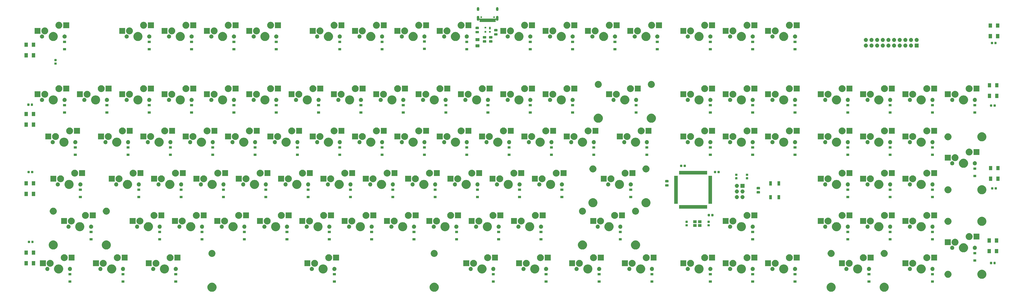
<source format=gbr>
G04 #@! TF.GenerationSoftware,KiCad,Pcbnew,(5.1.4)-1*
G04 #@! TF.CreationDate,2022-01-03T17:18:41-05:00*
G04 #@! TF.ProjectId,DOMAIN-1,444f4d41-494e-42d3-912e-6b696361645f,rev?*
G04 #@! TF.SameCoordinates,Original*
G04 #@! TF.FileFunction,Soldermask,Bot*
G04 #@! TF.FilePolarity,Negative*
%FSLAX46Y46*%
G04 Gerber Fmt 4.6, Leading zero omitted, Abs format (unit mm)*
G04 Created by KiCad (PCBNEW (5.1.4)-1) date 2022-01-03 17:18:41*
%MOMM*%
%LPD*%
G04 APERTURE LIST*
%ADD10C,0.100000*%
G04 APERTURE END LIST*
D10*
G36*
X465543474Y-265622684D02*
G01*
X465761474Y-265712983D01*
X465915623Y-265776833D01*
X466250548Y-266000623D01*
X466535377Y-266285452D01*
X466759167Y-266620377D01*
X466759167Y-266620378D01*
X466913316Y-266992526D01*
X466991900Y-267387594D01*
X466991900Y-267790406D01*
X466913316Y-268185474D01*
X466823017Y-268403474D01*
X466759167Y-268557623D01*
X466535377Y-268892548D01*
X466250548Y-269177377D01*
X465915623Y-269401167D01*
X465761474Y-269465017D01*
X465543474Y-269555316D01*
X465148406Y-269633900D01*
X464745594Y-269633900D01*
X464350526Y-269555316D01*
X464132526Y-269465017D01*
X463978377Y-269401167D01*
X463643452Y-269177377D01*
X463358623Y-268892548D01*
X463134833Y-268557623D01*
X463070983Y-268403474D01*
X462980684Y-268185474D01*
X462902100Y-267790406D01*
X462902100Y-267387594D01*
X462980684Y-266992526D01*
X463134833Y-266620378D01*
X463134833Y-266620377D01*
X463358623Y-266285452D01*
X463643452Y-266000623D01*
X463978377Y-265776833D01*
X464132526Y-265712983D01*
X464350526Y-265622684D01*
X464745594Y-265544100D01*
X465148406Y-265544100D01*
X465543474Y-265622684D01*
X465543474Y-265622684D01*
G37*
G36*
X263067374Y-265622684D02*
G01*
X263285374Y-265712983D01*
X263439523Y-265776833D01*
X263774448Y-266000623D01*
X264059277Y-266285452D01*
X264283067Y-266620377D01*
X264283067Y-266620378D01*
X264437216Y-266992526D01*
X264515800Y-267387594D01*
X264515800Y-267790406D01*
X264437216Y-268185474D01*
X264346917Y-268403474D01*
X264283067Y-268557623D01*
X264059277Y-268892548D01*
X263774448Y-269177377D01*
X263439523Y-269401167D01*
X263285374Y-269465017D01*
X263067374Y-269555316D01*
X262672306Y-269633900D01*
X262269494Y-269633900D01*
X261874426Y-269555316D01*
X261656426Y-269465017D01*
X261502277Y-269401167D01*
X261167352Y-269177377D01*
X260882523Y-268892548D01*
X260658733Y-268557623D01*
X260594883Y-268403474D01*
X260504584Y-268185474D01*
X260426000Y-267790406D01*
X260426000Y-267387594D01*
X260504584Y-266992526D01*
X260658733Y-266620378D01*
X260658733Y-266620377D01*
X260882523Y-266285452D01*
X261167352Y-266000623D01*
X261502277Y-265776833D01*
X261656426Y-265712983D01*
X261874426Y-265622684D01*
X262269494Y-265544100D01*
X262672306Y-265544100D01*
X263067374Y-265622684D01*
X263067374Y-265622684D01*
G37*
G36*
X163067574Y-265622684D02*
G01*
X163285574Y-265712983D01*
X163439723Y-265776833D01*
X163774648Y-266000623D01*
X164059477Y-266285452D01*
X164283267Y-266620377D01*
X164283267Y-266620378D01*
X164437416Y-266992526D01*
X164516000Y-267387594D01*
X164516000Y-267790406D01*
X164437416Y-268185474D01*
X164347117Y-268403474D01*
X164283267Y-268557623D01*
X164059477Y-268892548D01*
X163774648Y-269177377D01*
X163439723Y-269401167D01*
X163285574Y-269465017D01*
X163067574Y-269555316D01*
X162672506Y-269633900D01*
X162269694Y-269633900D01*
X161874626Y-269555316D01*
X161656626Y-269465017D01*
X161502477Y-269401167D01*
X161167552Y-269177377D01*
X160882723Y-268892548D01*
X160658933Y-268557623D01*
X160595083Y-268403474D01*
X160504784Y-268185474D01*
X160426200Y-267790406D01*
X160426200Y-267387594D01*
X160504784Y-266992526D01*
X160658933Y-266620378D01*
X160658933Y-266620377D01*
X160882723Y-266285452D01*
X161167552Y-266000623D01*
X161502477Y-265776833D01*
X161656626Y-265712983D01*
X161874626Y-265622684D01*
X162269694Y-265544100D01*
X162672506Y-265544100D01*
X163067574Y-265622684D01*
X163067574Y-265622684D01*
G37*
G36*
X441667474Y-265622684D02*
G01*
X441885474Y-265712983D01*
X442039623Y-265776833D01*
X442374548Y-266000623D01*
X442659377Y-266285452D01*
X442883167Y-266620377D01*
X442883167Y-266620378D01*
X443037316Y-266992526D01*
X443115900Y-267387594D01*
X443115900Y-267790406D01*
X443037316Y-268185474D01*
X442947017Y-268403474D01*
X442883167Y-268557623D01*
X442659377Y-268892548D01*
X442374548Y-269177377D01*
X442039623Y-269401167D01*
X441885474Y-269465017D01*
X441667474Y-269555316D01*
X441272406Y-269633900D01*
X440869594Y-269633900D01*
X440474526Y-269555316D01*
X440256526Y-269465017D01*
X440102377Y-269401167D01*
X439767452Y-269177377D01*
X439482623Y-268892548D01*
X439258833Y-268557623D01*
X439194983Y-268403474D01*
X439104684Y-268185474D01*
X439026100Y-267790406D01*
X439026100Y-267387594D01*
X439104684Y-266992526D01*
X439258833Y-266620378D01*
X439258833Y-266620377D01*
X439482623Y-266285452D01*
X439767452Y-266000623D01*
X440102377Y-265776833D01*
X440256526Y-265712983D01*
X440474526Y-265622684D01*
X440869594Y-265544100D01*
X441272406Y-265544100D01*
X441667474Y-265622684D01*
X441667474Y-265622684D01*
G37*
G36*
X361077000Y-265549000D02*
G01*
X359775000Y-265549000D01*
X359775000Y-264547000D01*
X361077000Y-264547000D01*
X361077000Y-265549000D01*
X361077000Y-265549000D01*
G37*
G36*
X487315000Y-265549000D02*
G01*
X486013000Y-265549000D01*
X486013000Y-264547000D01*
X487315000Y-264547000D01*
X487315000Y-265549000D01*
X487315000Y-265549000D01*
G37*
G36*
X458740000Y-265549000D02*
G01*
X457438000Y-265549000D01*
X457438000Y-264547000D01*
X458740000Y-264547000D01*
X458740000Y-265549000D01*
X458740000Y-265549000D01*
G37*
G36*
X425466000Y-265549000D02*
G01*
X424164000Y-265549000D01*
X424164000Y-264547000D01*
X425466000Y-264547000D01*
X425466000Y-265549000D01*
X425466000Y-265549000D01*
G37*
G36*
X387366000Y-265549000D02*
G01*
X386064000Y-265549000D01*
X386064000Y-264547000D01*
X387366000Y-264547000D01*
X387366000Y-265549000D01*
X387366000Y-265549000D01*
G37*
G36*
X337328000Y-265549000D02*
G01*
X336026000Y-265549000D01*
X336026000Y-264547000D01*
X337328000Y-264547000D01*
X337328000Y-265549000D01*
X337328000Y-265549000D01*
G37*
G36*
X313452000Y-265549000D02*
G01*
X312150000Y-265549000D01*
X312150000Y-264547000D01*
X313452000Y-264547000D01*
X313452000Y-265549000D01*
X313452000Y-265549000D01*
G37*
G36*
X289703000Y-265549000D02*
G01*
X288401000Y-265549000D01*
X288401000Y-264547000D01*
X289703000Y-264547000D01*
X289703000Y-265549000D01*
X289703000Y-265549000D01*
G37*
G36*
X218202000Y-265549000D02*
G01*
X216900000Y-265549000D01*
X216900000Y-264547000D01*
X218202000Y-264547000D01*
X218202000Y-265549000D01*
X218202000Y-265549000D01*
G37*
G36*
X146828000Y-265549000D02*
G01*
X145526000Y-265549000D01*
X145526000Y-264547000D01*
X146828000Y-264547000D01*
X146828000Y-265549000D01*
X146828000Y-265549000D01*
G37*
G36*
X123079000Y-265549000D02*
G01*
X121777000Y-265549000D01*
X121777000Y-264547000D01*
X123079000Y-264547000D01*
X123079000Y-265549000D01*
X123079000Y-265549000D01*
G37*
G36*
X99203000Y-265549000D02*
G01*
X97901000Y-265549000D01*
X97901000Y-264547000D01*
X99203000Y-264547000D01*
X99203000Y-265549000D01*
X99203000Y-265549000D01*
G37*
G36*
X406416000Y-265549000D02*
G01*
X405114000Y-265549000D01*
X405114000Y-264547000D01*
X406416000Y-264547000D01*
X406416000Y-265549000D01*
X406416000Y-265549000D01*
G37*
G36*
X509485474Y-259780684D02*
G01*
X509703474Y-259870983D01*
X509857623Y-259934833D01*
X510192548Y-260158623D01*
X510477377Y-260443452D01*
X510701167Y-260778377D01*
X510701167Y-260778378D01*
X510855316Y-261150526D01*
X510933900Y-261545594D01*
X510933900Y-261948406D01*
X510855316Y-262343474D01*
X510793363Y-262493041D01*
X510701167Y-262715623D01*
X510477377Y-263050548D01*
X510192548Y-263335377D01*
X509857623Y-263559167D01*
X509703474Y-263623017D01*
X509485474Y-263713316D01*
X509090406Y-263791900D01*
X508687594Y-263791900D01*
X508292526Y-263713316D01*
X508074526Y-263623017D01*
X507920377Y-263559167D01*
X507585452Y-263335377D01*
X507300623Y-263050548D01*
X507076833Y-262715623D01*
X506984637Y-262493041D01*
X506922684Y-262343474D01*
X506844100Y-261948406D01*
X506844100Y-261545594D01*
X506922684Y-261150526D01*
X507076833Y-260778378D01*
X507076833Y-260778377D01*
X507300623Y-260443452D01*
X507585452Y-260158623D01*
X507920377Y-259934833D01*
X508074526Y-259870983D01*
X508292526Y-259780684D01*
X508687594Y-259702100D01*
X509090406Y-259702100D01*
X509485474Y-259780684D01*
X509485474Y-259780684D01*
G37*
G36*
X494108411Y-260232526D02*
G01*
X494227137Y-260281704D01*
X494395041Y-260351252D01*
X494395042Y-260351253D01*
X494653004Y-260523617D01*
X494872383Y-260742996D01*
X494896024Y-260778378D01*
X495044748Y-261000959D01*
X495104895Y-261146167D01*
X495163474Y-261287589D01*
X495181637Y-261378900D01*
X495224000Y-261591875D01*
X495224000Y-261902125D01*
X495163474Y-262206410D01*
X495044748Y-262493041D01*
X495044747Y-262493042D01*
X494872383Y-262751004D01*
X494653004Y-262970383D01*
X494533028Y-263050548D01*
X494395041Y-263142748D01*
X494227137Y-263212296D01*
X494108411Y-263261474D01*
X493956267Y-263291737D01*
X493804125Y-263322000D01*
X493493875Y-263322000D01*
X493341733Y-263291737D01*
X493189589Y-263261474D01*
X493070863Y-263212296D01*
X492902959Y-263142748D01*
X492764972Y-263050548D01*
X492644996Y-262970383D01*
X492425617Y-262751004D01*
X492253253Y-262493042D01*
X492253252Y-262493041D01*
X492134526Y-262206410D01*
X492074000Y-261902125D01*
X492074000Y-261591875D01*
X492116363Y-261378900D01*
X492134526Y-261287589D01*
X492193105Y-261146167D01*
X492253252Y-261000959D01*
X492401976Y-260778378D01*
X492425617Y-260742996D01*
X492644996Y-260523617D01*
X492902958Y-260351253D01*
X492902959Y-260351252D01*
X493070863Y-260281704D01*
X493189589Y-260232526D01*
X493493875Y-260172000D01*
X493804125Y-260172000D01*
X494108411Y-260232526D01*
X494108411Y-260232526D01*
G37*
G36*
X123079000Y-262249000D02*
G01*
X121777000Y-262249000D01*
X121777000Y-261247000D01*
X123079000Y-261247000D01*
X123079000Y-262249000D01*
X123079000Y-262249000D01*
G37*
G36*
X146828000Y-262249000D02*
G01*
X145526000Y-262249000D01*
X145526000Y-261247000D01*
X146828000Y-261247000D01*
X146828000Y-262249000D01*
X146828000Y-262249000D01*
G37*
G36*
X99203000Y-262249000D02*
G01*
X97901000Y-262249000D01*
X97901000Y-261247000D01*
X99203000Y-261247000D01*
X99203000Y-262249000D01*
X99203000Y-262249000D01*
G37*
G36*
X425466000Y-262249000D02*
G01*
X424164000Y-262249000D01*
X424164000Y-261247000D01*
X425466000Y-261247000D01*
X425466000Y-262249000D01*
X425466000Y-262249000D01*
G37*
G36*
X406416000Y-262249000D02*
G01*
X405114000Y-262249000D01*
X405114000Y-261247000D01*
X406416000Y-261247000D01*
X406416000Y-262249000D01*
X406416000Y-262249000D01*
G37*
G36*
X387366000Y-262249000D02*
G01*
X386064000Y-262249000D01*
X386064000Y-261247000D01*
X387366000Y-261247000D01*
X387366000Y-262249000D01*
X387366000Y-262249000D01*
G37*
G36*
X337328000Y-262249000D02*
G01*
X336026000Y-262249000D01*
X336026000Y-261247000D01*
X337328000Y-261247000D01*
X337328000Y-262249000D01*
X337328000Y-262249000D01*
G37*
G36*
X218202000Y-262249000D02*
G01*
X216900000Y-262249000D01*
X216900000Y-261247000D01*
X218202000Y-261247000D01*
X218202000Y-262249000D01*
X218202000Y-262249000D01*
G37*
G36*
X487315000Y-262249000D02*
G01*
X486013000Y-262249000D01*
X486013000Y-261247000D01*
X487315000Y-261247000D01*
X487315000Y-262249000D01*
X487315000Y-262249000D01*
G37*
G36*
X458740000Y-262249000D02*
G01*
X457438000Y-262249000D01*
X457438000Y-261247000D01*
X458740000Y-261247000D01*
X458740000Y-262249000D01*
X458740000Y-262249000D01*
G37*
G36*
X313452000Y-262249000D02*
G01*
X312150000Y-262249000D01*
X312150000Y-261247000D01*
X313452000Y-261247000D01*
X313452000Y-262249000D01*
X313452000Y-262249000D01*
G37*
G36*
X289703000Y-262249000D02*
G01*
X288401000Y-262249000D01*
X288401000Y-261247000D01*
X289703000Y-261247000D01*
X289703000Y-262249000D01*
X289703000Y-262249000D01*
G37*
G36*
X361077000Y-262249000D02*
G01*
X359775000Y-262249000D01*
X359775000Y-261247000D01*
X361077000Y-261247000D01*
X361077000Y-262249000D01*
X361077000Y-262249000D01*
G37*
G36*
X284568474Y-257367684D02*
G01*
X284786474Y-257457983D01*
X284940623Y-257521833D01*
X285275548Y-257745623D01*
X285560377Y-258030452D01*
X285784167Y-258365377D01*
X285816562Y-258443586D01*
X285938316Y-258737526D01*
X286016900Y-259132594D01*
X286016900Y-259535406D01*
X285938316Y-259930474D01*
X285887451Y-260053272D01*
X285784167Y-260302623D01*
X285560377Y-260637548D01*
X285275548Y-260922377D01*
X284940623Y-261146167D01*
X284786474Y-261210017D01*
X284568474Y-261300316D01*
X284173406Y-261378900D01*
X283770594Y-261378900D01*
X283375526Y-261300316D01*
X283157526Y-261210017D01*
X283003377Y-261146167D01*
X282668452Y-260922377D01*
X282383623Y-260637548D01*
X282159833Y-260302623D01*
X282056549Y-260053272D01*
X282005684Y-259930474D01*
X281927100Y-259535406D01*
X281927100Y-259132594D01*
X282005684Y-258737526D01*
X282127438Y-258443586D01*
X282159833Y-258365377D01*
X282383623Y-258030452D01*
X282668452Y-257745623D01*
X283003377Y-257521833D01*
X283157526Y-257457983D01*
X283375526Y-257367684D01*
X283770594Y-257289100D01*
X284173406Y-257289100D01*
X284568474Y-257367684D01*
X284568474Y-257367684D01*
G37*
G36*
X453605474Y-257367684D02*
G01*
X453823474Y-257457983D01*
X453977623Y-257521833D01*
X454312548Y-257745623D01*
X454597377Y-258030452D01*
X454821167Y-258365377D01*
X454853562Y-258443586D01*
X454975316Y-258737526D01*
X455053900Y-259132594D01*
X455053900Y-259535406D01*
X454975316Y-259930474D01*
X454924451Y-260053272D01*
X454821167Y-260302623D01*
X454597377Y-260637548D01*
X454312548Y-260922377D01*
X453977623Y-261146167D01*
X453823474Y-261210017D01*
X453605474Y-261300316D01*
X453210406Y-261378900D01*
X452807594Y-261378900D01*
X452412526Y-261300316D01*
X452194526Y-261210017D01*
X452040377Y-261146167D01*
X451705452Y-260922377D01*
X451420623Y-260637548D01*
X451196833Y-260302623D01*
X451093549Y-260053272D01*
X451042684Y-259930474D01*
X450964100Y-259535406D01*
X450964100Y-259132594D01*
X451042684Y-258737526D01*
X451164438Y-258443586D01*
X451196833Y-258365377D01*
X451420623Y-258030452D01*
X451705452Y-257745623D01*
X452040377Y-257521833D01*
X452194526Y-257457983D01*
X452412526Y-257367684D01*
X452807594Y-257289100D01*
X453210406Y-257289100D01*
X453605474Y-257367684D01*
X453605474Y-257367684D01*
G37*
G36*
X355942474Y-257367684D02*
G01*
X356160474Y-257457983D01*
X356314623Y-257521833D01*
X356649548Y-257745623D01*
X356934377Y-258030452D01*
X357158167Y-258365377D01*
X357190562Y-258443586D01*
X357312316Y-258737526D01*
X357390900Y-259132594D01*
X357390900Y-259535406D01*
X357312316Y-259930474D01*
X357261451Y-260053272D01*
X357158167Y-260302623D01*
X356934377Y-260637548D01*
X356649548Y-260922377D01*
X356314623Y-261146167D01*
X356160474Y-261210017D01*
X355942474Y-261300316D01*
X355547406Y-261378900D01*
X355144594Y-261378900D01*
X354749526Y-261300316D01*
X354531526Y-261210017D01*
X354377377Y-261146167D01*
X354042452Y-260922377D01*
X353757623Y-260637548D01*
X353533833Y-260302623D01*
X353430549Y-260053272D01*
X353379684Y-259930474D01*
X353301100Y-259535406D01*
X353301100Y-259132594D01*
X353379684Y-258737526D01*
X353501438Y-258443586D01*
X353533833Y-258365377D01*
X353757623Y-258030452D01*
X354042452Y-257745623D01*
X354377377Y-257521833D01*
X354531526Y-257457983D01*
X354749526Y-257367684D01*
X355144594Y-257289100D01*
X355547406Y-257289100D01*
X355942474Y-257367684D01*
X355942474Y-257367684D01*
G37*
G36*
X117944474Y-257367684D02*
G01*
X118162474Y-257457983D01*
X118316623Y-257521833D01*
X118651548Y-257745623D01*
X118936377Y-258030452D01*
X119160167Y-258365377D01*
X119192562Y-258443586D01*
X119314316Y-258737526D01*
X119392900Y-259132594D01*
X119392900Y-259535406D01*
X119314316Y-259930474D01*
X119263451Y-260053272D01*
X119160167Y-260302623D01*
X118936377Y-260637548D01*
X118651548Y-260922377D01*
X118316623Y-261146167D01*
X118162474Y-261210017D01*
X117944474Y-261300316D01*
X117549406Y-261378900D01*
X117146594Y-261378900D01*
X116751526Y-261300316D01*
X116533526Y-261210017D01*
X116379377Y-261146167D01*
X116044452Y-260922377D01*
X115759623Y-260637548D01*
X115535833Y-260302623D01*
X115432549Y-260053272D01*
X115381684Y-259930474D01*
X115303100Y-259535406D01*
X115303100Y-259132594D01*
X115381684Y-258737526D01*
X115503438Y-258443586D01*
X115535833Y-258365377D01*
X115759623Y-258030452D01*
X116044452Y-257745623D01*
X116379377Y-257521833D01*
X116533526Y-257457983D01*
X116751526Y-257367684D01*
X117146594Y-257289100D01*
X117549406Y-257289100D01*
X117944474Y-257367684D01*
X117944474Y-257367684D01*
G37*
G36*
X308317474Y-257367684D02*
G01*
X308535474Y-257457983D01*
X308689623Y-257521833D01*
X309024548Y-257745623D01*
X309309377Y-258030452D01*
X309533167Y-258365377D01*
X309565562Y-258443586D01*
X309687316Y-258737526D01*
X309765900Y-259132594D01*
X309765900Y-259535406D01*
X309687316Y-259930474D01*
X309636451Y-260053272D01*
X309533167Y-260302623D01*
X309309377Y-260637548D01*
X309024548Y-260922377D01*
X308689623Y-261146167D01*
X308535474Y-261210017D01*
X308317474Y-261300316D01*
X307922406Y-261378900D01*
X307519594Y-261378900D01*
X307124526Y-261300316D01*
X306906526Y-261210017D01*
X306752377Y-261146167D01*
X306417452Y-260922377D01*
X306132623Y-260637548D01*
X305908833Y-260302623D01*
X305805549Y-260053272D01*
X305754684Y-259930474D01*
X305676100Y-259535406D01*
X305676100Y-259132594D01*
X305754684Y-258737526D01*
X305876438Y-258443586D01*
X305908833Y-258365377D01*
X306132623Y-258030452D01*
X306417452Y-257745623D01*
X306752377Y-257521833D01*
X306906526Y-257457983D01*
X307124526Y-257367684D01*
X307519594Y-257289100D01*
X307922406Y-257289100D01*
X308317474Y-257367684D01*
X308317474Y-257367684D01*
G37*
G36*
X420331474Y-257367684D02*
G01*
X420549474Y-257457983D01*
X420703623Y-257521833D01*
X421038548Y-257745623D01*
X421323377Y-258030452D01*
X421547167Y-258365377D01*
X421579562Y-258443586D01*
X421701316Y-258737526D01*
X421779900Y-259132594D01*
X421779900Y-259535406D01*
X421701316Y-259930474D01*
X421650451Y-260053272D01*
X421547167Y-260302623D01*
X421323377Y-260637548D01*
X421038548Y-260922377D01*
X420703623Y-261146167D01*
X420549474Y-261210017D01*
X420331474Y-261300316D01*
X419936406Y-261378900D01*
X419533594Y-261378900D01*
X419138526Y-261300316D01*
X418920526Y-261210017D01*
X418766377Y-261146167D01*
X418431452Y-260922377D01*
X418146623Y-260637548D01*
X417922833Y-260302623D01*
X417819549Y-260053272D01*
X417768684Y-259930474D01*
X417690100Y-259535406D01*
X417690100Y-259132594D01*
X417768684Y-258737526D01*
X417890438Y-258443586D01*
X417922833Y-258365377D01*
X418146623Y-258030452D01*
X418431452Y-257745623D01*
X418766377Y-257521833D01*
X418920526Y-257457983D01*
X419138526Y-257367684D01*
X419533594Y-257289100D01*
X419936406Y-257289100D01*
X420331474Y-257367684D01*
X420331474Y-257367684D01*
G37*
G36*
X94068474Y-257367684D02*
G01*
X94286474Y-257457983D01*
X94440623Y-257521833D01*
X94775548Y-257745623D01*
X95060377Y-258030452D01*
X95284167Y-258365377D01*
X95316562Y-258443586D01*
X95438316Y-258737526D01*
X95516900Y-259132594D01*
X95516900Y-259535406D01*
X95438316Y-259930474D01*
X95387451Y-260053272D01*
X95284167Y-260302623D01*
X95060377Y-260637548D01*
X94775548Y-260922377D01*
X94440623Y-261146167D01*
X94286474Y-261210017D01*
X94068474Y-261300316D01*
X93673406Y-261378900D01*
X93270594Y-261378900D01*
X92875526Y-261300316D01*
X92657526Y-261210017D01*
X92503377Y-261146167D01*
X92168452Y-260922377D01*
X91883623Y-260637548D01*
X91659833Y-260302623D01*
X91556549Y-260053272D01*
X91505684Y-259930474D01*
X91427100Y-259535406D01*
X91427100Y-259132594D01*
X91505684Y-258737526D01*
X91627438Y-258443586D01*
X91659833Y-258365377D01*
X91883623Y-258030452D01*
X92168452Y-257745623D01*
X92503377Y-257521833D01*
X92657526Y-257457983D01*
X92875526Y-257367684D01*
X93270594Y-257289100D01*
X93673406Y-257289100D01*
X94068474Y-257367684D01*
X94068474Y-257367684D01*
G37*
G36*
X141693474Y-257367684D02*
G01*
X141911474Y-257457983D01*
X142065623Y-257521833D01*
X142400548Y-257745623D01*
X142685377Y-258030452D01*
X142909167Y-258365377D01*
X142941562Y-258443586D01*
X143063316Y-258737526D01*
X143141900Y-259132594D01*
X143141900Y-259535406D01*
X143063316Y-259930474D01*
X143012451Y-260053272D01*
X142909167Y-260302623D01*
X142685377Y-260637548D01*
X142400548Y-260922377D01*
X142065623Y-261146167D01*
X141911474Y-261210017D01*
X141693474Y-261300316D01*
X141298406Y-261378900D01*
X140895594Y-261378900D01*
X140500526Y-261300316D01*
X140282526Y-261210017D01*
X140128377Y-261146167D01*
X139793452Y-260922377D01*
X139508623Y-260637548D01*
X139284833Y-260302623D01*
X139181549Y-260053272D01*
X139130684Y-259930474D01*
X139052100Y-259535406D01*
X139052100Y-259132594D01*
X139130684Y-258737526D01*
X139252438Y-258443586D01*
X139284833Y-258365377D01*
X139508623Y-258030452D01*
X139793452Y-257745623D01*
X140128377Y-257521833D01*
X140282526Y-257457983D01*
X140500526Y-257367684D01*
X140895594Y-257289100D01*
X141298406Y-257289100D01*
X141693474Y-257367684D01*
X141693474Y-257367684D01*
G37*
G36*
X382231474Y-257367684D02*
G01*
X382449474Y-257457983D01*
X382603623Y-257521833D01*
X382938548Y-257745623D01*
X383223377Y-258030452D01*
X383447167Y-258365377D01*
X383479562Y-258443586D01*
X383601316Y-258737526D01*
X383679900Y-259132594D01*
X383679900Y-259535406D01*
X383601316Y-259930474D01*
X383550451Y-260053272D01*
X383447167Y-260302623D01*
X383223377Y-260637548D01*
X382938548Y-260922377D01*
X382603623Y-261146167D01*
X382449474Y-261210017D01*
X382231474Y-261300316D01*
X381836406Y-261378900D01*
X381433594Y-261378900D01*
X381038526Y-261300316D01*
X380820526Y-261210017D01*
X380666377Y-261146167D01*
X380331452Y-260922377D01*
X380046623Y-260637548D01*
X379822833Y-260302623D01*
X379719549Y-260053272D01*
X379668684Y-259930474D01*
X379590100Y-259535406D01*
X379590100Y-259132594D01*
X379668684Y-258737526D01*
X379790438Y-258443586D01*
X379822833Y-258365377D01*
X380046623Y-258030452D01*
X380331452Y-257745623D01*
X380666377Y-257521833D01*
X380820526Y-257457983D01*
X381038526Y-257367684D01*
X381433594Y-257289100D01*
X381836406Y-257289100D01*
X382231474Y-257367684D01*
X382231474Y-257367684D01*
G37*
G36*
X401281474Y-257367684D02*
G01*
X401499474Y-257457983D01*
X401653623Y-257521833D01*
X401988548Y-257745623D01*
X402273377Y-258030452D01*
X402497167Y-258365377D01*
X402529562Y-258443586D01*
X402651316Y-258737526D01*
X402729900Y-259132594D01*
X402729900Y-259535406D01*
X402651316Y-259930474D01*
X402600451Y-260053272D01*
X402497167Y-260302623D01*
X402273377Y-260637548D01*
X401988548Y-260922377D01*
X401653623Y-261146167D01*
X401499474Y-261210017D01*
X401281474Y-261300316D01*
X400886406Y-261378900D01*
X400483594Y-261378900D01*
X400088526Y-261300316D01*
X399870526Y-261210017D01*
X399716377Y-261146167D01*
X399381452Y-260922377D01*
X399096623Y-260637548D01*
X398872833Y-260302623D01*
X398769549Y-260053272D01*
X398718684Y-259930474D01*
X398640100Y-259535406D01*
X398640100Y-259132594D01*
X398718684Y-258737526D01*
X398840438Y-258443586D01*
X398872833Y-258365377D01*
X399096623Y-258030452D01*
X399381452Y-257745623D01*
X399716377Y-257521833D01*
X399870526Y-257457983D01*
X400088526Y-257367684D01*
X400483594Y-257289100D01*
X400886406Y-257289100D01*
X401281474Y-257367684D01*
X401281474Y-257367684D01*
G37*
G36*
X482180474Y-257367684D02*
G01*
X482398474Y-257457983D01*
X482552623Y-257521833D01*
X482887548Y-257745623D01*
X483172377Y-258030452D01*
X483396167Y-258365377D01*
X483428562Y-258443586D01*
X483550316Y-258737526D01*
X483628900Y-259132594D01*
X483628900Y-259535406D01*
X483550316Y-259930474D01*
X483499451Y-260053272D01*
X483396167Y-260302623D01*
X483172377Y-260637548D01*
X482887548Y-260922377D01*
X482552623Y-261146167D01*
X482398474Y-261210017D01*
X482180474Y-261300316D01*
X481785406Y-261378900D01*
X481382594Y-261378900D01*
X480987526Y-261300316D01*
X480769526Y-261210017D01*
X480615377Y-261146167D01*
X480280452Y-260922377D01*
X479995623Y-260637548D01*
X479771833Y-260302623D01*
X479668549Y-260053272D01*
X479617684Y-259930474D01*
X479539100Y-259535406D01*
X479539100Y-259132594D01*
X479617684Y-258737526D01*
X479739438Y-258443586D01*
X479771833Y-258365377D01*
X479995623Y-258030452D01*
X480280452Y-257745623D01*
X480615377Y-257521833D01*
X480769526Y-257457983D01*
X480987526Y-257367684D01*
X481382594Y-257289100D01*
X481785406Y-257289100D01*
X482180474Y-257367684D01*
X482180474Y-257367684D01*
G37*
G36*
X332193474Y-257367684D02*
G01*
X332411474Y-257457983D01*
X332565623Y-257521833D01*
X332900548Y-257745623D01*
X333185377Y-258030452D01*
X333409167Y-258365377D01*
X333441562Y-258443586D01*
X333563316Y-258737526D01*
X333641900Y-259132594D01*
X333641900Y-259535406D01*
X333563316Y-259930474D01*
X333512451Y-260053272D01*
X333409167Y-260302623D01*
X333185377Y-260637548D01*
X332900548Y-260922377D01*
X332565623Y-261146167D01*
X332411474Y-261210017D01*
X332193474Y-261300316D01*
X331798406Y-261378900D01*
X331395594Y-261378900D01*
X331000526Y-261300316D01*
X330782526Y-261210017D01*
X330628377Y-261146167D01*
X330293452Y-260922377D01*
X330008623Y-260637548D01*
X329784833Y-260302623D01*
X329681549Y-260053272D01*
X329630684Y-259930474D01*
X329552100Y-259535406D01*
X329552100Y-259132594D01*
X329630684Y-258737526D01*
X329752438Y-258443586D01*
X329784833Y-258365377D01*
X330008623Y-258030452D01*
X330293452Y-257745623D01*
X330628377Y-257521833D01*
X330782526Y-257457983D01*
X331000526Y-257367684D01*
X331395594Y-257289100D01*
X331798406Y-257289100D01*
X332193474Y-257367684D01*
X332193474Y-257367684D01*
G37*
G36*
X213067474Y-257367684D02*
G01*
X213285474Y-257457983D01*
X213439623Y-257521833D01*
X213774548Y-257745623D01*
X214059377Y-258030452D01*
X214283167Y-258365377D01*
X214315562Y-258443586D01*
X214437316Y-258737526D01*
X214515900Y-259132594D01*
X214515900Y-259535406D01*
X214437316Y-259930474D01*
X214386451Y-260053272D01*
X214283167Y-260302623D01*
X214059377Y-260637548D01*
X213774548Y-260922377D01*
X213439623Y-261146167D01*
X213285474Y-261210017D01*
X213067474Y-261300316D01*
X212672406Y-261378900D01*
X212269594Y-261378900D01*
X211874526Y-261300316D01*
X211656526Y-261210017D01*
X211502377Y-261146167D01*
X211167452Y-260922377D01*
X210882623Y-260637548D01*
X210658833Y-260302623D01*
X210555549Y-260053272D01*
X210504684Y-259930474D01*
X210426100Y-259535406D01*
X210426100Y-259132594D01*
X210504684Y-258737526D01*
X210626438Y-258443586D01*
X210658833Y-258365377D01*
X210882623Y-258030452D01*
X211167452Y-257745623D01*
X211502377Y-257521833D01*
X211656526Y-257457983D01*
X211874526Y-257367684D01*
X212269594Y-257289100D01*
X212672406Y-257289100D01*
X213067474Y-257367684D01*
X213067474Y-257367684D01*
G37*
G36*
X136287104Y-258443585D02*
G01*
X136455626Y-258513389D01*
X136607291Y-258614728D01*
X136736272Y-258743709D01*
X136837611Y-258895374D01*
X136907415Y-259063896D01*
X136943000Y-259242797D01*
X136943000Y-259425203D01*
X136907415Y-259604104D01*
X136837611Y-259772626D01*
X136736272Y-259924291D01*
X136607291Y-260053272D01*
X136455626Y-260154611D01*
X136287104Y-260224415D01*
X136108203Y-260260000D01*
X135925797Y-260260000D01*
X135746896Y-260224415D01*
X135578374Y-260154611D01*
X135426709Y-260053272D01*
X135297728Y-259924291D01*
X135196389Y-259772626D01*
X135126585Y-259604104D01*
X135091000Y-259425203D01*
X135091000Y-259242797D01*
X135126585Y-259063896D01*
X135196389Y-258895374D01*
X135297728Y-258743709D01*
X135426709Y-258614728D01*
X135578374Y-258513389D01*
X135746896Y-258443585D01*
X135925797Y-258408000D01*
X136108203Y-258408000D01*
X136287104Y-258443585D01*
X136287104Y-258443585D01*
G37*
G36*
X386985104Y-258443585D02*
G01*
X387153626Y-258513389D01*
X387305291Y-258614728D01*
X387434272Y-258743709D01*
X387535611Y-258895374D01*
X387605415Y-259063896D01*
X387641000Y-259242797D01*
X387641000Y-259425203D01*
X387605415Y-259604104D01*
X387535611Y-259772626D01*
X387434272Y-259924291D01*
X387305291Y-260053272D01*
X387153626Y-260154611D01*
X386985104Y-260224415D01*
X386806203Y-260260000D01*
X386623797Y-260260000D01*
X386444896Y-260224415D01*
X386276374Y-260154611D01*
X386124709Y-260053272D01*
X385995728Y-259924291D01*
X385894389Y-259772626D01*
X385824585Y-259604104D01*
X385789000Y-259425203D01*
X385789000Y-259242797D01*
X385824585Y-259063896D01*
X385894389Y-258895374D01*
X385995728Y-258743709D01*
X386124709Y-258614728D01*
X386276374Y-258513389D01*
X386444896Y-258443585D01*
X386623797Y-258408000D01*
X386806203Y-258408000D01*
X386985104Y-258443585D01*
X386985104Y-258443585D01*
G37*
G36*
X376825104Y-258443585D02*
G01*
X376993626Y-258513389D01*
X377145291Y-258614728D01*
X377274272Y-258743709D01*
X377375611Y-258895374D01*
X377445415Y-259063896D01*
X377481000Y-259242797D01*
X377481000Y-259425203D01*
X377445415Y-259604104D01*
X377375611Y-259772626D01*
X377274272Y-259924291D01*
X377145291Y-260053272D01*
X376993626Y-260154611D01*
X376825104Y-260224415D01*
X376646203Y-260260000D01*
X376463797Y-260260000D01*
X376284896Y-260224415D01*
X376116374Y-260154611D01*
X375964709Y-260053272D01*
X375835728Y-259924291D01*
X375734389Y-259772626D01*
X375664585Y-259604104D01*
X375629000Y-259425203D01*
X375629000Y-259242797D01*
X375664585Y-259063896D01*
X375734389Y-258895374D01*
X375835728Y-258743709D01*
X375964709Y-258614728D01*
X376116374Y-258513389D01*
X376284896Y-258443585D01*
X376463797Y-258408000D01*
X376646203Y-258408000D01*
X376825104Y-258443585D01*
X376825104Y-258443585D01*
G37*
G36*
X313071104Y-258443585D02*
G01*
X313239626Y-258513389D01*
X313391291Y-258614728D01*
X313520272Y-258743709D01*
X313621611Y-258895374D01*
X313691415Y-259063896D01*
X313727000Y-259242797D01*
X313727000Y-259425203D01*
X313691415Y-259604104D01*
X313621611Y-259772626D01*
X313520272Y-259924291D01*
X313391291Y-260053272D01*
X313239626Y-260154611D01*
X313071104Y-260224415D01*
X312892203Y-260260000D01*
X312709797Y-260260000D01*
X312530896Y-260224415D01*
X312362374Y-260154611D01*
X312210709Y-260053272D01*
X312081728Y-259924291D01*
X311980389Y-259772626D01*
X311910585Y-259604104D01*
X311875000Y-259425203D01*
X311875000Y-259242797D01*
X311910585Y-259063896D01*
X311980389Y-258895374D01*
X312081728Y-258743709D01*
X312210709Y-258614728D01*
X312362374Y-258513389D01*
X312530896Y-258443585D01*
X312709797Y-258408000D01*
X312892203Y-258408000D01*
X313071104Y-258443585D01*
X313071104Y-258443585D01*
G37*
G36*
X302911104Y-258443585D02*
G01*
X303079626Y-258513389D01*
X303231291Y-258614728D01*
X303360272Y-258743709D01*
X303461611Y-258895374D01*
X303531415Y-259063896D01*
X303567000Y-259242797D01*
X303567000Y-259425203D01*
X303531415Y-259604104D01*
X303461611Y-259772626D01*
X303360272Y-259924291D01*
X303231291Y-260053272D01*
X303079626Y-260154611D01*
X302911104Y-260224415D01*
X302732203Y-260260000D01*
X302549797Y-260260000D01*
X302370896Y-260224415D01*
X302202374Y-260154611D01*
X302050709Y-260053272D01*
X301921728Y-259924291D01*
X301820389Y-259772626D01*
X301750585Y-259604104D01*
X301715000Y-259425203D01*
X301715000Y-259242797D01*
X301750585Y-259063896D01*
X301820389Y-258895374D01*
X301921728Y-258743709D01*
X302050709Y-258614728D01*
X302202374Y-258513389D01*
X302370896Y-258443585D01*
X302549797Y-258408000D01*
X302732203Y-258408000D01*
X302911104Y-258443585D01*
X302911104Y-258443585D01*
G37*
G36*
X406035104Y-258443585D02*
G01*
X406203626Y-258513389D01*
X406355291Y-258614728D01*
X406484272Y-258743709D01*
X406585611Y-258895374D01*
X406655415Y-259063896D01*
X406691000Y-259242797D01*
X406691000Y-259425203D01*
X406655415Y-259604104D01*
X406585611Y-259772626D01*
X406484272Y-259924291D01*
X406355291Y-260053272D01*
X406203626Y-260154611D01*
X406035104Y-260224415D01*
X405856203Y-260260000D01*
X405673797Y-260260000D01*
X405494896Y-260224415D01*
X405326374Y-260154611D01*
X405174709Y-260053272D01*
X405045728Y-259924291D01*
X404944389Y-259772626D01*
X404874585Y-259604104D01*
X404839000Y-259425203D01*
X404839000Y-259242797D01*
X404874585Y-259063896D01*
X404944389Y-258895374D01*
X405045728Y-258743709D01*
X405174709Y-258614728D01*
X405326374Y-258513389D01*
X405494896Y-258443585D01*
X405673797Y-258408000D01*
X405856203Y-258408000D01*
X406035104Y-258443585D01*
X406035104Y-258443585D01*
G37*
G36*
X395875104Y-258443585D02*
G01*
X396043626Y-258513389D01*
X396195291Y-258614728D01*
X396324272Y-258743709D01*
X396425611Y-258895374D01*
X396495415Y-259063896D01*
X396531000Y-259242797D01*
X396531000Y-259425203D01*
X396495415Y-259604104D01*
X396425611Y-259772626D01*
X396324272Y-259924291D01*
X396195291Y-260053272D01*
X396043626Y-260154611D01*
X395875104Y-260224415D01*
X395696203Y-260260000D01*
X395513797Y-260260000D01*
X395334896Y-260224415D01*
X395166374Y-260154611D01*
X395014709Y-260053272D01*
X394885728Y-259924291D01*
X394784389Y-259772626D01*
X394714585Y-259604104D01*
X394679000Y-259425203D01*
X394679000Y-259242797D01*
X394714585Y-259063896D01*
X394784389Y-258895374D01*
X394885728Y-258743709D01*
X395014709Y-258614728D01*
X395166374Y-258513389D01*
X395334896Y-258443585D01*
X395513797Y-258408000D01*
X395696203Y-258408000D01*
X395875104Y-258443585D01*
X395875104Y-258443585D01*
G37*
G36*
X486934104Y-258443585D02*
G01*
X487102626Y-258513389D01*
X487254291Y-258614728D01*
X487383272Y-258743709D01*
X487484611Y-258895374D01*
X487554415Y-259063896D01*
X487590000Y-259242797D01*
X487590000Y-259425203D01*
X487554415Y-259604104D01*
X487484611Y-259772626D01*
X487383272Y-259924291D01*
X487254291Y-260053272D01*
X487102626Y-260154611D01*
X486934104Y-260224415D01*
X486755203Y-260260000D01*
X486572797Y-260260000D01*
X486393896Y-260224415D01*
X486225374Y-260154611D01*
X486073709Y-260053272D01*
X485944728Y-259924291D01*
X485843389Y-259772626D01*
X485773585Y-259604104D01*
X485738000Y-259425203D01*
X485738000Y-259242797D01*
X485773585Y-259063896D01*
X485843389Y-258895374D01*
X485944728Y-258743709D01*
X486073709Y-258614728D01*
X486225374Y-258513389D01*
X486393896Y-258443585D01*
X486572797Y-258408000D01*
X486755203Y-258408000D01*
X486934104Y-258443585D01*
X486934104Y-258443585D01*
G37*
G36*
X476774104Y-258443585D02*
G01*
X476942626Y-258513389D01*
X477094291Y-258614728D01*
X477223272Y-258743709D01*
X477324611Y-258895374D01*
X477394415Y-259063896D01*
X477430000Y-259242797D01*
X477430000Y-259425203D01*
X477394415Y-259604104D01*
X477324611Y-259772626D01*
X477223272Y-259924291D01*
X477094291Y-260053272D01*
X476942626Y-260154611D01*
X476774104Y-260224415D01*
X476595203Y-260260000D01*
X476412797Y-260260000D01*
X476233896Y-260224415D01*
X476065374Y-260154611D01*
X475913709Y-260053272D01*
X475784728Y-259924291D01*
X475683389Y-259772626D01*
X475613585Y-259604104D01*
X475578000Y-259425203D01*
X475578000Y-259242797D01*
X475613585Y-259063896D01*
X475683389Y-258895374D01*
X475784728Y-258743709D01*
X475913709Y-258614728D01*
X476065374Y-258513389D01*
X476233896Y-258443585D01*
X476412797Y-258408000D01*
X476595203Y-258408000D01*
X476774104Y-258443585D01*
X476774104Y-258443585D01*
G37*
G36*
X112538104Y-258443585D02*
G01*
X112706626Y-258513389D01*
X112858291Y-258614728D01*
X112987272Y-258743709D01*
X113088611Y-258895374D01*
X113158415Y-259063896D01*
X113194000Y-259242797D01*
X113194000Y-259425203D01*
X113158415Y-259604104D01*
X113088611Y-259772626D01*
X112987272Y-259924291D01*
X112858291Y-260053272D01*
X112706626Y-260154611D01*
X112538104Y-260224415D01*
X112359203Y-260260000D01*
X112176797Y-260260000D01*
X111997896Y-260224415D01*
X111829374Y-260154611D01*
X111677709Y-260053272D01*
X111548728Y-259924291D01*
X111447389Y-259772626D01*
X111377585Y-259604104D01*
X111342000Y-259425203D01*
X111342000Y-259242797D01*
X111377585Y-259063896D01*
X111447389Y-258895374D01*
X111548728Y-258743709D01*
X111677709Y-258614728D01*
X111829374Y-258513389D01*
X111997896Y-258443585D01*
X112176797Y-258408000D01*
X112359203Y-258408000D01*
X112538104Y-258443585D01*
X112538104Y-258443585D01*
G37*
G36*
X207661104Y-258443585D02*
G01*
X207829626Y-258513389D01*
X207981291Y-258614728D01*
X208110272Y-258743709D01*
X208211611Y-258895374D01*
X208281415Y-259063896D01*
X208317000Y-259242797D01*
X208317000Y-259425203D01*
X208281415Y-259604104D01*
X208211611Y-259772626D01*
X208110272Y-259924291D01*
X207981291Y-260053272D01*
X207829626Y-260154611D01*
X207661104Y-260224415D01*
X207482203Y-260260000D01*
X207299797Y-260260000D01*
X207120896Y-260224415D01*
X206952374Y-260154611D01*
X206800709Y-260053272D01*
X206671728Y-259924291D01*
X206570389Y-259772626D01*
X206500585Y-259604104D01*
X206465000Y-259425203D01*
X206465000Y-259242797D01*
X206500585Y-259063896D01*
X206570389Y-258895374D01*
X206671728Y-258743709D01*
X206800709Y-258614728D01*
X206952374Y-258513389D01*
X207120896Y-258443585D01*
X207299797Y-258408000D01*
X207482203Y-258408000D01*
X207661104Y-258443585D01*
X207661104Y-258443585D01*
G37*
G36*
X217821104Y-258443585D02*
G01*
X217989626Y-258513389D01*
X218141291Y-258614728D01*
X218270272Y-258743709D01*
X218371611Y-258895374D01*
X218441415Y-259063896D01*
X218477000Y-259242797D01*
X218477000Y-259425203D01*
X218441415Y-259604104D01*
X218371611Y-259772626D01*
X218270272Y-259924291D01*
X218141291Y-260053272D01*
X217989626Y-260154611D01*
X217821104Y-260224415D01*
X217642203Y-260260000D01*
X217459797Y-260260000D01*
X217280896Y-260224415D01*
X217112374Y-260154611D01*
X216960709Y-260053272D01*
X216831728Y-259924291D01*
X216730389Y-259772626D01*
X216660585Y-259604104D01*
X216625000Y-259425203D01*
X216625000Y-259242797D01*
X216660585Y-259063896D01*
X216730389Y-258895374D01*
X216831728Y-258743709D01*
X216960709Y-258614728D01*
X217112374Y-258513389D01*
X217280896Y-258443585D01*
X217459797Y-258408000D01*
X217642203Y-258408000D01*
X217821104Y-258443585D01*
X217821104Y-258443585D01*
G37*
G36*
X448199104Y-258443585D02*
G01*
X448367626Y-258513389D01*
X448519291Y-258614728D01*
X448648272Y-258743709D01*
X448749611Y-258895374D01*
X448819415Y-259063896D01*
X448855000Y-259242797D01*
X448855000Y-259425203D01*
X448819415Y-259604104D01*
X448749611Y-259772626D01*
X448648272Y-259924291D01*
X448519291Y-260053272D01*
X448367626Y-260154611D01*
X448199104Y-260224415D01*
X448020203Y-260260000D01*
X447837797Y-260260000D01*
X447658896Y-260224415D01*
X447490374Y-260154611D01*
X447338709Y-260053272D01*
X447209728Y-259924291D01*
X447108389Y-259772626D01*
X447038585Y-259604104D01*
X447003000Y-259425203D01*
X447003000Y-259242797D01*
X447038585Y-259063896D01*
X447108389Y-258895374D01*
X447209728Y-258743709D01*
X447338709Y-258614728D01*
X447490374Y-258513389D01*
X447658896Y-258443585D01*
X447837797Y-258408000D01*
X448020203Y-258408000D01*
X448199104Y-258443585D01*
X448199104Y-258443585D01*
G37*
G36*
X88662104Y-258443585D02*
G01*
X88830626Y-258513389D01*
X88982291Y-258614728D01*
X89111272Y-258743709D01*
X89212611Y-258895374D01*
X89282415Y-259063896D01*
X89318000Y-259242797D01*
X89318000Y-259425203D01*
X89282415Y-259604104D01*
X89212611Y-259772626D01*
X89111272Y-259924291D01*
X88982291Y-260053272D01*
X88830626Y-260154611D01*
X88662104Y-260224415D01*
X88483203Y-260260000D01*
X88300797Y-260260000D01*
X88121896Y-260224415D01*
X87953374Y-260154611D01*
X87801709Y-260053272D01*
X87672728Y-259924291D01*
X87571389Y-259772626D01*
X87501585Y-259604104D01*
X87466000Y-259425203D01*
X87466000Y-259242797D01*
X87501585Y-259063896D01*
X87571389Y-258895374D01*
X87672728Y-258743709D01*
X87801709Y-258614728D01*
X87953374Y-258513389D01*
X88121896Y-258443585D01*
X88300797Y-258408000D01*
X88483203Y-258408000D01*
X88662104Y-258443585D01*
X88662104Y-258443585D01*
G37*
G36*
X146447104Y-258443585D02*
G01*
X146615626Y-258513389D01*
X146767291Y-258614728D01*
X146896272Y-258743709D01*
X146997611Y-258895374D01*
X147067415Y-259063896D01*
X147103000Y-259242797D01*
X147103000Y-259425203D01*
X147067415Y-259604104D01*
X146997611Y-259772626D01*
X146896272Y-259924291D01*
X146767291Y-260053272D01*
X146615626Y-260154611D01*
X146447104Y-260224415D01*
X146268203Y-260260000D01*
X146085797Y-260260000D01*
X145906896Y-260224415D01*
X145738374Y-260154611D01*
X145586709Y-260053272D01*
X145457728Y-259924291D01*
X145356389Y-259772626D01*
X145286585Y-259604104D01*
X145251000Y-259425203D01*
X145251000Y-259242797D01*
X145286585Y-259063896D01*
X145356389Y-258895374D01*
X145457728Y-258743709D01*
X145586709Y-258614728D01*
X145738374Y-258513389D01*
X145906896Y-258443585D01*
X146085797Y-258408000D01*
X146268203Y-258408000D01*
X146447104Y-258443585D01*
X146447104Y-258443585D01*
G37*
G36*
X122698104Y-258443585D02*
G01*
X122866626Y-258513389D01*
X123018291Y-258614728D01*
X123147272Y-258743709D01*
X123248611Y-258895374D01*
X123318415Y-259063896D01*
X123354000Y-259242797D01*
X123354000Y-259425203D01*
X123318415Y-259604104D01*
X123248611Y-259772626D01*
X123147272Y-259924291D01*
X123018291Y-260053272D01*
X122866626Y-260154611D01*
X122698104Y-260224415D01*
X122519203Y-260260000D01*
X122336797Y-260260000D01*
X122157896Y-260224415D01*
X121989374Y-260154611D01*
X121837709Y-260053272D01*
X121708728Y-259924291D01*
X121607389Y-259772626D01*
X121537585Y-259604104D01*
X121502000Y-259425203D01*
X121502000Y-259242797D01*
X121537585Y-259063896D01*
X121607389Y-258895374D01*
X121708728Y-258743709D01*
X121837709Y-258614728D01*
X121989374Y-258513389D01*
X122157896Y-258443585D01*
X122336797Y-258408000D01*
X122519203Y-258408000D01*
X122698104Y-258443585D01*
X122698104Y-258443585D01*
G37*
G36*
X279162104Y-258443585D02*
G01*
X279330626Y-258513389D01*
X279482291Y-258614728D01*
X279611272Y-258743709D01*
X279712611Y-258895374D01*
X279782415Y-259063896D01*
X279818000Y-259242797D01*
X279818000Y-259425203D01*
X279782415Y-259604104D01*
X279712611Y-259772626D01*
X279611272Y-259924291D01*
X279482291Y-260053272D01*
X279330626Y-260154611D01*
X279162104Y-260224415D01*
X278983203Y-260260000D01*
X278800797Y-260260000D01*
X278621896Y-260224415D01*
X278453374Y-260154611D01*
X278301709Y-260053272D01*
X278172728Y-259924291D01*
X278071389Y-259772626D01*
X278001585Y-259604104D01*
X277966000Y-259425203D01*
X277966000Y-259242797D01*
X278001585Y-259063896D01*
X278071389Y-258895374D01*
X278172728Y-258743709D01*
X278301709Y-258614728D01*
X278453374Y-258513389D01*
X278621896Y-258443585D01*
X278800797Y-258408000D01*
X278983203Y-258408000D01*
X279162104Y-258443585D01*
X279162104Y-258443585D01*
G37*
G36*
X425085104Y-258443585D02*
G01*
X425253626Y-258513389D01*
X425405291Y-258614728D01*
X425534272Y-258743709D01*
X425635611Y-258895374D01*
X425705415Y-259063896D01*
X425741000Y-259242797D01*
X425741000Y-259425203D01*
X425705415Y-259604104D01*
X425635611Y-259772626D01*
X425534272Y-259924291D01*
X425405291Y-260053272D01*
X425253626Y-260154611D01*
X425085104Y-260224415D01*
X424906203Y-260260000D01*
X424723797Y-260260000D01*
X424544896Y-260224415D01*
X424376374Y-260154611D01*
X424224709Y-260053272D01*
X424095728Y-259924291D01*
X423994389Y-259772626D01*
X423924585Y-259604104D01*
X423889000Y-259425203D01*
X423889000Y-259242797D01*
X423924585Y-259063896D01*
X423994389Y-258895374D01*
X424095728Y-258743709D01*
X424224709Y-258614728D01*
X424376374Y-258513389D01*
X424544896Y-258443585D01*
X424723797Y-258408000D01*
X424906203Y-258408000D01*
X425085104Y-258443585D01*
X425085104Y-258443585D01*
G37*
G36*
X289322104Y-258443585D02*
G01*
X289490626Y-258513389D01*
X289642291Y-258614728D01*
X289771272Y-258743709D01*
X289872611Y-258895374D01*
X289942415Y-259063896D01*
X289978000Y-259242797D01*
X289978000Y-259425203D01*
X289942415Y-259604104D01*
X289872611Y-259772626D01*
X289771272Y-259924291D01*
X289642291Y-260053272D01*
X289490626Y-260154611D01*
X289322104Y-260224415D01*
X289143203Y-260260000D01*
X288960797Y-260260000D01*
X288781896Y-260224415D01*
X288613374Y-260154611D01*
X288461709Y-260053272D01*
X288332728Y-259924291D01*
X288231389Y-259772626D01*
X288161585Y-259604104D01*
X288126000Y-259425203D01*
X288126000Y-259242797D01*
X288161585Y-259063896D01*
X288231389Y-258895374D01*
X288332728Y-258743709D01*
X288461709Y-258614728D01*
X288613374Y-258513389D01*
X288781896Y-258443585D01*
X288960797Y-258408000D01*
X289143203Y-258408000D01*
X289322104Y-258443585D01*
X289322104Y-258443585D01*
G37*
G36*
X414925104Y-258443585D02*
G01*
X415093626Y-258513389D01*
X415245291Y-258614728D01*
X415374272Y-258743709D01*
X415475611Y-258895374D01*
X415545415Y-259063896D01*
X415581000Y-259242797D01*
X415581000Y-259425203D01*
X415545415Y-259604104D01*
X415475611Y-259772626D01*
X415374272Y-259924291D01*
X415245291Y-260053272D01*
X415093626Y-260154611D01*
X414925104Y-260224415D01*
X414746203Y-260260000D01*
X414563797Y-260260000D01*
X414384896Y-260224415D01*
X414216374Y-260154611D01*
X414064709Y-260053272D01*
X413935728Y-259924291D01*
X413834389Y-259772626D01*
X413764585Y-259604104D01*
X413729000Y-259425203D01*
X413729000Y-259242797D01*
X413764585Y-259063896D01*
X413834389Y-258895374D01*
X413935728Y-258743709D01*
X414064709Y-258614728D01*
X414216374Y-258513389D01*
X414384896Y-258443585D01*
X414563797Y-258408000D01*
X414746203Y-258408000D01*
X414925104Y-258443585D01*
X414925104Y-258443585D01*
G37*
G36*
X360696104Y-258443585D02*
G01*
X360864626Y-258513389D01*
X361016291Y-258614728D01*
X361145272Y-258743709D01*
X361246611Y-258895374D01*
X361316415Y-259063896D01*
X361352000Y-259242797D01*
X361352000Y-259425203D01*
X361316415Y-259604104D01*
X361246611Y-259772626D01*
X361145272Y-259924291D01*
X361016291Y-260053272D01*
X360864626Y-260154611D01*
X360696104Y-260224415D01*
X360517203Y-260260000D01*
X360334797Y-260260000D01*
X360155896Y-260224415D01*
X359987374Y-260154611D01*
X359835709Y-260053272D01*
X359706728Y-259924291D01*
X359605389Y-259772626D01*
X359535585Y-259604104D01*
X359500000Y-259425203D01*
X359500000Y-259242797D01*
X359535585Y-259063896D01*
X359605389Y-258895374D01*
X359706728Y-258743709D01*
X359835709Y-258614728D01*
X359987374Y-258513389D01*
X360155896Y-258443585D01*
X360334797Y-258408000D01*
X360517203Y-258408000D01*
X360696104Y-258443585D01*
X360696104Y-258443585D01*
G37*
G36*
X350536104Y-258443585D02*
G01*
X350704626Y-258513389D01*
X350856291Y-258614728D01*
X350985272Y-258743709D01*
X351086611Y-258895374D01*
X351156415Y-259063896D01*
X351192000Y-259242797D01*
X351192000Y-259425203D01*
X351156415Y-259604104D01*
X351086611Y-259772626D01*
X350985272Y-259924291D01*
X350856291Y-260053272D01*
X350704626Y-260154611D01*
X350536104Y-260224415D01*
X350357203Y-260260000D01*
X350174797Y-260260000D01*
X349995896Y-260224415D01*
X349827374Y-260154611D01*
X349675709Y-260053272D01*
X349546728Y-259924291D01*
X349445389Y-259772626D01*
X349375585Y-259604104D01*
X349340000Y-259425203D01*
X349340000Y-259242797D01*
X349375585Y-259063896D01*
X349445389Y-258895374D01*
X349546728Y-258743709D01*
X349675709Y-258614728D01*
X349827374Y-258513389D01*
X349995896Y-258443585D01*
X350174797Y-258408000D01*
X350357203Y-258408000D01*
X350536104Y-258443585D01*
X350536104Y-258443585D01*
G37*
G36*
X458359104Y-258443585D02*
G01*
X458527626Y-258513389D01*
X458679291Y-258614728D01*
X458808272Y-258743709D01*
X458909611Y-258895374D01*
X458979415Y-259063896D01*
X459015000Y-259242797D01*
X459015000Y-259425203D01*
X458979415Y-259604104D01*
X458909611Y-259772626D01*
X458808272Y-259924291D01*
X458679291Y-260053272D01*
X458527626Y-260154611D01*
X458359104Y-260224415D01*
X458180203Y-260260000D01*
X457997797Y-260260000D01*
X457818896Y-260224415D01*
X457650374Y-260154611D01*
X457498709Y-260053272D01*
X457369728Y-259924291D01*
X457268389Y-259772626D01*
X457198585Y-259604104D01*
X457163000Y-259425203D01*
X457163000Y-259242797D01*
X457198585Y-259063896D01*
X457268389Y-258895374D01*
X457369728Y-258743709D01*
X457498709Y-258614728D01*
X457650374Y-258513389D01*
X457818896Y-258443585D01*
X457997797Y-258408000D01*
X458180203Y-258408000D01*
X458359104Y-258443585D01*
X458359104Y-258443585D01*
G37*
G36*
X336947104Y-258443585D02*
G01*
X337115626Y-258513389D01*
X337267291Y-258614728D01*
X337396272Y-258743709D01*
X337497611Y-258895374D01*
X337567415Y-259063896D01*
X337603000Y-259242797D01*
X337603000Y-259425203D01*
X337567415Y-259604104D01*
X337497611Y-259772626D01*
X337396272Y-259924291D01*
X337267291Y-260053272D01*
X337115626Y-260154611D01*
X336947104Y-260224415D01*
X336768203Y-260260000D01*
X336585797Y-260260000D01*
X336406896Y-260224415D01*
X336238374Y-260154611D01*
X336086709Y-260053272D01*
X335957728Y-259924291D01*
X335856389Y-259772626D01*
X335786585Y-259604104D01*
X335751000Y-259425203D01*
X335751000Y-259242797D01*
X335786585Y-259063896D01*
X335856389Y-258895374D01*
X335957728Y-258743709D01*
X336086709Y-258614728D01*
X336238374Y-258513389D01*
X336406896Y-258443585D01*
X336585797Y-258408000D01*
X336768203Y-258408000D01*
X336947104Y-258443585D01*
X336947104Y-258443585D01*
G37*
G36*
X326787104Y-258443585D02*
G01*
X326955626Y-258513389D01*
X327107291Y-258614728D01*
X327236272Y-258743709D01*
X327337611Y-258895374D01*
X327407415Y-259063896D01*
X327443000Y-259242797D01*
X327443000Y-259425203D01*
X327407415Y-259604104D01*
X327337611Y-259772626D01*
X327236272Y-259924291D01*
X327107291Y-260053272D01*
X326955626Y-260154611D01*
X326787104Y-260224415D01*
X326608203Y-260260000D01*
X326425797Y-260260000D01*
X326246896Y-260224415D01*
X326078374Y-260154611D01*
X325926709Y-260053272D01*
X325797728Y-259924291D01*
X325696389Y-259772626D01*
X325626585Y-259604104D01*
X325591000Y-259425203D01*
X325591000Y-259242797D01*
X325626585Y-259063896D01*
X325696389Y-258895374D01*
X325797728Y-258743709D01*
X325926709Y-258614728D01*
X326078374Y-258513389D01*
X326246896Y-258443585D01*
X326425797Y-258408000D01*
X326608203Y-258408000D01*
X326787104Y-258443585D01*
X326787104Y-258443585D01*
G37*
G36*
X98822104Y-258443585D02*
G01*
X98990626Y-258513389D01*
X99142291Y-258614728D01*
X99271272Y-258743709D01*
X99372611Y-258895374D01*
X99442415Y-259063896D01*
X99478000Y-259242797D01*
X99478000Y-259425203D01*
X99442415Y-259604104D01*
X99372611Y-259772626D01*
X99271272Y-259924291D01*
X99142291Y-260053272D01*
X98990626Y-260154611D01*
X98822104Y-260224415D01*
X98643203Y-260260000D01*
X98460797Y-260260000D01*
X98281896Y-260224415D01*
X98113374Y-260154611D01*
X97961709Y-260053272D01*
X97832728Y-259924291D01*
X97731389Y-259772626D01*
X97661585Y-259604104D01*
X97626000Y-259425203D01*
X97626000Y-259242797D01*
X97661585Y-259063896D01*
X97731389Y-258895374D01*
X97832728Y-258743709D01*
X97961709Y-258614728D01*
X98113374Y-258513389D01*
X98281896Y-258443585D01*
X98460797Y-258408000D01*
X98643203Y-258408000D01*
X98822104Y-258443585D01*
X98822104Y-258443585D01*
G37*
G36*
X328089585Y-255272802D02*
G01*
X328239410Y-255302604D01*
X328521674Y-255419521D01*
X328775705Y-255589259D01*
X328991741Y-255805295D01*
X329161479Y-256059326D01*
X329278396Y-256341590D01*
X329308198Y-256491415D01*
X329338000Y-256641239D01*
X329338000Y-256946761D01*
X329319012Y-257042220D01*
X329278396Y-257246410D01*
X329161479Y-257528674D01*
X328991741Y-257782705D01*
X328775705Y-257998741D01*
X328521674Y-258168479D01*
X328239410Y-258285396D01*
X328089585Y-258315198D01*
X327939761Y-258345000D01*
X327634239Y-258345000D01*
X327484415Y-258315198D01*
X327334590Y-258285396D01*
X327052326Y-258168479D01*
X326798295Y-257998741D01*
X326582259Y-257782705D01*
X326412521Y-257528674D01*
X326295604Y-257246410D01*
X326254988Y-257042220D01*
X326236000Y-256946761D01*
X326236000Y-256641239D01*
X326265802Y-256491415D01*
X326295604Y-256341590D01*
X326412521Y-256059326D01*
X326582259Y-255805295D01*
X326798295Y-255589259D01*
X327052326Y-255419521D01*
X327334590Y-255302604D01*
X327484415Y-255272802D01*
X327634239Y-255243000D01*
X327939761Y-255243000D01*
X328089585Y-255272802D01*
X328089585Y-255272802D01*
G37*
G36*
X113840585Y-255272802D02*
G01*
X113990410Y-255302604D01*
X114272674Y-255419521D01*
X114526705Y-255589259D01*
X114742741Y-255805295D01*
X114912479Y-256059326D01*
X115029396Y-256341590D01*
X115059198Y-256491415D01*
X115089000Y-256641239D01*
X115089000Y-256946761D01*
X115070012Y-257042220D01*
X115029396Y-257246410D01*
X114912479Y-257528674D01*
X114742741Y-257782705D01*
X114526705Y-257998741D01*
X114272674Y-258168479D01*
X113990410Y-258285396D01*
X113840585Y-258315198D01*
X113690761Y-258345000D01*
X113385239Y-258345000D01*
X113235415Y-258315198D01*
X113085590Y-258285396D01*
X112803326Y-258168479D01*
X112549295Y-257998741D01*
X112333259Y-257782705D01*
X112163521Y-257528674D01*
X112046604Y-257246410D01*
X112005988Y-257042220D01*
X111987000Y-256946761D01*
X111987000Y-256641239D01*
X112016802Y-256491415D01*
X112046604Y-256341590D01*
X112163521Y-256059326D01*
X112333259Y-255805295D01*
X112549295Y-255589259D01*
X112803326Y-255419521D01*
X113085590Y-255302604D01*
X113235415Y-255272802D01*
X113385239Y-255243000D01*
X113690761Y-255243000D01*
X113840585Y-255272802D01*
X113840585Y-255272802D01*
G37*
G36*
X137589585Y-255272802D02*
G01*
X137739410Y-255302604D01*
X138021674Y-255419521D01*
X138275705Y-255589259D01*
X138491741Y-255805295D01*
X138661479Y-256059326D01*
X138778396Y-256341590D01*
X138808198Y-256491415D01*
X138838000Y-256641239D01*
X138838000Y-256946761D01*
X138819012Y-257042220D01*
X138778396Y-257246410D01*
X138661479Y-257528674D01*
X138491741Y-257782705D01*
X138275705Y-257998741D01*
X138021674Y-258168479D01*
X137739410Y-258285396D01*
X137589585Y-258315198D01*
X137439761Y-258345000D01*
X137134239Y-258345000D01*
X136984415Y-258315198D01*
X136834590Y-258285396D01*
X136552326Y-258168479D01*
X136298295Y-257998741D01*
X136082259Y-257782705D01*
X135912521Y-257528674D01*
X135795604Y-257246410D01*
X135754988Y-257042220D01*
X135736000Y-256946761D01*
X135736000Y-256641239D01*
X135765802Y-256491415D01*
X135795604Y-256341590D01*
X135912521Y-256059326D01*
X136082259Y-255805295D01*
X136298295Y-255589259D01*
X136552326Y-255419521D01*
X136834590Y-255302604D01*
X136984415Y-255272802D01*
X137134239Y-255243000D01*
X137439761Y-255243000D01*
X137589585Y-255272802D01*
X137589585Y-255272802D01*
G37*
G36*
X89964585Y-255272802D02*
G01*
X90114410Y-255302604D01*
X90396674Y-255419521D01*
X90650705Y-255589259D01*
X90866741Y-255805295D01*
X91036479Y-256059326D01*
X91153396Y-256341590D01*
X91183198Y-256491415D01*
X91213000Y-256641239D01*
X91213000Y-256946761D01*
X91194012Y-257042220D01*
X91153396Y-257246410D01*
X91036479Y-257528674D01*
X90866741Y-257782705D01*
X90650705Y-257998741D01*
X90396674Y-258168479D01*
X90114410Y-258285396D01*
X89964585Y-258315198D01*
X89814761Y-258345000D01*
X89509239Y-258345000D01*
X89359415Y-258315198D01*
X89209590Y-258285396D01*
X88927326Y-258168479D01*
X88673295Y-257998741D01*
X88457259Y-257782705D01*
X88287521Y-257528674D01*
X88170604Y-257246410D01*
X88129988Y-257042220D01*
X88111000Y-256946761D01*
X88111000Y-256641239D01*
X88140802Y-256491415D01*
X88170604Y-256341590D01*
X88287521Y-256059326D01*
X88457259Y-255805295D01*
X88673295Y-255589259D01*
X88927326Y-255419521D01*
X89209590Y-255302604D01*
X89359415Y-255272802D01*
X89509239Y-255243000D01*
X89814761Y-255243000D01*
X89964585Y-255272802D01*
X89964585Y-255272802D01*
G37*
G36*
X208963585Y-255272802D02*
G01*
X209113410Y-255302604D01*
X209395674Y-255419521D01*
X209649705Y-255589259D01*
X209865741Y-255805295D01*
X210035479Y-256059326D01*
X210152396Y-256341590D01*
X210182198Y-256491415D01*
X210212000Y-256641239D01*
X210212000Y-256946761D01*
X210193012Y-257042220D01*
X210152396Y-257246410D01*
X210035479Y-257528674D01*
X209865741Y-257782705D01*
X209649705Y-257998741D01*
X209395674Y-258168479D01*
X209113410Y-258285396D01*
X208963585Y-258315198D01*
X208813761Y-258345000D01*
X208508239Y-258345000D01*
X208358415Y-258315198D01*
X208208590Y-258285396D01*
X207926326Y-258168479D01*
X207672295Y-257998741D01*
X207456259Y-257782705D01*
X207286521Y-257528674D01*
X207169604Y-257246410D01*
X207128988Y-257042220D01*
X207110000Y-256946761D01*
X207110000Y-256641239D01*
X207139802Y-256491415D01*
X207169604Y-256341590D01*
X207286521Y-256059326D01*
X207456259Y-255805295D01*
X207672295Y-255589259D01*
X207926326Y-255419521D01*
X208208590Y-255302604D01*
X208358415Y-255272802D01*
X208508239Y-255243000D01*
X208813761Y-255243000D01*
X208963585Y-255272802D01*
X208963585Y-255272802D01*
G37*
G36*
X449501585Y-255272802D02*
G01*
X449651410Y-255302604D01*
X449933674Y-255419521D01*
X450187705Y-255589259D01*
X450403741Y-255805295D01*
X450573479Y-256059326D01*
X450690396Y-256341590D01*
X450720198Y-256491415D01*
X450750000Y-256641239D01*
X450750000Y-256946761D01*
X450731012Y-257042220D01*
X450690396Y-257246410D01*
X450573479Y-257528674D01*
X450403741Y-257782705D01*
X450187705Y-257998741D01*
X449933674Y-258168479D01*
X449651410Y-258285396D01*
X449501585Y-258315198D01*
X449351761Y-258345000D01*
X449046239Y-258345000D01*
X448896415Y-258315198D01*
X448746590Y-258285396D01*
X448464326Y-258168479D01*
X448210295Y-257998741D01*
X447994259Y-257782705D01*
X447824521Y-257528674D01*
X447707604Y-257246410D01*
X447666988Y-257042220D01*
X447648000Y-256946761D01*
X447648000Y-256641239D01*
X447677802Y-256491415D01*
X447707604Y-256341590D01*
X447824521Y-256059326D01*
X447994259Y-255805295D01*
X448210295Y-255589259D01*
X448464326Y-255419521D01*
X448746590Y-255302604D01*
X448896415Y-255272802D01*
X449046239Y-255243000D01*
X449351761Y-255243000D01*
X449501585Y-255272802D01*
X449501585Y-255272802D01*
G37*
G36*
X416227585Y-255272802D02*
G01*
X416377410Y-255302604D01*
X416659674Y-255419521D01*
X416913705Y-255589259D01*
X417129741Y-255805295D01*
X417299479Y-256059326D01*
X417416396Y-256341590D01*
X417446198Y-256491415D01*
X417476000Y-256641239D01*
X417476000Y-256946761D01*
X417457012Y-257042220D01*
X417416396Y-257246410D01*
X417299479Y-257528674D01*
X417129741Y-257782705D01*
X416913705Y-257998741D01*
X416659674Y-258168479D01*
X416377410Y-258285396D01*
X416227585Y-258315198D01*
X416077761Y-258345000D01*
X415772239Y-258345000D01*
X415622415Y-258315198D01*
X415472590Y-258285396D01*
X415190326Y-258168479D01*
X414936295Y-257998741D01*
X414720259Y-257782705D01*
X414550521Y-257528674D01*
X414433604Y-257246410D01*
X414392988Y-257042220D01*
X414374000Y-256946761D01*
X414374000Y-256641239D01*
X414403802Y-256491415D01*
X414433604Y-256341590D01*
X414550521Y-256059326D01*
X414720259Y-255805295D01*
X414936295Y-255589259D01*
X415190326Y-255419521D01*
X415472590Y-255302604D01*
X415622415Y-255272802D01*
X415772239Y-255243000D01*
X416077761Y-255243000D01*
X416227585Y-255272802D01*
X416227585Y-255272802D01*
G37*
G36*
X378127585Y-255272802D02*
G01*
X378277410Y-255302604D01*
X378559674Y-255419521D01*
X378813705Y-255589259D01*
X379029741Y-255805295D01*
X379199479Y-256059326D01*
X379316396Y-256341590D01*
X379346198Y-256491415D01*
X379376000Y-256641239D01*
X379376000Y-256946761D01*
X379357012Y-257042220D01*
X379316396Y-257246410D01*
X379199479Y-257528674D01*
X379029741Y-257782705D01*
X378813705Y-257998741D01*
X378559674Y-258168479D01*
X378277410Y-258285396D01*
X378127585Y-258315198D01*
X377977761Y-258345000D01*
X377672239Y-258345000D01*
X377522415Y-258315198D01*
X377372590Y-258285396D01*
X377090326Y-258168479D01*
X376836295Y-257998741D01*
X376620259Y-257782705D01*
X376450521Y-257528674D01*
X376333604Y-257246410D01*
X376292988Y-257042220D01*
X376274000Y-256946761D01*
X376274000Y-256641239D01*
X376303802Y-256491415D01*
X376333604Y-256341590D01*
X376450521Y-256059326D01*
X376620259Y-255805295D01*
X376836295Y-255589259D01*
X377090326Y-255419521D01*
X377372590Y-255302604D01*
X377522415Y-255272802D01*
X377672239Y-255243000D01*
X377977761Y-255243000D01*
X378127585Y-255272802D01*
X378127585Y-255272802D01*
G37*
G36*
X351838585Y-255272802D02*
G01*
X351988410Y-255302604D01*
X352270674Y-255419521D01*
X352524705Y-255589259D01*
X352740741Y-255805295D01*
X352910479Y-256059326D01*
X353027396Y-256341590D01*
X353057198Y-256491415D01*
X353087000Y-256641239D01*
X353087000Y-256946761D01*
X353068012Y-257042220D01*
X353027396Y-257246410D01*
X352910479Y-257528674D01*
X352740741Y-257782705D01*
X352524705Y-257998741D01*
X352270674Y-258168479D01*
X351988410Y-258285396D01*
X351838585Y-258315198D01*
X351688761Y-258345000D01*
X351383239Y-258345000D01*
X351233415Y-258315198D01*
X351083590Y-258285396D01*
X350801326Y-258168479D01*
X350547295Y-257998741D01*
X350331259Y-257782705D01*
X350161521Y-257528674D01*
X350044604Y-257246410D01*
X350003988Y-257042220D01*
X349985000Y-256946761D01*
X349985000Y-256641239D01*
X350014802Y-256491415D01*
X350044604Y-256341590D01*
X350161521Y-256059326D01*
X350331259Y-255805295D01*
X350547295Y-255589259D01*
X350801326Y-255419521D01*
X351083590Y-255302604D01*
X351233415Y-255272802D01*
X351383239Y-255243000D01*
X351688761Y-255243000D01*
X351838585Y-255272802D01*
X351838585Y-255272802D01*
G37*
G36*
X478076585Y-255272802D02*
G01*
X478226410Y-255302604D01*
X478508674Y-255419521D01*
X478762705Y-255589259D01*
X478978741Y-255805295D01*
X479148479Y-256059326D01*
X479265396Y-256341590D01*
X479295198Y-256491415D01*
X479325000Y-256641239D01*
X479325000Y-256946761D01*
X479306012Y-257042220D01*
X479265396Y-257246410D01*
X479148479Y-257528674D01*
X478978741Y-257782705D01*
X478762705Y-257998741D01*
X478508674Y-258168479D01*
X478226410Y-258285396D01*
X478076585Y-258315198D01*
X477926761Y-258345000D01*
X477621239Y-258345000D01*
X477471415Y-258315198D01*
X477321590Y-258285396D01*
X477039326Y-258168479D01*
X476785295Y-257998741D01*
X476569259Y-257782705D01*
X476399521Y-257528674D01*
X476282604Y-257246410D01*
X476241988Y-257042220D01*
X476223000Y-256946761D01*
X476223000Y-256641239D01*
X476252802Y-256491415D01*
X476282604Y-256341590D01*
X476399521Y-256059326D01*
X476569259Y-255805295D01*
X476785295Y-255589259D01*
X477039326Y-255419521D01*
X477321590Y-255302604D01*
X477471415Y-255272802D01*
X477621239Y-255243000D01*
X477926761Y-255243000D01*
X478076585Y-255272802D01*
X478076585Y-255272802D01*
G37*
G36*
X304213585Y-255272802D02*
G01*
X304363410Y-255302604D01*
X304645674Y-255419521D01*
X304899705Y-255589259D01*
X305115741Y-255805295D01*
X305285479Y-256059326D01*
X305402396Y-256341590D01*
X305432198Y-256491415D01*
X305462000Y-256641239D01*
X305462000Y-256946761D01*
X305443012Y-257042220D01*
X305402396Y-257246410D01*
X305285479Y-257528674D01*
X305115741Y-257782705D01*
X304899705Y-257998741D01*
X304645674Y-258168479D01*
X304363410Y-258285396D01*
X304213585Y-258315198D01*
X304063761Y-258345000D01*
X303758239Y-258345000D01*
X303608415Y-258315198D01*
X303458590Y-258285396D01*
X303176326Y-258168479D01*
X302922295Y-257998741D01*
X302706259Y-257782705D01*
X302536521Y-257528674D01*
X302419604Y-257246410D01*
X302378988Y-257042220D01*
X302360000Y-256946761D01*
X302360000Y-256641239D01*
X302389802Y-256491415D01*
X302419604Y-256341590D01*
X302536521Y-256059326D01*
X302706259Y-255805295D01*
X302922295Y-255589259D01*
X303176326Y-255419521D01*
X303458590Y-255302604D01*
X303608415Y-255272802D01*
X303758239Y-255243000D01*
X304063761Y-255243000D01*
X304213585Y-255272802D01*
X304213585Y-255272802D01*
G37*
G36*
X280464585Y-255272802D02*
G01*
X280614410Y-255302604D01*
X280896674Y-255419521D01*
X281150705Y-255589259D01*
X281366741Y-255805295D01*
X281536479Y-256059326D01*
X281653396Y-256341590D01*
X281683198Y-256491415D01*
X281713000Y-256641239D01*
X281713000Y-256946761D01*
X281694012Y-257042220D01*
X281653396Y-257246410D01*
X281536479Y-257528674D01*
X281366741Y-257782705D01*
X281150705Y-257998741D01*
X280896674Y-258168479D01*
X280614410Y-258285396D01*
X280464585Y-258315198D01*
X280314761Y-258345000D01*
X280009239Y-258345000D01*
X279859415Y-258315198D01*
X279709590Y-258285396D01*
X279427326Y-258168479D01*
X279173295Y-257998741D01*
X278957259Y-257782705D01*
X278787521Y-257528674D01*
X278670604Y-257246410D01*
X278629988Y-257042220D01*
X278611000Y-256946761D01*
X278611000Y-256641239D01*
X278640802Y-256491415D01*
X278670604Y-256341590D01*
X278787521Y-256059326D01*
X278957259Y-255805295D01*
X279173295Y-255589259D01*
X279427326Y-255419521D01*
X279709590Y-255302604D01*
X279859415Y-255272802D01*
X280009239Y-255243000D01*
X280314761Y-255243000D01*
X280464585Y-255272802D01*
X280464585Y-255272802D01*
G37*
G36*
X397177585Y-255272802D02*
G01*
X397327410Y-255302604D01*
X397609674Y-255419521D01*
X397863705Y-255589259D01*
X398079741Y-255805295D01*
X398249479Y-256059326D01*
X398366396Y-256341590D01*
X398396198Y-256491415D01*
X398426000Y-256641239D01*
X398426000Y-256946761D01*
X398407012Y-257042220D01*
X398366396Y-257246410D01*
X398249479Y-257528674D01*
X398079741Y-257782705D01*
X397863705Y-257998741D01*
X397609674Y-258168479D01*
X397327410Y-258285396D01*
X397177585Y-258315198D01*
X397027761Y-258345000D01*
X396722239Y-258345000D01*
X396572415Y-258315198D01*
X396422590Y-258285396D01*
X396140326Y-258168479D01*
X395886295Y-257998741D01*
X395670259Y-257782705D01*
X395500521Y-257528674D01*
X395383604Y-257246410D01*
X395342988Y-257042220D01*
X395324000Y-256946761D01*
X395324000Y-256641239D01*
X395353802Y-256491415D01*
X395383604Y-256341590D01*
X395500521Y-256059326D01*
X395670259Y-255805295D01*
X395886295Y-255589259D01*
X396140326Y-255419521D01*
X396422590Y-255302604D01*
X396572415Y-255272802D01*
X396722239Y-255243000D01*
X397027761Y-255243000D01*
X397177585Y-255272802D01*
X397177585Y-255272802D01*
G37*
G36*
X394926000Y-258095000D02*
G01*
X392274000Y-258095000D01*
X392274000Y-255493000D01*
X394926000Y-255493000D01*
X394926000Y-258095000D01*
X394926000Y-258095000D01*
G37*
G36*
X375876000Y-258095000D02*
G01*
X373224000Y-258095000D01*
X373224000Y-255493000D01*
X375876000Y-255493000D01*
X375876000Y-258095000D01*
X375876000Y-258095000D01*
G37*
G36*
X447250000Y-258095000D02*
G01*
X444598000Y-258095000D01*
X444598000Y-255493000D01*
X447250000Y-255493000D01*
X447250000Y-258095000D01*
X447250000Y-258095000D01*
G37*
G36*
X475825000Y-258095000D02*
G01*
X473173000Y-258095000D01*
X473173000Y-255493000D01*
X475825000Y-255493000D01*
X475825000Y-258095000D01*
X475825000Y-258095000D01*
G37*
G36*
X349587000Y-258095000D02*
G01*
X346935000Y-258095000D01*
X346935000Y-255493000D01*
X349587000Y-255493000D01*
X349587000Y-258095000D01*
X349587000Y-258095000D01*
G37*
G36*
X278213000Y-258095000D02*
G01*
X275561000Y-258095000D01*
X275561000Y-255493000D01*
X278213000Y-255493000D01*
X278213000Y-258095000D01*
X278213000Y-258095000D01*
G37*
G36*
X413976000Y-258095000D02*
G01*
X411324000Y-258095000D01*
X411324000Y-255493000D01*
X413976000Y-255493000D01*
X413976000Y-258095000D01*
X413976000Y-258095000D01*
G37*
G36*
X325838000Y-258095000D02*
G01*
X323186000Y-258095000D01*
X323186000Y-255493000D01*
X325838000Y-255493000D01*
X325838000Y-258095000D01*
X325838000Y-258095000D01*
G37*
G36*
X111589000Y-258095000D02*
G01*
X108937000Y-258095000D01*
X108937000Y-255493000D01*
X111589000Y-255493000D01*
X111589000Y-258095000D01*
X111589000Y-258095000D01*
G37*
G36*
X301962000Y-258095000D02*
G01*
X299310000Y-258095000D01*
X299310000Y-255493000D01*
X301962000Y-255493000D01*
X301962000Y-258095000D01*
X301962000Y-258095000D01*
G37*
G36*
X135338000Y-258095000D02*
G01*
X132686000Y-258095000D01*
X132686000Y-255493000D01*
X135338000Y-255493000D01*
X135338000Y-258095000D01*
X135338000Y-258095000D01*
G37*
G36*
X87713000Y-258095000D02*
G01*
X85061000Y-258095000D01*
X85061000Y-255493000D01*
X87713000Y-255493000D01*
X87713000Y-258095000D01*
X87713000Y-258095000D01*
G37*
G36*
X206712000Y-258095000D02*
G01*
X204060000Y-258095000D01*
X204060000Y-255493000D01*
X206712000Y-255493000D01*
X206712000Y-258095000D01*
X206712000Y-258095000D01*
G37*
G36*
X82919000Y-257732000D02*
G01*
X81417000Y-257732000D01*
X81417000Y-255830000D01*
X82919000Y-255830000D01*
X82919000Y-257732000D01*
X82919000Y-257732000D01*
G37*
G36*
X79619000Y-257732000D02*
G01*
X78117000Y-257732000D01*
X78117000Y-255830000D01*
X79619000Y-255830000D01*
X79619000Y-257732000D01*
X79619000Y-257732000D01*
G37*
G36*
X514946091Y-256145085D02*
G01*
X514980069Y-256155393D01*
X515011390Y-256172134D01*
X515038839Y-256194661D01*
X515061366Y-256222110D01*
X515078107Y-256253431D01*
X515088415Y-256287409D01*
X515092500Y-256328890D01*
X515092500Y-257005110D01*
X515088415Y-257046591D01*
X515078107Y-257080569D01*
X515061366Y-257111890D01*
X515038839Y-257139339D01*
X515011390Y-257161866D01*
X514980069Y-257178607D01*
X514946091Y-257188915D01*
X514904610Y-257193000D01*
X514303390Y-257193000D01*
X514261909Y-257188915D01*
X514227931Y-257178607D01*
X514196610Y-257161866D01*
X514169161Y-257139339D01*
X514146634Y-257111890D01*
X514129893Y-257080569D01*
X514119585Y-257046591D01*
X514115500Y-257005110D01*
X514115500Y-256328890D01*
X514119585Y-256287409D01*
X514129893Y-256253431D01*
X514146634Y-256222110D01*
X514169161Y-256194661D01*
X514196610Y-256172134D01*
X514227931Y-256155393D01*
X514261909Y-256145085D01*
X514303390Y-256141000D01*
X514904610Y-256141000D01*
X514946091Y-256145085D01*
X514946091Y-256145085D01*
G37*
G36*
X513371091Y-256145085D02*
G01*
X513405069Y-256155393D01*
X513436390Y-256172134D01*
X513463839Y-256194661D01*
X513486366Y-256222110D01*
X513503107Y-256253431D01*
X513513415Y-256287409D01*
X513517500Y-256328890D01*
X513517500Y-257005110D01*
X513513415Y-257046591D01*
X513503107Y-257080569D01*
X513486366Y-257111890D01*
X513463839Y-257139339D01*
X513436390Y-257161866D01*
X513405069Y-257178607D01*
X513371091Y-257188915D01*
X513329610Y-257193000D01*
X512728390Y-257193000D01*
X512686909Y-257188915D01*
X512652931Y-257178607D01*
X512621610Y-257161866D01*
X512594161Y-257139339D01*
X512571634Y-257111890D01*
X512554893Y-257080569D01*
X512544585Y-257046591D01*
X512540500Y-257005110D01*
X512540500Y-256328890D01*
X512544585Y-256287409D01*
X512554893Y-256253431D01*
X512571634Y-256222110D01*
X512594161Y-256194661D01*
X512621610Y-256172134D01*
X512652931Y-256155393D01*
X512686909Y-256145085D01*
X512728390Y-256141000D01*
X513329610Y-256141000D01*
X513371091Y-256145085D01*
X513371091Y-256145085D01*
G37*
G36*
X506365000Y-256024000D02*
G01*
X505063000Y-256024000D01*
X505063000Y-255022000D01*
X506365000Y-255022000D01*
X506365000Y-256024000D01*
X506365000Y-256024000D01*
G37*
G36*
X215313585Y-252732802D02*
G01*
X215463410Y-252762604D01*
X215745674Y-252879521D01*
X215999705Y-253049259D01*
X216215741Y-253265295D01*
X216385479Y-253519326D01*
X216502396Y-253801590D01*
X216562000Y-254101240D01*
X216562000Y-254406760D01*
X216502396Y-254706410D01*
X216385479Y-254988674D01*
X216215741Y-255242705D01*
X215999705Y-255458741D01*
X215745674Y-255628479D01*
X215463410Y-255745396D01*
X215313585Y-255775198D01*
X215163761Y-255805000D01*
X214858239Y-255805000D01*
X214708415Y-255775198D01*
X214558590Y-255745396D01*
X214276326Y-255628479D01*
X214022295Y-255458741D01*
X213806259Y-255242705D01*
X213636521Y-254988674D01*
X213519604Y-254706410D01*
X213460000Y-254406760D01*
X213460000Y-254101240D01*
X213519604Y-253801590D01*
X213636521Y-253519326D01*
X213806259Y-253265295D01*
X214022295Y-253049259D01*
X214276326Y-252879521D01*
X214558590Y-252762604D01*
X214708415Y-252732802D01*
X214858239Y-252703000D01*
X215163761Y-252703000D01*
X215313585Y-252732802D01*
X215313585Y-252732802D01*
G37*
G36*
X143939585Y-252732802D02*
G01*
X144089410Y-252762604D01*
X144371674Y-252879521D01*
X144625705Y-253049259D01*
X144841741Y-253265295D01*
X145011479Y-253519326D01*
X145128396Y-253801590D01*
X145188000Y-254101240D01*
X145188000Y-254406760D01*
X145128396Y-254706410D01*
X145011479Y-254988674D01*
X144841741Y-255242705D01*
X144625705Y-255458741D01*
X144371674Y-255628479D01*
X144089410Y-255745396D01*
X143939585Y-255775198D01*
X143789761Y-255805000D01*
X143484239Y-255805000D01*
X143334415Y-255775198D01*
X143184590Y-255745396D01*
X142902326Y-255628479D01*
X142648295Y-255458741D01*
X142432259Y-255242705D01*
X142262521Y-254988674D01*
X142145604Y-254706410D01*
X142086000Y-254406760D01*
X142086000Y-254101240D01*
X142145604Y-253801590D01*
X142262521Y-253519326D01*
X142432259Y-253265295D01*
X142648295Y-253049259D01*
X142902326Y-252879521D01*
X143184590Y-252762604D01*
X143334415Y-252732802D01*
X143484239Y-252703000D01*
X143789761Y-252703000D01*
X143939585Y-252732802D01*
X143939585Y-252732802D01*
G37*
G36*
X384477585Y-252732802D02*
G01*
X384627410Y-252762604D01*
X384909674Y-252879521D01*
X385163705Y-253049259D01*
X385379741Y-253265295D01*
X385549479Y-253519326D01*
X385666396Y-253801590D01*
X385726000Y-254101240D01*
X385726000Y-254406760D01*
X385666396Y-254706410D01*
X385549479Y-254988674D01*
X385379741Y-255242705D01*
X385163705Y-255458741D01*
X384909674Y-255628479D01*
X384627410Y-255745396D01*
X384477585Y-255775198D01*
X384327761Y-255805000D01*
X384022239Y-255805000D01*
X383872415Y-255775198D01*
X383722590Y-255745396D01*
X383440326Y-255628479D01*
X383186295Y-255458741D01*
X382970259Y-255242705D01*
X382800521Y-254988674D01*
X382683604Y-254706410D01*
X382624000Y-254406760D01*
X382624000Y-254101240D01*
X382683604Y-253801590D01*
X382800521Y-253519326D01*
X382970259Y-253265295D01*
X383186295Y-253049259D01*
X383440326Y-252879521D01*
X383722590Y-252762604D01*
X383872415Y-252732802D01*
X384022239Y-252703000D01*
X384327761Y-252703000D01*
X384477585Y-252732802D01*
X384477585Y-252732802D01*
G37*
G36*
X403527585Y-252732802D02*
G01*
X403677410Y-252762604D01*
X403959674Y-252879521D01*
X404213705Y-253049259D01*
X404429741Y-253265295D01*
X404599479Y-253519326D01*
X404716396Y-253801590D01*
X404776000Y-254101240D01*
X404776000Y-254406760D01*
X404716396Y-254706410D01*
X404599479Y-254988674D01*
X404429741Y-255242705D01*
X404213705Y-255458741D01*
X403959674Y-255628479D01*
X403677410Y-255745396D01*
X403527585Y-255775198D01*
X403377761Y-255805000D01*
X403072239Y-255805000D01*
X402922415Y-255775198D01*
X402772590Y-255745396D01*
X402490326Y-255628479D01*
X402236295Y-255458741D01*
X402020259Y-255242705D01*
X401850521Y-254988674D01*
X401733604Y-254706410D01*
X401674000Y-254406760D01*
X401674000Y-254101240D01*
X401733604Y-253801590D01*
X401850521Y-253519326D01*
X402020259Y-253265295D01*
X402236295Y-253049259D01*
X402490326Y-252879521D01*
X402772590Y-252762604D01*
X402922415Y-252732802D01*
X403072239Y-252703000D01*
X403377761Y-252703000D01*
X403527585Y-252732802D01*
X403527585Y-252732802D01*
G37*
G36*
X120190585Y-252732802D02*
G01*
X120340410Y-252762604D01*
X120622674Y-252879521D01*
X120876705Y-253049259D01*
X121092741Y-253265295D01*
X121262479Y-253519326D01*
X121379396Y-253801590D01*
X121439000Y-254101240D01*
X121439000Y-254406760D01*
X121379396Y-254706410D01*
X121262479Y-254988674D01*
X121092741Y-255242705D01*
X120876705Y-255458741D01*
X120622674Y-255628479D01*
X120340410Y-255745396D01*
X120190585Y-255775198D01*
X120040761Y-255805000D01*
X119735239Y-255805000D01*
X119585415Y-255775198D01*
X119435590Y-255745396D01*
X119153326Y-255628479D01*
X118899295Y-255458741D01*
X118683259Y-255242705D01*
X118513521Y-254988674D01*
X118396604Y-254706410D01*
X118337000Y-254406760D01*
X118337000Y-254101240D01*
X118396604Y-253801590D01*
X118513521Y-253519326D01*
X118683259Y-253265295D01*
X118899295Y-253049259D01*
X119153326Y-252879521D01*
X119435590Y-252762604D01*
X119585415Y-252732802D01*
X119735239Y-252703000D01*
X120040761Y-252703000D01*
X120190585Y-252732802D01*
X120190585Y-252732802D01*
G37*
G36*
X422577585Y-252732802D02*
G01*
X422727410Y-252762604D01*
X423009674Y-252879521D01*
X423263705Y-253049259D01*
X423479741Y-253265295D01*
X423649479Y-253519326D01*
X423766396Y-253801590D01*
X423826000Y-254101240D01*
X423826000Y-254406760D01*
X423766396Y-254706410D01*
X423649479Y-254988674D01*
X423479741Y-255242705D01*
X423263705Y-255458741D01*
X423009674Y-255628479D01*
X422727410Y-255745396D01*
X422577585Y-255775198D01*
X422427761Y-255805000D01*
X422122239Y-255805000D01*
X421972415Y-255775198D01*
X421822590Y-255745396D01*
X421540326Y-255628479D01*
X421286295Y-255458741D01*
X421070259Y-255242705D01*
X420900521Y-254988674D01*
X420783604Y-254706410D01*
X420724000Y-254406760D01*
X420724000Y-254101240D01*
X420783604Y-253801590D01*
X420900521Y-253519326D01*
X421070259Y-253265295D01*
X421286295Y-253049259D01*
X421540326Y-252879521D01*
X421822590Y-252762604D01*
X421972415Y-252732802D01*
X422122239Y-252703000D01*
X422427761Y-252703000D01*
X422577585Y-252732802D01*
X422577585Y-252732802D01*
G37*
G36*
X484426585Y-252732802D02*
G01*
X484576410Y-252762604D01*
X484858674Y-252879521D01*
X485112705Y-253049259D01*
X485328741Y-253265295D01*
X485498479Y-253519326D01*
X485615396Y-253801590D01*
X485675000Y-254101240D01*
X485675000Y-254406760D01*
X485615396Y-254706410D01*
X485498479Y-254988674D01*
X485328741Y-255242705D01*
X485112705Y-255458741D01*
X484858674Y-255628479D01*
X484576410Y-255745396D01*
X484426585Y-255775198D01*
X484276761Y-255805000D01*
X483971239Y-255805000D01*
X483821415Y-255775198D01*
X483671590Y-255745396D01*
X483389326Y-255628479D01*
X483135295Y-255458741D01*
X482919259Y-255242705D01*
X482749521Y-254988674D01*
X482632604Y-254706410D01*
X482573000Y-254406760D01*
X482573000Y-254101240D01*
X482632604Y-253801590D01*
X482749521Y-253519326D01*
X482919259Y-253265295D01*
X483135295Y-253049259D01*
X483389326Y-252879521D01*
X483671590Y-252762604D01*
X483821415Y-252732802D01*
X483971239Y-252703000D01*
X484276761Y-252703000D01*
X484426585Y-252732802D01*
X484426585Y-252732802D01*
G37*
G36*
X358188585Y-252732802D02*
G01*
X358338410Y-252762604D01*
X358620674Y-252879521D01*
X358874705Y-253049259D01*
X359090741Y-253265295D01*
X359260479Y-253519326D01*
X359377396Y-253801590D01*
X359437000Y-254101240D01*
X359437000Y-254406760D01*
X359377396Y-254706410D01*
X359260479Y-254988674D01*
X359090741Y-255242705D01*
X358874705Y-255458741D01*
X358620674Y-255628479D01*
X358338410Y-255745396D01*
X358188585Y-255775198D01*
X358038761Y-255805000D01*
X357733239Y-255805000D01*
X357583415Y-255775198D01*
X357433590Y-255745396D01*
X357151326Y-255628479D01*
X356897295Y-255458741D01*
X356681259Y-255242705D01*
X356511521Y-254988674D01*
X356394604Y-254706410D01*
X356335000Y-254406760D01*
X356335000Y-254101240D01*
X356394604Y-253801590D01*
X356511521Y-253519326D01*
X356681259Y-253265295D01*
X356897295Y-253049259D01*
X357151326Y-252879521D01*
X357433590Y-252762604D01*
X357583415Y-252732802D01*
X357733239Y-252703000D01*
X358038761Y-252703000D01*
X358188585Y-252732802D01*
X358188585Y-252732802D01*
G37*
G36*
X334439585Y-252732802D02*
G01*
X334589410Y-252762604D01*
X334871674Y-252879521D01*
X335125705Y-253049259D01*
X335341741Y-253265295D01*
X335511479Y-253519326D01*
X335628396Y-253801590D01*
X335688000Y-254101240D01*
X335688000Y-254406760D01*
X335628396Y-254706410D01*
X335511479Y-254988674D01*
X335341741Y-255242705D01*
X335125705Y-255458741D01*
X334871674Y-255628479D01*
X334589410Y-255745396D01*
X334439585Y-255775198D01*
X334289761Y-255805000D01*
X333984239Y-255805000D01*
X333834415Y-255775198D01*
X333684590Y-255745396D01*
X333402326Y-255628479D01*
X333148295Y-255458741D01*
X332932259Y-255242705D01*
X332762521Y-254988674D01*
X332645604Y-254706410D01*
X332586000Y-254406760D01*
X332586000Y-254101240D01*
X332645604Y-253801590D01*
X332762521Y-253519326D01*
X332932259Y-253265295D01*
X333148295Y-253049259D01*
X333402326Y-252879521D01*
X333684590Y-252762604D01*
X333834415Y-252732802D01*
X333984239Y-252703000D01*
X334289761Y-252703000D01*
X334439585Y-252732802D01*
X334439585Y-252732802D01*
G37*
G36*
X310563585Y-252732802D02*
G01*
X310713410Y-252762604D01*
X310995674Y-252879521D01*
X311249705Y-253049259D01*
X311465741Y-253265295D01*
X311635479Y-253519326D01*
X311752396Y-253801590D01*
X311812000Y-254101240D01*
X311812000Y-254406760D01*
X311752396Y-254706410D01*
X311635479Y-254988674D01*
X311465741Y-255242705D01*
X311249705Y-255458741D01*
X310995674Y-255628479D01*
X310713410Y-255745396D01*
X310563585Y-255775198D01*
X310413761Y-255805000D01*
X310108239Y-255805000D01*
X309958415Y-255775198D01*
X309808590Y-255745396D01*
X309526326Y-255628479D01*
X309272295Y-255458741D01*
X309056259Y-255242705D01*
X308886521Y-254988674D01*
X308769604Y-254706410D01*
X308710000Y-254406760D01*
X308710000Y-254101240D01*
X308769604Y-253801590D01*
X308886521Y-253519326D01*
X309056259Y-253265295D01*
X309272295Y-253049259D01*
X309526326Y-252879521D01*
X309808590Y-252762604D01*
X309958415Y-252732802D01*
X310108239Y-252703000D01*
X310413761Y-252703000D01*
X310563585Y-252732802D01*
X310563585Y-252732802D01*
G37*
G36*
X286814585Y-252732802D02*
G01*
X286964410Y-252762604D01*
X287246674Y-252879521D01*
X287500705Y-253049259D01*
X287716741Y-253265295D01*
X287886479Y-253519326D01*
X288003396Y-253801590D01*
X288063000Y-254101240D01*
X288063000Y-254406760D01*
X288003396Y-254706410D01*
X287886479Y-254988674D01*
X287716741Y-255242705D01*
X287500705Y-255458741D01*
X287246674Y-255628479D01*
X286964410Y-255745396D01*
X286814585Y-255775198D01*
X286664761Y-255805000D01*
X286359239Y-255805000D01*
X286209415Y-255775198D01*
X286059590Y-255745396D01*
X285777326Y-255628479D01*
X285523295Y-255458741D01*
X285307259Y-255242705D01*
X285137521Y-254988674D01*
X285020604Y-254706410D01*
X284961000Y-254406760D01*
X284961000Y-254101240D01*
X285020604Y-253801590D01*
X285137521Y-253519326D01*
X285307259Y-253265295D01*
X285523295Y-253049259D01*
X285777326Y-252879521D01*
X286059590Y-252762604D01*
X286209415Y-252732802D01*
X286359239Y-252703000D01*
X286664761Y-252703000D01*
X286814585Y-252732802D01*
X286814585Y-252732802D01*
G37*
G36*
X96314585Y-252732802D02*
G01*
X96464410Y-252762604D01*
X96746674Y-252879521D01*
X97000705Y-253049259D01*
X97216741Y-253265295D01*
X97386479Y-253519326D01*
X97503396Y-253801590D01*
X97563000Y-254101240D01*
X97563000Y-254406760D01*
X97503396Y-254706410D01*
X97386479Y-254988674D01*
X97216741Y-255242705D01*
X97000705Y-255458741D01*
X96746674Y-255628479D01*
X96464410Y-255745396D01*
X96314585Y-255775198D01*
X96164761Y-255805000D01*
X95859239Y-255805000D01*
X95709415Y-255775198D01*
X95559590Y-255745396D01*
X95277326Y-255628479D01*
X95023295Y-255458741D01*
X94807259Y-255242705D01*
X94637521Y-254988674D01*
X94520604Y-254706410D01*
X94461000Y-254406760D01*
X94461000Y-254101240D01*
X94520604Y-253801590D01*
X94637521Y-253519326D01*
X94807259Y-253265295D01*
X95023295Y-253049259D01*
X95277326Y-252879521D01*
X95559590Y-252762604D01*
X95709415Y-252732802D01*
X95859239Y-252703000D01*
X96164761Y-252703000D01*
X96314585Y-252732802D01*
X96314585Y-252732802D01*
G37*
G36*
X455851585Y-252732802D02*
G01*
X456001410Y-252762604D01*
X456283674Y-252879521D01*
X456537705Y-253049259D01*
X456753741Y-253265295D01*
X456923479Y-253519326D01*
X457040396Y-253801590D01*
X457100000Y-254101240D01*
X457100000Y-254406760D01*
X457040396Y-254706410D01*
X456923479Y-254988674D01*
X456753741Y-255242705D01*
X456537705Y-255458741D01*
X456283674Y-255628479D01*
X456001410Y-255745396D01*
X455851585Y-255775198D01*
X455701761Y-255805000D01*
X455396239Y-255805000D01*
X455246415Y-255775198D01*
X455096590Y-255745396D01*
X454814326Y-255628479D01*
X454560295Y-255458741D01*
X454344259Y-255242705D01*
X454174521Y-254988674D01*
X454057604Y-254706410D01*
X453998000Y-254406760D01*
X453998000Y-254101240D01*
X454057604Y-253801590D01*
X454174521Y-253519326D01*
X454344259Y-253265295D01*
X454560295Y-253049259D01*
X454814326Y-252879521D01*
X455096590Y-252762604D01*
X455246415Y-252732802D01*
X455396239Y-252703000D01*
X455701761Y-252703000D01*
X455851585Y-252732802D01*
X455851585Y-252732802D01*
G37*
G36*
X362514000Y-255555000D02*
G01*
X359862000Y-255555000D01*
X359862000Y-252953000D01*
X362514000Y-252953000D01*
X362514000Y-255555000D01*
X362514000Y-255555000D01*
G37*
G36*
X219639000Y-255555000D02*
G01*
X216987000Y-255555000D01*
X216987000Y-252953000D01*
X219639000Y-252953000D01*
X219639000Y-255555000D01*
X219639000Y-255555000D01*
G37*
G36*
X148265000Y-255555000D02*
G01*
X145613000Y-255555000D01*
X145613000Y-252953000D01*
X148265000Y-252953000D01*
X148265000Y-255555000D01*
X148265000Y-255555000D01*
G37*
G36*
X314889000Y-255555000D02*
G01*
X312237000Y-255555000D01*
X312237000Y-252953000D01*
X314889000Y-252953000D01*
X314889000Y-255555000D01*
X314889000Y-255555000D01*
G37*
G36*
X426903000Y-255555000D02*
G01*
X424251000Y-255555000D01*
X424251000Y-252953000D01*
X426903000Y-252953000D01*
X426903000Y-255555000D01*
X426903000Y-255555000D01*
G37*
G36*
X291140000Y-255555000D02*
G01*
X288488000Y-255555000D01*
X288488000Y-252953000D01*
X291140000Y-252953000D01*
X291140000Y-255555000D01*
X291140000Y-255555000D01*
G37*
G36*
X460177000Y-255555000D02*
G01*
X457525000Y-255555000D01*
X457525000Y-252953000D01*
X460177000Y-252953000D01*
X460177000Y-255555000D01*
X460177000Y-255555000D01*
G37*
G36*
X100640000Y-255555000D02*
G01*
X97988000Y-255555000D01*
X97988000Y-252953000D01*
X100640000Y-252953000D01*
X100640000Y-255555000D01*
X100640000Y-255555000D01*
G37*
G36*
X407853000Y-255555000D02*
G01*
X405201000Y-255555000D01*
X405201000Y-252953000D01*
X407853000Y-252953000D01*
X407853000Y-255555000D01*
X407853000Y-255555000D01*
G37*
G36*
X488752000Y-255555000D02*
G01*
X486100000Y-255555000D01*
X486100000Y-252953000D01*
X488752000Y-252953000D01*
X488752000Y-255555000D01*
X488752000Y-255555000D01*
G37*
G36*
X338765000Y-255555000D02*
G01*
X336113000Y-255555000D01*
X336113000Y-252953000D01*
X338765000Y-252953000D01*
X338765000Y-255555000D01*
X338765000Y-255555000D01*
G37*
G36*
X388803000Y-255555000D02*
G01*
X386151000Y-255555000D01*
X386151000Y-252953000D01*
X388803000Y-252953000D01*
X388803000Y-255555000D01*
X388803000Y-255555000D01*
G37*
G36*
X124516000Y-255555000D02*
G01*
X121864000Y-255555000D01*
X121864000Y-252953000D01*
X124516000Y-252953000D01*
X124516000Y-255555000D01*
X124516000Y-255555000D01*
G37*
G36*
X465254267Y-250804263D02*
G01*
X465406411Y-250834526D01*
X465525137Y-250883704D01*
X465693041Y-250953252D01*
X465693042Y-250953253D01*
X465951004Y-251125617D01*
X466170383Y-251344996D01*
X466285553Y-251517361D01*
X466342748Y-251602959D01*
X466392056Y-251722000D01*
X466461474Y-251889589D01*
X466522000Y-252193876D01*
X466522000Y-252504124D01*
X466470586Y-252762604D01*
X466461474Y-252808410D01*
X466342748Y-253095041D01*
X466342747Y-253095042D01*
X466170383Y-253353004D01*
X465951004Y-253572383D01*
X465778639Y-253687553D01*
X465693041Y-253744748D01*
X465555809Y-253801591D01*
X465406411Y-253863474D01*
X465102125Y-253924000D01*
X464791875Y-253924000D01*
X464487589Y-253863474D01*
X464338191Y-253801591D01*
X464200959Y-253744748D01*
X464115361Y-253687553D01*
X463942996Y-253572383D01*
X463723617Y-253353004D01*
X463551253Y-253095042D01*
X463551252Y-253095041D01*
X463432526Y-252808410D01*
X463423415Y-252762604D01*
X463372000Y-252504124D01*
X463372000Y-252193876D01*
X463432526Y-251889589D01*
X463501944Y-251722000D01*
X463551252Y-251602959D01*
X463608447Y-251517361D01*
X463723617Y-251344996D01*
X463942996Y-251125617D01*
X464200958Y-250953253D01*
X464200959Y-250953252D01*
X464368863Y-250883704D01*
X464487589Y-250834526D01*
X464639733Y-250804263D01*
X464791875Y-250774000D01*
X465102125Y-250774000D01*
X465254267Y-250804263D01*
X465254267Y-250804263D01*
G37*
G36*
X262778167Y-250804263D02*
G01*
X262930311Y-250834526D01*
X263049037Y-250883704D01*
X263216941Y-250953252D01*
X263216942Y-250953253D01*
X263474904Y-251125617D01*
X263694283Y-251344996D01*
X263809453Y-251517361D01*
X263866648Y-251602959D01*
X263915956Y-251722000D01*
X263985374Y-251889589D01*
X264045900Y-252193876D01*
X264045900Y-252504124D01*
X263994486Y-252762604D01*
X263985374Y-252808410D01*
X263866648Y-253095041D01*
X263866647Y-253095042D01*
X263694283Y-253353004D01*
X263474904Y-253572383D01*
X263302539Y-253687553D01*
X263216941Y-253744748D01*
X263079709Y-253801591D01*
X262930311Y-253863474D01*
X262626025Y-253924000D01*
X262315775Y-253924000D01*
X262011489Y-253863474D01*
X261862091Y-253801591D01*
X261724859Y-253744748D01*
X261639261Y-253687553D01*
X261466896Y-253572383D01*
X261247517Y-253353004D01*
X261075153Y-253095042D01*
X261075152Y-253095041D01*
X260956426Y-252808410D01*
X260947315Y-252762604D01*
X260895900Y-252504124D01*
X260895900Y-252193876D01*
X260956426Y-251889589D01*
X261025844Y-251722000D01*
X261075152Y-251602959D01*
X261132347Y-251517361D01*
X261247517Y-251344996D01*
X261466896Y-251125617D01*
X261724858Y-250953253D01*
X261724859Y-250953252D01*
X261892763Y-250883704D01*
X262011489Y-250834526D01*
X262163633Y-250804263D01*
X262315775Y-250774000D01*
X262626025Y-250774000D01*
X262778167Y-250804263D01*
X262778167Y-250804263D01*
G37*
G36*
X162778367Y-250804263D02*
G01*
X162930511Y-250834526D01*
X163049237Y-250883704D01*
X163217141Y-250953252D01*
X163217142Y-250953253D01*
X163475104Y-251125617D01*
X163694483Y-251344996D01*
X163809653Y-251517361D01*
X163866848Y-251602959D01*
X163916156Y-251722000D01*
X163985574Y-251889589D01*
X164046100Y-252193876D01*
X164046100Y-252504124D01*
X163994686Y-252762604D01*
X163985574Y-252808410D01*
X163866848Y-253095041D01*
X163866847Y-253095042D01*
X163694483Y-253353004D01*
X163475104Y-253572383D01*
X163302739Y-253687553D01*
X163217141Y-253744748D01*
X163079909Y-253801591D01*
X162930511Y-253863474D01*
X162626225Y-253924000D01*
X162315975Y-253924000D01*
X162011689Y-253863474D01*
X161862291Y-253801591D01*
X161725059Y-253744748D01*
X161639461Y-253687553D01*
X161467096Y-253572383D01*
X161247717Y-253353004D01*
X161075353Y-253095042D01*
X161075352Y-253095041D01*
X160956626Y-252808410D01*
X160947515Y-252762604D01*
X160896100Y-252504124D01*
X160896100Y-252193876D01*
X160956626Y-251889589D01*
X161026044Y-251722000D01*
X161075352Y-251602959D01*
X161132547Y-251517361D01*
X161247717Y-251344996D01*
X161467096Y-251125617D01*
X161725058Y-250953253D01*
X161725059Y-250953252D01*
X161892963Y-250883704D01*
X162011689Y-250834526D01*
X162163833Y-250804263D01*
X162315975Y-250774000D01*
X162626225Y-250774000D01*
X162778367Y-250804263D01*
X162778367Y-250804263D01*
G37*
G36*
X441378267Y-250804263D02*
G01*
X441530411Y-250834526D01*
X441649137Y-250883704D01*
X441817041Y-250953252D01*
X441817042Y-250953253D01*
X442075004Y-251125617D01*
X442294383Y-251344996D01*
X442409553Y-251517361D01*
X442466748Y-251602959D01*
X442516056Y-251722000D01*
X442585474Y-251889589D01*
X442646000Y-252193876D01*
X442646000Y-252504124D01*
X442594586Y-252762604D01*
X442585474Y-252808410D01*
X442466748Y-253095041D01*
X442466747Y-253095042D01*
X442294383Y-253353004D01*
X442075004Y-253572383D01*
X441902639Y-253687553D01*
X441817041Y-253744748D01*
X441679809Y-253801591D01*
X441530411Y-253863474D01*
X441226125Y-253924000D01*
X440915875Y-253924000D01*
X440611589Y-253863474D01*
X440462191Y-253801591D01*
X440324959Y-253744748D01*
X440239361Y-253687553D01*
X440066996Y-253572383D01*
X439847617Y-253353004D01*
X439675253Y-253095042D01*
X439675252Y-253095041D01*
X439556526Y-252808410D01*
X439547415Y-252762604D01*
X439496000Y-252504124D01*
X439496000Y-252193876D01*
X439556526Y-251889589D01*
X439625944Y-251722000D01*
X439675252Y-251602959D01*
X439732447Y-251517361D01*
X439847617Y-251344996D01*
X440066996Y-251125617D01*
X440324958Y-250953253D01*
X440324959Y-250953252D01*
X440492863Y-250883704D01*
X440611589Y-250834526D01*
X440763733Y-250804263D01*
X440915875Y-250774000D01*
X441226125Y-250774000D01*
X441378267Y-250804263D01*
X441378267Y-250804263D01*
G37*
G36*
X79619000Y-252932000D02*
G01*
X78117000Y-252932000D01*
X78117000Y-251030000D01*
X79619000Y-251030000D01*
X79619000Y-252932000D01*
X79619000Y-252932000D01*
G37*
G36*
X82919000Y-252932000D02*
G01*
X81417000Y-252932000D01*
X81417000Y-251030000D01*
X82919000Y-251030000D01*
X82919000Y-252932000D01*
X82919000Y-252932000D01*
G37*
G36*
X506365000Y-252724000D02*
G01*
X505063000Y-252724000D01*
X505063000Y-251722000D01*
X506365000Y-251722000D01*
X506365000Y-252724000D01*
X506365000Y-252724000D01*
G37*
G36*
X512943000Y-252271000D02*
G01*
X511441000Y-252271000D01*
X511441000Y-250369000D01*
X512943000Y-250369000D01*
X512943000Y-252271000D01*
X512943000Y-252271000D01*
G37*
G36*
X516243000Y-252271000D02*
G01*
X514741000Y-252271000D01*
X514741000Y-250369000D01*
X516243000Y-250369000D01*
X516243000Y-252271000D01*
X516243000Y-252271000D01*
G37*
G36*
X501230474Y-247842684D02*
G01*
X501448474Y-247932983D01*
X501602623Y-247996833D01*
X501937548Y-248220623D01*
X502222377Y-248505452D01*
X502446167Y-248840377D01*
X502478562Y-248918586D01*
X502600316Y-249212526D01*
X502678900Y-249607594D01*
X502678900Y-250010406D01*
X502600316Y-250405474D01*
X502549451Y-250528272D01*
X502446167Y-250777623D01*
X502222377Y-251112548D01*
X501937548Y-251397377D01*
X501602623Y-251621167D01*
X501448474Y-251685017D01*
X501230474Y-251775316D01*
X500835406Y-251853900D01*
X500432594Y-251853900D01*
X500037526Y-251775316D01*
X499819526Y-251685017D01*
X499665377Y-251621167D01*
X499330452Y-251397377D01*
X499045623Y-251112548D01*
X498821833Y-250777623D01*
X498718549Y-250528272D01*
X498667684Y-250405474D01*
X498589100Y-250010406D01*
X498589100Y-249607594D01*
X498667684Y-249212526D01*
X498789438Y-248918586D01*
X498821833Y-248840377D01*
X499045623Y-248505452D01*
X499330452Y-248220623D01*
X499665377Y-247996833D01*
X499819526Y-247932983D01*
X500037526Y-247842684D01*
X500432594Y-247764100D01*
X500835406Y-247764100D01*
X501230474Y-247842684D01*
X501230474Y-247842684D01*
G37*
G36*
X495824104Y-248918585D02*
G01*
X495992626Y-248988389D01*
X496144291Y-249089728D01*
X496273272Y-249218709D01*
X496374611Y-249370374D01*
X496444415Y-249538896D01*
X496480000Y-249717797D01*
X496480000Y-249900203D01*
X496444415Y-250079104D01*
X496374611Y-250247626D01*
X496273272Y-250399291D01*
X496144291Y-250528272D01*
X495992626Y-250629611D01*
X495824104Y-250699415D01*
X495645203Y-250735000D01*
X495462797Y-250735000D01*
X495283896Y-250699415D01*
X495115374Y-250629611D01*
X494963709Y-250528272D01*
X494834728Y-250399291D01*
X494733389Y-250247626D01*
X494663585Y-250079104D01*
X494628000Y-249900203D01*
X494628000Y-249717797D01*
X494663585Y-249538896D01*
X494733389Y-249370374D01*
X494834728Y-249218709D01*
X494963709Y-249089728D01*
X495115374Y-248988389D01*
X495283896Y-248918585D01*
X495462797Y-248883000D01*
X495645203Y-248883000D01*
X495824104Y-248918585D01*
X495824104Y-248918585D01*
G37*
G36*
X505984104Y-248918585D02*
G01*
X506152626Y-248988389D01*
X506304291Y-249089728D01*
X506433272Y-249218709D01*
X506534611Y-249370374D01*
X506604415Y-249538896D01*
X506640000Y-249717797D01*
X506640000Y-249900203D01*
X506604415Y-250079104D01*
X506534611Y-250247626D01*
X506433272Y-250399291D01*
X506304291Y-250528272D01*
X506152626Y-250629611D01*
X505984104Y-250699415D01*
X505805203Y-250735000D01*
X505622797Y-250735000D01*
X505443896Y-250699415D01*
X505275374Y-250629611D01*
X505123709Y-250528272D01*
X504994728Y-250399291D01*
X504893389Y-250247626D01*
X504823585Y-250079104D01*
X504788000Y-249900203D01*
X504788000Y-249717797D01*
X504823585Y-249538896D01*
X504893389Y-249370374D01*
X504994728Y-249218709D01*
X505123709Y-249089728D01*
X505275374Y-248988389D01*
X505443896Y-248918585D01*
X505622797Y-248883000D01*
X505805203Y-248883000D01*
X505984104Y-248918585D01*
X505984104Y-248918585D01*
G37*
G36*
X115531474Y-246572684D02*
G01*
X115711212Y-246647134D01*
X115903623Y-246726833D01*
X116238548Y-246950623D01*
X116523377Y-247235452D01*
X116747167Y-247570377D01*
X116809726Y-247721409D01*
X116901316Y-247942526D01*
X116979900Y-248337594D01*
X116979900Y-248740406D01*
X116901316Y-249135474D01*
X116869400Y-249212525D01*
X116747167Y-249507623D01*
X116523377Y-249842548D01*
X116238548Y-250127377D01*
X115903623Y-250351167D01*
X115787443Y-250399290D01*
X115531474Y-250505316D01*
X115136406Y-250583900D01*
X114733594Y-250583900D01*
X114338526Y-250505316D01*
X114082557Y-250399290D01*
X113966377Y-250351167D01*
X113631452Y-250127377D01*
X113346623Y-249842548D01*
X113122833Y-249507623D01*
X113000600Y-249212525D01*
X112968684Y-249135474D01*
X112890100Y-248740406D01*
X112890100Y-248337594D01*
X112968684Y-247942526D01*
X113060274Y-247721409D01*
X113122833Y-247570377D01*
X113346623Y-247235452D01*
X113631452Y-246950623D01*
X113966377Y-246726833D01*
X114158788Y-246647134D01*
X114338526Y-246572684D01*
X114733594Y-246494100D01*
X115136406Y-246494100D01*
X115531474Y-246572684D01*
X115531474Y-246572684D01*
G37*
G36*
X329780474Y-246572684D02*
G01*
X329960212Y-246647134D01*
X330152623Y-246726833D01*
X330487548Y-246950623D01*
X330772377Y-247235452D01*
X330996167Y-247570377D01*
X331058726Y-247721409D01*
X331150316Y-247942526D01*
X331228900Y-248337594D01*
X331228900Y-248740406D01*
X331150316Y-249135474D01*
X331118400Y-249212525D01*
X330996167Y-249507623D01*
X330772377Y-249842548D01*
X330487548Y-250127377D01*
X330152623Y-250351167D01*
X330036443Y-250399290D01*
X329780474Y-250505316D01*
X329385406Y-250583900D01*
X328982594Y-250583900D01*
X328587526Y-250505316D01*
X328331557Y-250399290D01*
X328215377Y-250351167D01*
X327880452Y-250127377D01*
X327595623Y-249842548D01*
X327371833Y-249507623D01*
X327249600Y-249212525D01*
X327217684Y-249135474D01*
X327139100Y-248740406D01*
X327139100Y-248337594D01*
X327217684Y-247942526D01*
X327309274Y-247721409D01*
X327371833Y-247570377D01*
X327595623Y-247235452D01*
X327880452Y-246950623D01*
X328215377Y-246726833D01*
X328407788Y-246647134D01*
X328587526Y-246572684D01*
X328982594Y-246494100D01*
X329385406Y-246494100D01*
X329780474Y-246572684D01*
X329780474Y-246572684D01*
G37*
G36*
X91655474Y-246572684D02*
G01*
X91835212Y-246647134D01*
X92027623Y-246726833D01*
X92362548Y-246950623D01*
X92647377Y-247235452D01*
X92871167Y-247570377D01*
X92933726Y-247721409D01*
X93025316Y-247942526D01*
X93103900Y-248337594D01*
X93103900Y-248740406D01*
X93025316Y-249135474D01*
X92993400Y-249212525D01*
X92871167Y-249507623D01*
X92647377Y-249842548D01*
X92362548Y-250127377D01*
X92027623Y-250351167D01*
X91911443Y-250399290D01*
X91655474Y-250505316D01*
X91260406Y-250583900D01*
X90857594Y-250583900D01*
X90462526Y-250505316D01*
X90206557Y-250399290D01*
X90090377Y-250351167D01*
X89755452Y-250127377D01*
X89470623Y-249842548D01*
X89246833Y-249507623D01*
X89124600Y-249212525D01*
X89092684Y-249135474D01*
X89014100Y-248740406D01*
X89014100Y-248337594D01*
X89092684Y-247942526D01*
X89184274Y-247721409D01*
X89246833Y-247570377D01*
X89470623Y-247235452D01*
X89755452Y-246950623D01*
X90090377Y-246726833D01*
X90282788Y-246647134D01*
X90462526Y-246572684D01*
X90857594Y-246494100D01*
X91260406Y-246494100D01*
X91655474Y-246572684D01*
X91655474Y-246572684D01*
G37*
G36*
X353656474Y-246572684D02*
G01*
X353836212Y-246647134D01*
X354028623Y-246726833D01*
X354363548Y-246950623D01*
X354648377Y-247235452D01*
X354872167Y-247570377D01*
X354934726Y-247721409D01*
X355026316Y-247942526D01*
X355104900Y-248337594D01*
X355104900Y-248740406D01*
X355026316Y-249135474D01*
X354994400Y-249212525D01*
X354872167Y-249507623D01*
X354648377Y-249842548D01*
X354363548Y-250127377D01*
X354028623Y-250351167D01*
X353912443Y-250399290D01*
X353656474Y-250505316D01*
X353261406Y-250583900D01*
X352858594Y-250583900D01*
X352463526Y-250505316D01*
X352207557Y-250399290D01*
X352091377Y-250351167D01*
X351756452Y-250127377D01*
X351471623Y-249842548D01*
X351247833Y-249507623D01*
X351125600Y-249212525D01*
X351093684Y-249135474D01*
X351015100Y-248740406D01*
X351015100Y-248337594D01*
X351093684Y-247942526D01*
X351185274Y-247721409D01*
X351247833Y-247570377D01*
X351471623Y-247235452D01*
X351756452Y-246950623D01*
X352091377Y-246726833D01*
X352283788Y-246647134D01*
X352463526Y-246572684D01*
X352858594Y-246494100D01*
X353261406Y-246494100D01*
X353656474Y-246572684D01*
X353656474Y-246572684D01*
G37*
G36*
X497126585Y-245747802D02*
G01*
X497276410Y-245777604D01*
X497558674Y-245894521D01*
X497812705Y-246064259D01*
X498028741Y-246280295D01*
X498198479Y-246534326D01*
X498315396Y-246816590D01*
X498342057Y-246950623D01*
X498375000Y-247116239D01*
X498375000Y-247421761D01*
X498356012Y-247517220D01*
X498315396Y-247721410D01*
X498198479Y-248003674D01*
X498028741Y-248257705D01*
X497812705Y-248473741D01*
X497558674Y-248643479D01*
X497276410Y-248760396D01*
X497126585Y-248790198D01*
X496976761Y-248820000D01*
X496671239Y-248820000D01*
X496521415Y-248790198D01*
X496371590Y-248760396D01*
X496089326Y-248643479D01*
X495835295Y-248473741D01*
X495619259Y-248257705D01*
X495449521Y-248003674D01*
X495332604Y-247721410D01*
X495291988Y-247517220D01*
X495273000Y-247421761D01*
X495273000Y-247116239D01*
X495305943Y-246950623D01*
X495332604Y-246816590D01*
X495449521Y-246534326D01*
X495619259Y-246280295D01*
X495835295Y-246064259D01*
X496089326Y-245894521D01*
X496371590Y-245777604D01*
X496521415Y-245747802D01*
X496671239Y-245718000D01*
X496976761Y-245718000D01*
X497126585Y-245747802D01*
X497126585Y-245747802D01*
G37*
G36*
X494875000Y-248570000D02*
G01*
X492223000Y-248570000D01*
X492223000Y-245968000D01*
X494875000Y-245968000D01*
X494875000Y-248570000D01*
X494875000Y-248570000D01*
G37*
G36*
X82028591Y-246620085D02*
G01*
X82062569Y-246630393D01*
X82093890Y-246647134D01*
X82121339Y-246669661D01*
X82143866Y-246697110D01*
X82160607Y-246728431D01*
X82170915Y-246762409D01*
X82175000Y-246803890D01*
X82175000Y-247480110D01*
X82170915Y-247521591D01*
X82160607Y-247555569D01*
X82143866Y-247586890D01*
X82121339Y-247614339D01*
X82093890Y-247636866D01*
X82062569Y-247653607D01*
X82028591Y-247663915D01*
X81987110Y-247668000D01*
X81385890Y-247668000D01*
X81344409Y-247663915D01*
X81310431Y-247653607D01*
X81279110Y-247636866D01*
X81251661Y-247614339D01*
X81229134Y-247586890D01*
X81212393Y-247555569D01*
X81202085Y-247521591D01*
X81198000Y-247480110D01*
X81198000Y-246803890D01*
X81202085Y-246762409D01*
X81212393Y-246728431D01*
X81229134Y-246697110D01*
X81251661Y-246669661D01*
X81279110Y-246647134D01*
X81310431Y-246630393D01*
X81344409Y-246620085D01*
X81385890Y-246616000D01*
X81987110Y-246616000D01*
X82028591Y-246620085D01*
X82028591Y-246620085D01*
G37*
G36*
X80453591Y-246620085D02*
G01*
X80487569Y-246630393D01*
X80518890Y-246647134D01*
X80546339Y-246669661D01*
X80568866Y-246697110D01*
X80585607Y-246728431D01*
X80595915Y-246762409D01*
X80600000Y-246803890D01*
X80600000Y-247480110D01*
X80595915Y-247521591D01*
X80585607Y-247555569D01*
X80568866Y-247586890D01*
X80546339Y-247614339D01*
X80518890Y-247636866D01*
X80487569Y-247653607D01*
X80453591Y-247663915D01*
X80412110Y-247668000D01*
X79810890Y-247668000D01*
X79769409Y-247663915D01*
X79735431Y-247653607D01*
X79704110Y-247636866D01*
X79676661Y-247614339D01*
X79654134Y-247586890D01*
X79637393Y-247555569D01*
X79627085Y-247521591D01*
X79623000Y-247480110D01*
X79623000Y-246803890D01*
X79627085Y-246762409D01*
X79637393Y-246728431D01*
X79654134Y-246697110D01*
X79676661Y-246669661D01*
X79704110Y-246647134D01*
X79735431Y-246630393D01*
X79769409Y-246620085D01*
X79810890Y-246616000D01*
X80412110Y-246616000D01*
X80453591Y-246620085D01*
X80453591Y-246620085D01*
G37*
G36*
X516243000Y-247471000D02*
G01*
X514741000Y-247471000D01*
X514741000Y-245569000D01*
X516243000Y-245569000D01*
X516243000Y-247471000D01*
X516243000Y-247471000D01*
G37*
G36*
X512943000Y-247471000D02*
G01*
X511441000Y-247471000D01*
X511441000Y-245569000D01*
X512943000Y-245569000D01*
X512943000Y-247471000D01*
X512943000Y-247471000D01*
G37*
G36*
X468265000Y-246499000D02*
G01*
X466963000Y-246499000D01*
X466963000Y-245497000D01*
X468265000Y-245497000D01*
X468265000Y-246499000D01*
X468265000Y-246499000D01*
G37*
G36*
X449215000Y-246499000D02*
G01*
X447913000Y-246499000D01*
X447913000Y-245497000D01*
X449215000Y-245497000D01*
X449215000Y-246499000D01*
X449215000Y-246499000D01*
G37*
G36*
X406416000Y-246499000D02*
G01*
X405114000Y-246499000D01*
X405114000Y-245497000D01*
X406416000Y-245497000D01*
X406416000Y-246499000D01*
X406416000Y-246499000D01*
G37*
G36*
X311166000Y-246499000D02*
G01*
X309864000Y-246499000D01*
X309864000Y-245497000D01*
X311166000Y-245497000D01*
X311166000Y-246499000D01*
X311166000Y-246499000D01*
G37*
G36*
X292116000Y-246499000D02*
G01*
X290814000Y-246499000D01*
X290814000Y-245497000D01*
X292116000Y-245497000D01*
X292116000Y-246499000D01*
X292116000Y-246499000D01*
G37*
G36*
X487315000Y-246499000D02*
G01*
X486013000Y-246499000D01*
X486013000Y-245497000D01*
X487315000Y-245497000D01*
X487315000Y-246499000D01*
X487315000Y-246499000D01*
G37*
G36*
X273193000Y-246499000D02*
G01*
X271891000Y-246499000D01*
X271891000Y-245497000D01*
X273193000Y-245497000D01*
X273193000Y-246499000D01*
X273193000Y-246499000D01*
G37*
G36*
X234966000Y-246499000D02*
G01*
X233664000Y-246499000D01*
X233664000Y-245497000D01*
X234966000Y-245497000D01*
X234966000Y-246499000D01*
X234966000Y-246499000D01*
G37*
G36*
X215916000Y-246499000D02*
G01*
X214614000Y-246499000D01*
X214614000Y-245497000D01*
X215916000Y-245497000D01*
X215916000Y-246499000D01*
X215916000Y-246499000D01*
G37*
G36*
X196866000Y-246499000D02*
G01*
X195564000Y-246499000D01*
X195564000Y-245497000D01*
X196866000Y-245497000D01*
X196866000Y-246499000D01*
X196866000Y-246499000D01*
G37*
G36*
X139589000Y-246499000D02*
G01*
X138287000Y-246499000D01*
X138287000Y-245497000D01*
X139589000Y-245497000D01*
X139589000Y-246499000D01*
X139589000Y-246499000D01*
G37*
G36*
X177689000Y-246499000D02*
G01*
X176387000Y-246499000D01*
X176387000Y-245497000D01*
X177689000Y-245497000D01*
X177689000Y-246499000D01*
X177689000Y-246499000D01*
G37*
G36*
X108728000Y-246499000D02*
G01*
X107426000Y-246499000D01*
X107426000Y-245497000D01*
X108728000Y-245497000D01*
X108728000Y-246499000D01*
X108728000Y-246499000D01*
G37*
G36*
X158639000Y-246499000D02*
G01*
X157337000Y-246499000D01*
X157337000Y-245497000D01*
X158639000Y-245497000D01*
X158639000Y-246499000D01*
X158639000Y-246499000D01*
G37*
G36*
X254016000Y-246499000D02*
G01*
X252714000Y-246499000D01*
X252714000Y-245497000D01*
X254016000Y-245497000D01*
X254016000Y-246499000D01*
X254016000Y-246499000D01*
G37*
G36*
X346853000Y-246498000D02*
G01*
X345551000Y-246498000D01*
X345551000Y-245496000D01*
X346853000Y-245496000D01*
X346853000Y-246498000D01*
X346853000Y-246498000D01*
G37*
G36*
X503476585Y-243207802D02*
G01*
X503626410Y-243237604D01*
X503908674Y-243354521D01*
X504162705Y-243524259D01*
X504378741Y-243740295D01*
X504548479Y-243994326D01*
X504665396Y-244276590D01*
X504725000Y-244576240D01*
X504725000Y-244881760D01*
X504665396Y-245181410D01*
X504548479Y-245463674D01*
X504378741Y-245717705D01*
X504162705Y-245933741D01*
X503908674Y-246103479D01*
X503626410Y-246220396D01*
X503476585Y-246250198D01*
X503326761Y-246280000D01*
X503021239Y-246280000D01*
X502871415Y-246250198D01*
X502721590Y-246220396D01*
X502439326Y-246103479D01*
X502185295Y-245933741D01*
X501969259Y-245717705D01*
X501799521Y-245463674D01*
X501682604Y-245181410D01*
X501623000Y-244881760D01*
X501623000Y-244576240D01*
X501682604Y-244276590D01*
X501799521Y-243994326D01*
X501969259Y-243740295D01*
X502185295Y-243524259D01*
X502439326Y-243354521D01*
X502721590Y-243237604D01*
X502871415Y-243207802D01*
X503021239Y-243178000D01*
X503326761Y-243178000D01*
X503476585Y-243207802D01*
X503476585Y-243207802D01*
G37*
G36*
X507802000Y-246030000D02*
G01*
X505150000Y-246030000D01*
X505150000Y-243428000D01*
X507802000Y-243428000D01*
X507802000Y-246030000D01*
X507802000Y-246030000D01*
G37*
G36*
X406416000Y-243199000D02*
G01*
X405114000Y-243199000D01*
X405114000Y-242197000D01*
X406416000Y-242197000D01*
X406416000Y-243199000D01*
X406416000Y-243199000D01*
G37*
G36*
X449215000Y-243199000D02*
G01*
X447913000Y-243199000D01*
X447913000Y-242197000D01*
X449215000Y-242197000D01*
X449215000Y-243199000D01*
X449215000Y-243199000D01*
G37*
G36*
X468265000Y-243199000D02*
G01*
X466963000Y-243199000D01*
X466963000Y-242197000D01*
X468265000Y-242197000D01*
X468265000Y-243199000D01*
X468265000Y-243199000D01*
G37*
G36*
X292116000Y-243199000D02*
G01*
X290814000Y-243199000D01*
X290814000Y-242197000D01*
X292116000Y-242197000D01*
X292116000Y-243199000D01*
X292116000Y-243199000D01*
G37*
G36*
X273193000Y-243199000D02*
G01*
X271891000Y-243199000D01*
X271891000Y-242197000D01*
X273193000Y-242197000D01*
X273193000Y-243199000D01*
X273193000Y-243199000D01*
G37*
G36*
X254016000Y-243199000D02*
G01*
X252714000Y-243199000D01*
X252714000Y-242197000D01*
X254016000Y-242197000D01*
X254016000Y-243199000D01*
X254016000Y-243199000D01*
G37*
G36*
X158639000Y-243199000D02*
G01*
X157337000Y-243199000D01*
X157337000Y-242197000D01*
X158639000Y-242197000D01*
X158639000Y-243199000D01*
X158639000Y-243199000D01*
G37*
G36*
X234966000Y-243199000D02*
G01*
X233664000Y-243199000D01*
X233664000Y-242197000D01*
X234966000Y-242197000D01*
X234966000Y-243199000D01*
X234966000Y-243199000D01*
G37*
G36*
X139589000Y-243199000D02*
G01*
X138287000Y-243199000D01*
X138287000Y-242197000D01*
X139589000Y-242197000D01*
X139589000Y-243199000D01*
X139589000Y-243199000D01*
G37*
G36*
X108728000Y-243199000D02*
G01*
X107426000Y-243199000D01*
X107426000Y-242197000D01*
X108728000Y-242197000D01*
X108728000Y-243199000D01*
X108728000Y-243199000D01*
G37*
G36*
X177689000Y-243199000D02*
G01*
X176387000Y-243199000D01*
X176387000Y-242197000D01*
X177689000Y-242197000D01*
X177689000Y-243199000D01*
X177689000Y-243199000D01*
G37*
G36*
X196866000Y-243199000D02*
G01*
X195564000Y-243199000D01*
X195564000Y-242197000D01*
X196866000Y-242197000D01*
X196866000Y-243199000D01*
X196866000Y-243199000D01*
G37*
G36*
X215916000Y-243199000D02*
G01*
X214614000Y-243199000D01*
X214614000Y-242197000D01*
X215916000Y-242197000D01*
X215916000Y-243199000D01*
X215916000Y-243199000D01*
G37*
G36*
X311166000Y-243199000D02*
G01*
X309864000Y-243199000D01*
X309864000Y-242197000D01*
X311166000Y-242197000D01*
X311166000Y-243199000D01*
X311166000Y-243199000D01*
G37*
G36*
X487315000Y-243199000D02*
G01*
X486013000Y-243199000D01*
X486013000Y-242197000D01*
X487315000Y-242197000D01*
X487315000Y-243199000D01*
X487315000Y-243199000D01*
G37*
G36*
X346853000Y-243198000D02*
G01*
X345551000Y-243198000D01*
X345551000Y-242196000D01*
X346853000Y-242196000D01*
X346853000Y-243198000D01*
X346853000Y-243198000D01*
G37*
G36*
X267931474Y-238317684D02*
G01*
X268109442Y-238391401D01*
X268303623Y-238471833D01*
X268638548Y-238695623D01*
X268923377Y-238980452D01*
X269147167Y-239315377D01*
X269206813Y-239459377D01*
X269301316Y-239687526D01*
X269379900Y-240082594D01*
X269379900Y-240485406D01*
X269301316Y-240880474D01*
X269250451Y-241003272D01*
X269147167Y-241252623D01*
X268923377Y-241587548D01*
X268638548Y-241872377D01*
X268303623Y-242096167D01*
X268149474Y-242160017D01*
X267931474Y-242250316D01*
X267536406Y-242328900D01*
X267133594Y-242328900D01*
X266738526Y-242250316D01*
X266520526Y-242160017D01*
X266366377Y-242096167D01*
X266031452Y-241872377D01*
X265746623Y-241587548D01*
X265522833Y-241252623D01*
X265419549Y-241003272D01*
X265368684Y-240880474D01*
X265290100Y-240485406D01*
X265290100Y-240082594D01*
X265368684Y-239687526D01*
X265463187Y-239459377D01*
X265522833Y-239315377D01*
X265746623Y-238980452D01*
X266031452Y-238695623D01*
X266366377Y-238471833D01*
X266560558Y-238391401D01*
X266738526Y-238317684D01*
X267133594Y-238239100D01*
X267536406Y-238239100D01*
X267931474Y-238317684D01*
X267931474Y-238317684D01*
G37*
G36*
X401281474Y-238317684D02*
G01*
X401459442Y-238391401D01*
X401653623Y-238471833D01*
X401988548Y-238695623D01*
X402273377Y-238980452D01*
X402497167Y-239315377D01*
X402556813Y-239459377D01*
X402651316Y-239687526D01*
X402729900Y-240082594D01*
X402729900Y-240485406D01*
X402651316Y-240880474D01*
X402600451Y-241003272D01*
X402497167Y-241252623D01*
X402273377Y-241587548D01*
X401988548Y-241872377D01*
X401653623Y-242096167D01*
X401499474Y-242160017D01*
X401281474Y-242250316D01*
X400886406Y-242328900D01*
X400483594Y-242328900D01*
X400088526Y-242250316D01*
X399870526Y-242160017D01*
X399716377Y-242096167D01*
X399381452Y-241872377D01*
X399096623Y-241587548D01*
X398872833Y-241252623D01*
X398769549Y-241003272D01*
X398718684Y-240880474D01*
X398640100Y-240485406D01*
X398640100Y-240082594D01*
X398718684Y-239687526D01*
X398813187Y-239459377D01*
X398872833Y-239315377D01*
X399096623Y-238980452D01*
X399381452Y-238695623D01*
X399716377Y-238471833D01*
X399910558Y-238391401D01*
X400088526Y-238317684D01*
X400483594Y-238239100D01*
X400886406Y-238239100D01*
X401281474Y-238317684D01*
X401281474Y-238317684D01*
G37*
G36*
X444080474Y-238317684D02*
G01*
X444258442Y-238391401D01*
X444452623Y-238471833D01*
X444787548Y-238695623D01*
X445072377Y-238980452D01*
X445296167Y-239315377D01*
X445355813Y-239459377D01*
X445450316Y-239687526D01*
X445528900Y-240082594D01*
X445528900Y-240485406D01*
X445450316Y-240880474D01*
X445399451Y-241003272D01*
X445296167Y-241252623D01*
X445072377Y-241587548D01*
X444787548Y-241872377D01*
X444452623Y-242096167D01*
X444298474Y-242160017D01*
X444080474Y-242250316D01*
X443685406Y-242328900D01*
X443282594Y-242328900D01*
X442887526Y-242250316D01*
X442669526Y-242160017D01*
X442515377Y-242096167D01*
X442180452Y-241872377D01*
X441895623Y-241587548D01*
X441671833Y-241252623D01*
X441568549Y-241003272D01*
X441517684Y-240880474D01*
X441439100Y-240485406D01*
X441439100Y-240082594D01*
X441517684Y-239687526D01*
X441612187Y-239459377D01*
X441671833Y-239315377D01*
X441895623Y-238980452D01*
X442180452Y-238695623D01*
X442515377Y-238471833D01*
X442709558Y-238391401D01*
X442887526Y-238317684D01*
X443282594Y-238239100D01*
X443685406Y-238239100D01*
X444080474Y-238317684D01*
X444080474Y-238317684D01*
G37*
G36*
X172554474Y-238317684D02*
G01*
X172732442Y-238391401D01*
X172926623Y-238471833D01*
X173261548Y-238695623D01*
X173546377Y-238980452D01*
X173770167Y-239315377D01*
X173829813Y-239459377D01*
X173924316Y-239687526D01*
X174002900Y-240082594D01*
X174002900Y-240485406D01*
X173924316Y-240880474D01*
X173873451Y-241003272D01*
X173770167Y-241252623D01*
X173546377Y-241587548D01*
X173261548Y-241872377D01*
X172926623Y-242096167D01*
X172772474Y-242160017D01*
X172554474Y-242250316D01*
X172159406Y-242328900D01*
X171756594Y-242328900D01*
X171361526Y-242250316D01*
X171143526Y-242160017D01*
X170989377Y-242096167D01*
X170654452Y-241872377D01*
X170369623Y-241587548D01*
X170145833Y-241252623D01*
X170042549Y-241003272D01*
X169991684Y-240880474D01*
X169913100Y-240485406D01*
X169913100Y-240082594D01*
X169991684Y-239687526D01*
X170086187Y-239459377D01*
X170145833Y-239315377D01*
X170369623Y-238980452D01*
X170654452Y-238695623D01*
X170989377Y-238471833D01*
X171183558Y-238391401D01*
X171361526Y-238317684D01*
X171756594Y-238239100D01*
X172159406Y-238239100D01*
X172554474Y-238317684D01*
X172554474Y-238317684D01*
G37*
G36*
X463130474Y-238317684D02*
G01*
X463308442Y-238391401D01*
X463502623Y-238471833D01*
X463837548Y-238695623D01*
X464122377Y-238980452D01*
X464346167Y-239315377D01*
X464405813Y-239459377D01*
X464500316Y-239687526D01*
X464578900Y-240082594D01*
X464578900Y-240485406D01*
X464500316Y-240880474D01*
X464449451Y-241003272D01*
X464346167Y-241252623D01*
X464122377Y-241587548D01*
X463837548Y-241872377D01*
X463502623Y-242096167D01*
X463348474Y-242160017D01*
X463130474Y-242250316D01*
X462735406Y-242328900D01*
X462332594Y-242328900D01*
X461937526Y-242250316D01*
X461719526Y-242160017D01*
X461565377Y-242096167D01*
X461230452Y-241872377D01*
X460945623Y-241587548D01*
X460721833Y-241252623D01*
X460618549Y-241003272D01*
X460567684Y-240880474D01*
X460489100Y-240485406D01*
X460489100Y-240082594D01*
X460567684Y-239687526D01*
X460662187Y-239459377D01*
X460721833Y-239315377D01*
X460945623Y-238980452D01*
X461230452Y-238695623D01*
X461565377Y-238471833D01*
X461759558Y-238391401D01*
X461937526Y-238317684D01*
X462332594Y-238239100D01*
X462735406Y-238239100D01*
X463130474Y-238317684D01*
X463130474Y-238317684D01*
G37*
G36*
X482180474Y-238317684D02*
G01*
X482358442Y-238391401D01*
X482552623Y-238471833D01*
X482887548Y-238695623D01*
X483172377Y-238980452D01*
X483396167Y-239315377D01*
X483455813Y-239459377D01*
X483550316Y-239687526D01*
X483628900Y-240082594D01*
X483628900Y-240485406D01*
X483550316Y-240880474D01*
X483499451Y-241003272D01*
X483396167Y-241252623D01*
X483172377Y-241587548D01*
X482887548Y-241872377D01*
X482552623Y-242096167D01*
X482398474Y-242160017D01*
X482180474Y-242250316D01*
X481785406Y-242328900D01*
X481382594Y-242328900D01*
X480987526Y-242250316D01*
X480769526Y-242160017D01*
X480615377Y-242096167D01*
X480280452Y-241872377D01*
X479995623Y-241587548D01*
X479771833Y-241252623D01*
X479668549Y-241003272D01*
X479617684Y-240880474D01*
X479539100Y-240485406D01*
X479539100Y-240082594D01*
X479617684Y-239687526D01*
X479712187Y-239459377D01*
X479771833Y-239315377D01*
X479995623Y-238980452D01*
X480280452Y-238695623D01*
X480615377Y-238471833D01*
X480809558Y-238391401D01*
X480987526Y-238317684D01*
X481382594Y-238239100D01*
X481785406Y-238239100D01*
X482180474Y-238317684D01*
X482180474Y-238317684D01*
G37*
G36*
X341718474Y-238317684D02*
G01*
X341896442Y-238391401D01*
X342090623Y-238471833D01*
X342425548Y-238695623D01*
X342710377Y-238980452D01*
X342934167Y-239315377D01*
X342993813Y-239459377D01*
X343088316Y-239687526D01*
X343166900Y-240082594D01*
X343166900Y-240485406D01*
X343088316Y-240880474D01*
X343037451Y-241003272D01*
X342934167Y-241252623D01*
X342710377Y-241587548D01*
X342425548Y-241872377D01*
X342090623Y-242096167D01*
X341936474Y-242160017D01*
X341718474Y-242250316D01*
X341323406Y-242328900D01*
X340920594Y-242328900D01*
X340525526Y-242250316D01*
X340307526Y-242160017D01*
X340153377Y-242096167D01*
X339818452Y-241872377D01*
X339533623Y-241587548D01*
X339309833Y-241252623D01*
X339206549Y-241003272D01*
X339155684Y-240880474D01*
X339077100Y-240485406D01*
X339077100Y-240082594D01*
X339155684Y-239687526D01*
X339250187Y-239459377D01*
X339309833Y-239315377D01*
X339533623Y-238980452D01*
X339818452Y-238695623D01*
X340153377Y-238471833D01*
X340347558Y-238391401D01*
X340525526Y-238317684D01*
X340920594Y-238239100D01*
X341323406Y-238239100D01*
X341718474Y-238317684D01*
X341718474Y-238317684D01*
G37*
G36*
X134454474Y-238317684D02*
G01*
X134632442Y-238391401D01*
X134826623Y-238471833D01*
X135161548Y-238695623D01*
X135446377Y-238980452D01*
X135670167Y-239315377D01*
X135729813Y-239459377D01*
X135824316Y-239687526D01*
X135902900Y-240082594D01*
X135902900Y-240485406D01*
X135824316Y-240880474D01*
X135773451Y-241003272D01*
X135670167Y-241252623D01*
X135446377Y-241587548D01*
X135161548Y-241872377D01*
X134826623Y-242096167D01*
X134672474Y-242160017D01*
X134454474Y-242250316D01*
X134059406Y-242328900D01*
X133656594Y-242328900D01*
X133261526Y-242250316D01*
X133043526Y-242160017D01*
X132889377Y-242096167D01*
X132554452Y-241872377D01*
X132269623Y-241587548D01*
X132045833Y-241252623D01*
X131942549Y-241003272D01*
X131891684Y-240880474D01*
X131813100Y-240485406D01*
X131813100Y-240082594D01*
X131891684Y-239687526D01*
X131986187Y-239459377D01*
X132045833Y-239315377D01*
X132269623Y-238980452D01*
X132554452Y-238695623D01*
X132889377Y-238471833D01*
X133083558Y-238391401D01*
X133261526Y-238317684D01*
X133656594Y-238239100D01*
X134059406Y-238239100D01*
X134454474Y-238317684D01*
X134454474Y-238317684D01*
G37*
G36*
X286981474Y-238317684D02*
G01*
X287159442Y-238391401D01*
X287353623Y-238471833D01*
X287688548Y-238695623D01*
X287973377Y-238980452D01*
X288197167Y-239315377D01*
X288256813Y-239459377D01*
X288351316Y-239687526D01*
X288429900Y-240082594D01*
X288429900Y-240485406D01*
X288351316Y-240880474D01*
X288300451Y-241003272D01*
X288197167Y-241252623D01*
X287973377Y-241587548D01*
X287688548Y-241872377D01*
X287353623Y-242096167D01*
X287199474Y-242160017D01*
X286981474Y-242250316D01*
X286586406Y-242328900D01*
X286183594Y-242328900D01*
X285788526Y-242250316D01*
X285570526Y-242160017D01*
X285416377Y-242096167D01*
X285081452Y-241872377D01*
X284796623Y-241587548D01*
X284572833Y-241252623D01*
X284469549Y-241003272D01*
X284418684Y-240880474D01*
X284340100Y-240485406D01*
X284340100Y-240082594D01*
X284418684Y-239687526D01*
X284513187Y-239459377D01*
X284572833Y-239315377D01*
X284796623Y-238980452D01*
X285081452Y-238695623D01*
X285416377Y-238471833D01*
X285610558Y-238391401D01*
X285788526Y-238317684D01*
X286183594Y-238239100D01*
X286586406Y-238239100D01*
X286981474Y-238317684D01*
X286981474Y-238317684D01*
G37*
G36*
X153504474Y-238317684D02*
G01*
X153682442Y-238391401D01*
X153876623Y-238471833D01*
X154211548Y-238695623D01*
X154496377Y-238980452D01*
X154720167Y-239315377D01*
X154779813Y-239459377D01*
X154874316Y-239687526D01*
X154952900Y-240082594D01*
X154952900Y-240485406D01*
X154874316Y-240880474D01*
X154823451Y-241003272D01*
X154720167Y-241252623D01*
X154496377Y-241587548D01*
X154211548Y-241872377D01*
X153876623Y-242096167D01*
X153722474Y-242160017D01*
X153504474Y-242250316D01*
X153109406Y-242328900D01*
X152706594Y-242328900D01*
X152311526Y-242250316D01*
X152093526Y-242160017D01*
X151939377Y-242096167D01*
X151604452Y-241872377D01*
X151319623Y-241587548D01*
X151095833Y-241252623D01*
X150992549Y-241003272D01*
X150941684Y-240880474D01*
X150863100Y-240485406D01*
X150863100Y-240082594D01*
X150941684Y-239687526D01*
X151036187Y-239459377D01*
X151095833Y-239315377D01*
X151319623Y-238980452D01*
X151604452Y-238695623D01*
X151939377Y-238471833D01*
X152133558Y-238391401D01*
X152311526Y-238317684D01*
X152706594Y-238239100D01*
X153109406Y-238239100D01*
X153504474Y-238317684D01*
X153504474Y-238317684D01*
G37*
G36*
X248881474Y-238317684D02*
G01*
X249059442Y-238391401D01*
X249253623Y-238471833D01*
X249588548Y-238695623D01*
X249873377Y-238980452D01*
X250097167Y-239315377D01*
X250156813Y-239459377D01*
X250251316Y-239687526D01*
X250329900Y-240082594D01*
X250329900Y-240485406D01*
X250251316Y-240880474D01*
X250200451Y-241003272D01*
X250097167Y-241252623D01*
X249873377Y-241587548D01*
X249588548Y-241872377D01*
X249253623Y-242096167D01*
X249099474Y-242160017D01*
X248881474Y-242250316D01*
X248486406Y-242328900D01*
X248083594Y-242328900D01*
X247688526Y-242250316D01*
X247470526Y-242160017D01*
X247316377Y-242096167D01*
X246981452Y-241872377D01*
X246696623Y-241587548D01*
X246472833Y-241252623D01*
X246369549Y-241003272D01*
X246318684Y-240880474D01*
X246240100Y-240485406D01*
X246240100Y-240082594D01*
X246318684Y-239687526D01*
X246413187Y-239459377D01*
X246472833Y-239315377D01*
X246696623Y-238980452D01*
X246981452Y-238695623D01*
X247316377Y-238471833D01*
X247510558Y-238391401D01*
X247688526Y-238317684D01*
X248083594Y-238239100D01*
X248486406Y-238239100D01*
X248881474Y-238317684D01*
X248881474Y-238317684D01*
G37*
G36*
X103593474Y-238317684D02*
G01*
X103771442Y-238391401D01*
X103965623Y-238471833D01*
X104300548Y-238695623D01*
X104585377Y-238980452D01*
X104809167Y-239315377D01*
X104868813Y-239459377D01*
X104963316Y-239687526D01*
X105041900Y-240082594D01*
X105041900Y-240485406D01*
X104963316Y-240880474D01*
X104912451Y-241003272D01*
X104809167Y-241252623D01*
X104585377Y-241587548D01*
X104300548Y-241872377D01*
X103965623Y-242096167D01*
X103811474Y-242160017D01*
X103593474Y-242250316D01*
X103198406Y-242328900D01*
X102795594Y-242328900D01*
X102400526Y-242250316D01*
X102182526Y-242160017D01*
X102028377Y-242096167D01*
X101693452Y-241872377D01*
X101408623Y-241587548D01*
X101184833Y-241252623D01*
X101081549Y-241003272D01*
X101030684Y-240880474D01*
X100952100Y-240485406D01*
X100952100Y-240082594D01*
X101030684Y-239687526D01*
X101125187Y-239459377D01*
X101184833Y-239315377D01*
X101408623Y-238980452D01*
X101693452Y-238695623D01*
X102028377Y-238471833D01*
X102222558Y-238391401D01*
X102400526Y-238317684D01*
X102795594Y-238239100D01*
X103198406Y-238239100D01*
X103593474Y-238317684D01*
X103593474Y-238317684D01*
G37*
G36*
X191731474Y-238317684D02*
G01*
X191909442Y-238391401D01*
X192103623Y-238471833D01*
X192438548Y-238695623D01*
X192723377Y-238980452D01*
X192947167Y-239315377D01*
X193006813Y-239459377D01*
X193101316Y-239687526D01*
X193179900Y-240082594D01*
X193179900Y-240485406D01*
X193101316Y-240880474D01*
X193050451Y-241003272D01*
X192947167Y-241252623D01*
X192723377Y-241587548D01*
X192438548Y-241872377D01*
X192103623Y-242096167D01*
X191949474Y-242160017D01*
X191731474Y-242250316D01*
X191336406Y-242328900D01*
X190933594Y-242328900D01*
X190538526Y-242250316D01*
X190320526Y-242160017D01*
X190166377Y-242096167D01*
X189831452Y-241872377D01*
X189546623Y-241587548D01*
X189322833Y-241252623D01*
X189219549Y-241003272D01*
X189168684Y-240880474D01*
X189090100Y-240485406D01*
X189090100Y-240082594D01*
X189168684Y-239687526D01*
X189263187Y-239459377D01*
X189322833Y-239315377D01*
X189546623Y-238980452D01*
X189831452Y-238695623D01*
X190166377Y-238471833D01*
X190360558Y-238391401D01*
X190538526Y-238317684D01*
X190933594Y-238239100D01*
X191336406Y-238239100D01*
X191731474Y-238317684D01*
X191731474Y-238317684D01*
G37*
G36*
X229831474Y-238317684D02*
G01*
X230009442Y-238391401D01*
X230203623Y-238471833D01*
X230538548Y-238695623D01*
X230823377Y-238980452D01*
X231047167Y-239315377D01*
X231106813Y-239459377D01*
X231201316Y-239687526D01*
X231279900Y-240082594D01*
X231279900Y-240485406D01*
X231201316Y-240880474D01*
X231150451Y-241003272D01*
X231047167Y-241252623D01*
X230823377Y-241587548D01*
X230538548Y-241872377D01*
X230203623Y-242096167D01*
X230049474Y-242160017D01*
X229831474Y-242250316D01*
X229436406Y-242328900D01*
X229033594Y-242328900D01*
X228638526Y-242250316D01*
X228420526Y-242160017D01*
X228266377Y-242096167D01*
X227931452Y-241872377D01*
X227646623Y-241587548D01*
X227422833Y-241252623D01*
X227319549Y-241003272D01*
X227268684Y-240880474D01*
X227190100Y-240485406D01*
X227190100Y-240082594D01*
X227268684Y-239687526D01*
X227363187Y-239459377D01*
X227422833Y-239315377D01*
X227646623Y-238980452D01*
X227931452Y-238695623D01*
X228266377Y-238471833D01*
X228460558Y-238391401D01*
X228638526Y-238317684D01*
X229033594Y-238239100D01*
X229436406Y-238239100D01*
X229831474Y-238317684D01*
X229831474Y-238317684D01*
G37*
G36*
X210781474Y-238317684D02*
G01*
X210959442Y-238391401D01*
X211153623Y-238471833D01*
X211488548Y-238695623D01*
X211773377Y-238980452D01*
X211997167Y-239315377D01*
X212056813Y-239459377D01*
X212151316Y-239687526D01*
X212229900Y-240082594D01*
X212229900Y-240485406D01*
X212151316Y-240880474D01*
X212100451Y-241003272D01*
X211997167Y-241252623D01*
X211773377Y-241587548D01*
X211488548Y-241872377D01*
X211153623Y-242096167D01*
X210999474Y-242160017D01*
X210781474Y-242250316D01*
X210386406Y-242328900D01*
X209983594Y-242328900D01*
X209588526Y-242250316D01*
X209370526Y-242160017D01*
X209216377Y-242096167D01*
X208881452Y-241872377D01*
X208596623Y-241587548D01*
X208372833Y-241252623D01*
X208269549Y-241003272D01*
X208218684Y-240880474D01*
X208140100Y-240485406D01*
X208140100Y-240082594D01*
X208218684Y-239687526D01*
X208313187Y-239459377D01*
X208372833Y-239315377D01*
X208596623Y-238980452D01*
X208881452Y-238695623D01*
X209216377Y-238471833D01*
X209410558Y-238391401D01*
X209588526Y-238317684D01*
X209983594Y-238239100D01*
X210386406Y-238239100D01*
X210781474Y-238317684D01*
X210781474Y-238317684D01*
G37*
G36*
X306031474Y-238317684D02*
G01*
X306209442Y-238391401D01*
X306403623Y-238471833D01*
X306738548Y-238695623D01*
X307023377Y-238980452D01*
X307247167Y-239315377D01*
X307306813Y-239459377D01*
X307401316Y-239687526D01*
X307479900Y-240082594D01*
X307479900Y-240485406D01*
X307401316Y-240880474D01*
X307350451Y-241003272D01*
X307247167Y-241252623D01*
X307023377Y-241587548D01*
X306738548Y-241872377D01*
X306403623Y-242096167D01*
X306249474Y-242160017D01*
X306031474Y-242250316D01*
X305636406Y-242328900D01*
X305233594Y-242328900D01*
X304838526Y-242250316D01*
X304620526Y-242160017D01*
X304466377Y-242096167D01*
X304131452Y-241872377D01*
X303846623Y-241587548D01*
X303622833Y-241252623D01*
X303519549Y-241003272D01*
X303468684Y-240880474D01*
X303390100Y-240485406D01*
X303390100Y-240082594D01*
X303468684Y-239687526D01*
X303563187Y-239459377D01*
X303622833Y-239315377D01*
X303846623Y-238980452D01*
X304131452Y-238695623D01*
X304466377Y-238471833D01*
X304660558Y-238391401D01*
X304838526Y-238317684D01*
X305233594Y-238239100D01*
X305636406Y-238239100D01*
X306031474Y-238317684D01*
X306031474Y-238317684D01*
G37*
G36*
X346472104Y-239393585D02*
G01*
X346640626Y-239463389D01*
X346792291Y-239564728D01*
X346921272Y-239693709D01*
X347022611Y-239845374D01*
X347092415Y-240013896D01*
X347128000Y-240192797D01*
X347128000Y-240375203D01*
X347092415Y-240554104D01*
X347022611Y-240722626D01*
X346921272Y-240874291D01*
X346792291Y-241003272D01*
X346640626Y-241104611D01*
X346472104Y-241174415D01*
X346293203Y-241210000D01*
X346110797Y-241210000D01*
X345931896Y-241174415D01*
X345763374Y-241104611D01*
X345611709Y-241003272D01*
X345482728Y-240874291D01*
X345381389Y-240722626D01*
X345311585Y-240554104D01*
X345276000Y-240375203D01*
X345276000Y-240192797D01*
X345311585Y-240013896D01*
X345381389Y-239845374D01*
X345482728Y-239693709D01*
X345611709Y-239564728D01*
X345763374Y-239463389D01*
X345931896Y-239393585D01*
X346110797Y-239358000D01*
X346293203Y-239358000D01*
X346472104Y-239393585D01*
X346472104Y-239393585D01*
G37*
G36*
X272685104Y-239393585D02*
G01*
X272853626Y-239463389D01*
X273005291Y-239564728D01*
X273134272Y-239693709D01*
X273235611Y-239845374D01*
X273305415Y-240013896D01*
X273341000Y-240192797D01*
X273341000Y-240375203D01*
X273305415Y-240554104D01*
X273235611Y-240722626D01*
X273134272Y-240874291D01*
X273005291Y-241003272D01*
X272853626Y-241104611D01*
X272685104Y-241174415D01*
X272506203Y-241210000D01*
X272323797Y-241210000D01*
X272144896Y-241174415D01*
X271976374Y-241104611D01*
X271824709Y-241003272D01*
X271695728Y-240874291D01*
X271594389Y-240722626D01*
X271524585Y-240554104D01*
X271489000Y-240375203D01*
X271489000Y-240192797D01*
X271524585Y-240013896D01*
X271594389Y-239845374D01*
X271695728Y-239693709D01*
X271824709Y-239564728D01*
X271976374Y-239463389D01*
X272144896Y-239393585D01*
X272323797Y-239358000D01*
X272506203Y-239358000D01*
X272685104Y-239393585D01*
X272685104Y-239393585D01*
G37*
G36*
X336312104Y-239393585D02*
G01*
X336480626Y-239463389D01*
X336632291Y-239564728D01*
X336761272Y-239693709D01*
X336862611Y-239845374D01*
X336932415Y-240013896D01*
X336968000Y-240192797D01*
X336968000Y-240375203D01*
X336932415Y-240554104D01*
X336862611Y-240722626D01*
X336761272Y-240874291D01*
X336632291Y-241003272D01*
X336480626Y-241104611D01*
X336312104Y-241174415D01*
X336133203Y-241210000D01*
X335950797Y-241210000D01*
X335771896Y-241174415D01*
X335603374Y-241104611D01*
X335451709Y-241003272D01*
X335322728Y-240874291D01*
X335221389Y-240722626D01*
X335151585Y-240554104D01*
X335116000Y-240375203D01*
X335116000Y-240192797D01*
X335151585Y-240013896D01*
X335221389Y-239845374D01*
X335322728Y-239693709D01*
X335451709Y-239564728D01*
X335603374Y-239463389D01*
X335771896Y-239393585D01*
X335950797Y-239358000D01*
X336133203Y-239358000D01*
X336312104Y-239393585D01*
X336312104Y-239393585D01*
G37*
G36*
X438674104Y-239393585D02*
G01*
X438842626Y-239463389D01*
X438994291Y-239564728D01*
X439123272Y-239693709D01*
X439224611Y-239845374D01*
X439294415Y-240013896D01*
X439330000Y-240192797D01*
X439330000Y-240375203D01*
X439294415Y-240554104D01*
X439224611Y-240722626D01*
X439123272Y-240874291D01*
X438994291Y-241003272D01*
X438842626Y-241104611D01*
X438674104Y-241174415D01*
X438495203Y-241210000D01*
X438312797Y-241210000D01*
X438133896Y-241174415D01*
X437965374Y-241104611D01*
X437813709Y-241003272D01*
X437684728Y-240874291D01*
X437583389Y-240722626D01*
X437513585Y-240554104D01*
X437478000Y-240375203D01*
X437478000Y-240192797D01*
X437513585Y-240013896D01*
X437583389Y-239845374D01*
X437684728Y-239693709D01*
X437813709Y-239564728D01*
X437965374Y-239463389D01*
X438133896Y-239393585D01*
X438312797Y-239358000D01*
X438495203Y-239358000D01*
X438674104Y-239393585D01*
X438674104Y-239393585D01*
G37*
G36*
X486934104Y-239393585D02*
G01*
X487102626Y-239463389D01*
X487254291Y-239564728D01*
X487383272Y-239693709D01*
X487484611Y-239845374D01*
X487554415Y-240013896D01*
X487590000Y-240192797D01*
X487590000Y-240375203D01*
X487554415Y-240554104D01*
X487484611Y-240722626D01*
X487383272Y-240874291D01*
X487254291Y-241003272D01*
X487102626Y-241104611D01*
X486934104Y-241174415D01*
X486755203Y-241210000D01*
X486572797Y-241210000D01*
X486393896Y-241174415D01*
X486225374Y-241104611D01*
X486073709Y-241003272D01*
X485944728Y-240874291D01*
X485843389Y-240722626D01*
X485773585Y-240554104D01*
X485738000Y-240375203D01*
X485738000Y-240192797D01*
X485773585Y-240013896D01*
X485843389Y-239845374D01*
X485944728Y-239693709D01*
X486073709Y-239564728D01*
X486225374Y-239463389D01*
X486393896Y-239393585D01*
X486572797Y-239358000D01*
X486755203Y-239358000D01*
X486934104Y-239393585D01*
X486934104Y-239393585D01*
G37*
G36*
X476774104Y-239393585D02*
G01*
X476942626Y-239463389D01*
X477094291Y-239564728D01*
X477223272Y-239693709D01*
X477324611Y-239845374D01*
X477394415Y-240013896D01*
X477430000Y-240192797D01*
X477430000Y-240375203D01*
X477394415Y-240554104D01*
X477324611Y-240722626D01*
X477223272Y-240874291D01*
X477094291Y-241003272D01*
X476942626Y-241104611D01*
X476774104Y-241174415D01*
X476595203Y-241210000D01*
X476412797Y-241210000D01*
X476233896Y-241174415D01*
X476065374Y-241104611D01*
X475913709Y-241003272D01*
X475784728Y-240874291D01*
X475683389Y-240722626D01*
X475613585Y-240554104D01*
X475578000Y-240375203D01*
X475578000Y-240192797D01*
X475613585Y-240013896D01*
X475683389Y-239845374D01*
X475784728Y-239693709D01*
X475913709Y-239564728D01*
X476065374Y-239463389D01*
X476233896Y-239393585D01*
X476412797Y-239358000D01*
X476595203Y-239358000D01*
X476774104Y-239393585D01*
X476774104Y-239393585D01*
G37*
G36*
X467884104Y-239393585D02*
G01*
X468052626Y-239463389D01*
X468204291Y-239564728D01*
X468333272Y-239693709D01*
X468434611Y-239845374D01*
X468504415Y-240013896D01*
X468540000Y-240192797D01*
X468540000Y-240375203D01*
X468504415Y-240554104D01*
X468434611Y-240722626D01*
X468333272Y-240874291D01*
X468204291Y-241003272D01*
X468052626Y-241104611D01*
X467884104Y-241174415D01*
X467705203Y-241210000D01*
X467522797Y-241210000D01*
X467343896Y-241174415D01*
X467175374Y-241104611D01*
X467023709Y-241003272D01*
X466894728Y-240874291D01*
X466793389Y-240722626D01*
X466723585Y-240554104D01*
X466688000Y-240375203D01*
X466688000Y-240192797D01*
X466723585Y-240013896D01*
X466793389Y-239845374D01*
X466894728Y-239693709D01*
X467023709Y-239564728D01*
X467175374Y-239463389D01*
X467343896Y-239393585D01*
X467522797Y-239358000D01*
X467705203Y-239358000D01*
X467884104Y-239393585D01*
X467884104Y-239393585D01*
G37*
G36*
X457724104Y-239393585D02*
G01*
X457892626Y-239463389D01*
X458044291Y-239564728D01*
X458173272Y-239693709D01*
X458274611Y-239845374D01*
X458344415Y-240013896D01*
X458380000Y-240192797D01*
X458380000Y-240375203D01*
X458344415Y-240554104D01*
X458274611Y-240722626D01*
X458173272Y-240874291D01*
X458044291Y-241003272D01*
X457892626Y-241104611D01*
X457724104Y-241174415D01*
X457545203Y-241210000D01*
X457362797Y-241210000D01*
X457183896Y-241174415D01*
X457015374Y-241104611D01*
X456863709Y-241003272D01*
X456734728Y-240874291D01*
X456633389Y-240722626D01*
X456563585Y-240554104D01*
X456528000Y-240375203D01*
X456528000Y-240192797D01*
X456563585Y-240013896D01*
X456633389Y-239845374D01*
X456734728Y-239693709D01*
X456863709Y-239564728D01*
X457015374Y-239463389D01*
X457183896Y-239393585D01*
X457362797Y-239358000D01*
X457545203Y-239358000D01*
X457724104Y-239393585D01*
X457724104Y-239393585D01*
G37*
G36*
X253635104Y-239393585D02*
G01*
X253803626Y-239463389D01*
X253955291Y-239564728D01*
X254084272Y-239693709D01*
X254185611Y-239845374D01*
X254255415Y-240013896D01*
X254291000Y-240192797D01*
X254291000Y-240375203D01*
X254255415Y-240554104D01*
X254185611Y-240722626D01*
X254084272Y-240874291D01*
X253955291Y-241003272D01*
X253803626Y-241104611D01*
X253635104Y-241174415D01*
X253456203Y-241210000D01*
X253273797Y-241210000D01*
X253094896Y-241174415D01*
X252926374Y-241104611D01*
X252774709Y-241003272D01*
X252645728Y-240874291D01*
X252544389Y-240722626D01*
X252474585Y-240554104D01*
X252439000Y-240375203D01*
X252439000Y-240192797D01*
X252474585Y-240013896D01*
X252544389Y-239845374D01*
X252645728Y-239693709D01*
X252774709Y-239564728D01*
X252926374Y-239463389D01*
X253094896Y-239393585D01*
X253273797Y-239358000D01*
X253456203Y-239358000D01*
X253635104Y-239393585D01*
X253635104Y-239393585D01*
G37*
G36*
X395875104Y-239393585D02*
G01*
X396043626Y-239463389D01*
X396195291Y-239564728D01*
X396324272Y-239693709D01*
X396425611Y-239845374D01*
X396495415Y-240013896D01*
X396531000Y-240192797D01*
X396531000Y-240375203D01*
X396495415Y-240554104D01*
X396425611Y-240722626D01*
X396324272Y-240874291D01*
X396195291Y-241003272D01*
X396043626Y-241104611D01*
X395875104Y-241174415D01*
X395696203Y-241210000D01*
X395513797Y-241210000D01*
X395334896Y-241174415D01*
X395166374Y-241104611D01*
X395014709Y-241003272D01*
X394885728Y-240874291D01*
X394784389Y-240722626D01*
X394714585Y-240554104D01*
X394679000Y-240375203D01*
X394679000Y-240192797D01*
X394714585Y-240013896D01*
X394784389Y-239845374D01*
X394885728Y-239693709D01*
X395014709Y-239564728D01*
X395166374Y-239463389D01*
X395334896Y-239393585D01*
X395513797Y-239358000D01*
X395696203Y-239358000D01*
X395875104Y-239393585D01*
X395875104Y-239393585D01*
G37*
G36*
X262525104Y-239393585D02*
G01*
X262693626Y-239463389D01*
X262845291Y-239564728D01*
X262974272Y-239693709D01*
X263075611Y-239845374D01*
X263145415Y-240013896D01*
X263181000Y-240192797D01*
X263181000Y-240375203D01*
X263145415Y-240554104D01*
X263075611Y-240722626D01*
X262974272Y-240874291D01*
X262845291Y-241003272D01*
X262693626Y-241104611D01*
X262525104Y-241174415D01*
X262346203Y-241210000D01*
X262163797Y-241210000D01*
X261984896Y-241174415D01*
X261816374Y-241104611D01*
X261664709Y-241003272D01*
X261535728Y-240874291D01*
X261434389Y-240722626D01*
X261364585Y-240554104D01*
X261329000Y-240375203D01*
X261329000Y-240192797D01*
X261364585Y-240013896D01*
X261434389Y-239845374D01*
X261535728Y-239693709D01*
X261664709Y-239564728D01*
X261816374Y-239463389D01*
X261984896Y-239393585D01*
X262163797Y-239358000D01*
X262346203Y-239358000D01*
X262525104Y-239393585D01*
X262525104Y-239393585D01*
G37*
G36*
X158258104Y-239393585D02*
G01*
X158426626Y-239463389D01*
X158578291Y-239564728D01*
X158707272Y-239693709D01*
X158808611Y-239845374D01*
X158878415Y-240013896D01*
X158914000Y-240192797D01*
X158914000Y-240375203D01*
X158878415Y-240554104D01*
X158808611Y-240722626D01*
X158707272Y-240874291D01*
X158578291Y-241003272D01*
X158426626Y-241104611D01*
X158258104Y-241174415D01*
X158079203Y-241210000D01*
X157896797Y-241210000D01*
X157717896Y-241174415D01*
X157549374Y-241104611D01*
X157397709Y-241003272D01*
X157268728Y-240874291D01*
X157167389Y-240722626D01*
X157097585Y-240554104D01*
X157062000Y-240375203D01*
X157062000Y-240192797D01*
X157097585Y-240013896D01*
X157167389Y-239845374D01*
X157268728Y-239693709D01*
X157397709Y-239564728D01*
X157549374Y-239463389D01*
X157717896Y-239393585D01*
X157896797Y-239358000D01*
X158079203Y-239358000D01*
X158258104Y-239393585D01*
X158258104Y-239393585D01*
G37*
G36*
X167148104Y-239393585D02*
G01*
X167316626Y-239463389D01*
X167468291Y-239564728D01*
X167597272Y-239693709D01*
X167698611Y-239845374D01*
X167768415Y-240013896D01*
X167804000Y-240192797D01*
X167804000Y-240375203D01*
X167768415Y-240554104D01*
X167698611Y-240722626D01*
X167597272Y-240874291D01*
X167468291Y-241003272D01*
X167316626Y-241104611D01*
X167148104Y-241174415D01*
X166969203Y-241210000D01*
X166786797Y-241210000D01*
X166607896Y-241174415D01*
X166439374Y-241104611D01*
X166287709Y-241003272D01*
X166158728Y-240874291D01*
X166057389Y-240722626D01*
X165987585Y-240554104D01*
X165952000Y-240375203D01*
X165952000Y-240192797D01*
X165987585Y-240013896D01*
X166057389Y-239845374D01*
X166158728Y-239693709D01*
X166287709Y-239564728D01*
X166439374Y-239463389D01*
X166607896Y-239393585D01*
X166786797Y-239358000D01*
X166969203Y-239358000D01*
X167148104Y-239393585D01*
X167148104Y-239393585D01*
G37*
G36*
X148098104Y-239393585D02*
G01*
X148266626Y-239463389D01*
X148418291Y-239564728D01*
X148547272Y-239693709D01*
X148648611Y-239845374D01*
X148718415Y-240013896D01*
X148754000Y-240192797D01*
X148754000Y-240375203D01*
X148718415Y-240554104D01*
X148648611Y-240722626D01*
X148547272Y-240874291D01*
X148418291Y-241003272D01*
X148266626Y-241104611D01*
X148098104Y-241174415D01*
X147919203Y-241210000D01*
X147736797Y-241210000D01*
X147557896Y-241174415D01*
X147389374Y-241104611D01*
X147237709Y-241003272D01*
X147108728Y-240874291D01*
X147007389Y-240722626D01*
X146937585Y-240554104D01*
X146902000Y-240375203D01*
X146902000Y-240192797D01*
X146937585Y-240013896D01*
X147007389Y-239845374D01*
X147108728Y-239693709D01*
X147237709Y-239564728D01*
X147389374Y-239463389D01*
X147557896Y-239393585D01*
X147736797Y-239358000D01*
X147919203Y-239358000D01*
X148098104Y-239393585D01*
X148098104Y-239393585D01*
G37*
G36*
X98187104Y-239393585D02*
G01*
X98355626Y-239463389D01*
X98507291Y-239564728D01*
X98636272Y-239693709D01*
X98737611Y-239845374D01*
X98807415Y-240013896D01*
X98843000Y-240192797D01*
X98843000Y-240375203D01*
X98807415Y-240554104D01*
X98737611Y-240722626D01*
X98636272Y-240874291D01*
X98507291Y-241003272D01*
X98355626Y-241104611D01*
X98187104Y-241174415D01*
X98008203Y-241210000D01*
X97825797Y-241210000D01*
X97646896Y-241174415D01*
X97478374Y-241104611D01*
X97326709Y-241003272D01*
X97197728Y-240874291D01*
X97096389Y-240722626D01*
X97026585Y-240554104D01*
X96991000Y-240375203D01*
X96991000Y-240192797D01*
X97026585Y-240013896D01*
X97096389Y-239845374D01*
X97197728Y-239693709D01*
X97326709Y-239564728D01*
X97478374Y-239463389D01*
X97646896Y-239393585D01*
X97825797Y-239358000D01*
X98008203Y-239358000D01*
X98187104Y-239393585D01*
X98187104Y-239393585D01*
G37*
G36*
X139208104Y-239393585D02*
G01*
X139376626Y-239463389D01*
X139528291Y-239564728D01*
X139657272Y-239693709D01*
X139758611Y-239845374D01*
X139828415Y-240013896D01*
X139864000Y-240192797D01*
X139864000Y-240375203D01*
X139828415Y-240554104D01*
X139758611Y-240722626D01*
X139657272Y-240874291D01*
X139528291Y-241003272D01*
X139376626Y-241104611D01*
X139208104Y-241174415D01*
X139029203Y-241210000D01*
X138846797Y-241210000D01*
X138667896Y-241174415D01*
X138499374Y-241104611D01*
X138347709Y-241003272D01*
X138218728Y-240874291D01*
X138117389Y-240722626D01*
X138047585Y-240554104D01*
X138012000Y-240375203D01*
X138012000Y-240192797D01*
X138047585Y-240013896D01*
X138117389Y-239845374D01*
X138218728Y-239693709D01*
X138347709Y-239564728D01*
X138499374Y-239463389D01*
X138667896Y-239393585D01*
X138846797Y-239358000D01*
X139029203Y-239358000D01*
X139208104Y-239393585D01*
X139208104Y-239393585D01*
G37*
G36*
X224425104Y-239393585D02*
G01*
X224593626Y-239463389D01*
X224745291Y-239564728D01*
X224874272Y-239693709D01*
X224975611Y-239845374D01*
X225045415Y-240013896D01*
X225081000Y-240192797D01*
X225081000Y-240375203D01*
X225045415Y-240554104D01*
X224975611Y-240722626D01*
X224874272Y-240874291D01*
X224745291Y-241003272D01*
X224593626Y-241104611D01*
X224425104Y-241174415D01*
X224246203Y-241210000D01*
X224063797Y-241210000D01*
X223884896Y-241174415D01*
X223716374Y-241104611D01*
X223564709Y-241003272D01*
X223435728Y-240874291D01*
X223334389Y-240722626D01*
X223264585Y-240554104D01*
X223229000Y-240375203D01*
X223229000Y-240192797D01*
X223264585Y-240013896D01*
X223334389Y-239845374D01*
X223435728Y-239693709D01*
X223564709Y-239564728D01*
X223716374Y-239463389D01*
X223884896Y-239393585D01*
X224063797Y-239358000D01*
X224246203Y-239358000D01*
X224425104Y-239393585D01*
X224425104Y-239393585D01*
G37*
G36*
X406035104Y-239393585D02*
G01*
X406203626Y-239463389D01*
X406355291Y-239564728D01*
X406484272Y-239693709D01*
X406585611Y-239845374D01*
X406655415Y-240013896D01*
X406691000Y-240192797D01*
X406691000Y-240375203D01*
X406655415Y-240554104D01*
X406585611Y-240722626D01*
X406484272Y-240874291D01*
X406355291Y-241003272D01*
X406203626Y-241104611D01*
X406035104Y-241174415D01*
X405856203Y-241210000D01*
X405673797Y-241210000D01*
X405494896Y-241174415D01*
X405326374Y-241104611D01*
X405174709Y-241003272D01*
X405045728Y-240874291D01*
X404944389Y-240722626D01*
X404874585Y-240554104D01*
X404839000Y-240375203D01*
X404839000Y-240192797D01*
X404874585Y-240013896D01*
X404944389Y-239845374D01*
X405045728Y-239693709D01*
X405174709Y-239564728D01*
X405326374Y-239463389D01*
X405494896Y-239393585D01*
X405673797Y-239358000D01*
X405856203Y-239358000D01*
X406035104Y-239393585D01*
X406035104Y-239393585D01*
G37*
G36*
X196485104Y-239393585D02*
G01*
X196653626Y-239463389D01*
X196805291Y-239564728D01*
X196934272Y-239693709D01*
X197035611Y-239845374D01*
X197105415Y-240013896D01*
X197141000Y-240192797D01*
X197141000Y-240375203D01*
X197105415Y-240554104D01*
X197035611Y-240722626D01*
X196934272Y-240874291D01*
X196805291Y-241003272D01*
X196653626Y-241104611D01*
X196485104Y-241174415D01*
X196306203Y-241210000D01*
X196123797Y-241210000D01*
X195944896Y-241174415D01*
X195776374Y-241104611D01*
X195624709Y-241003272D01*
X195495728Y-240874291D01*
X195394389Y-240722626D01*
X195324585Y-240554104D01*
X195289000Y-240375203D01*
X195289000Y-240192797D01*
X195324585Y-240013896D01*
X195394389Y-239845374D01*
X195495728Y-239693709D01*
X195624709Y-239564728D01*
X195776374Y-239463389D01*
X195944896Y-239393585D01*
X196123797Y-239358000D01*
X196306203Y-239358000D01*
X196485104Y-239393585D01*
X196485104Y-239393585D01*
G37*
G36*
X177308104Y-239393585D02*
G01*
X177476626Y-239463389D01*
X177628291Y-239564728D01*
X177757272Y-239693709D01*
X177858611Y-239845374D01*
X177928415Y-240013896D01*
X177964000Y-240192797D01*
X177964000Y-240375203D01*
X177928415Y-240554104D01*
X177858611Y-240722626D01*
X177757272Y-240874291D01*
X177628291Y-241003272D01*
X177476626Y-241104611D01*
X177308104Y-241174415D01*
X177129203Y-241210000D01*
X176946797Y-241210000D01*
X176767896Y-241174415D01*
X176599374Y-241104611D01*
X176447709Y-241003272D01*
X176318728Y-240874291D01*
X176217389Y-240722626D01*
X176147585Y-240554104D01*
X176112000Y-240375203D01*
X176112000Y-240192797D01*
X176147585Y-240013896D01*
X176217389Y-239845374D01*
X176318728Y-239693709D01*
X176447709Y-239564728D01*
X176599374Y-239463389D01*
X176767896Y-239393585D01*
X176946797Y-239358000D01*
X177129203Y-239358000D01*
X177308104Y-239393585D01*
X177308104Y-239393585D01*
G37*
G36*
X243475104Y-239393585D02*
G01*
X243643626Y-239463389D01*
X243795291Y-239564728D01*
X243924272Y-239693709D01*
X244025611Y-239845374D01*
X244095415Y-240013896D01*
X244131000Y-240192797D01*
X244131000Y-240375203D01*
X244095415Y-240554104D01*
X244025611Y-240722626D01*
X243924272Y-240874291D01*
X243795291Y-241003272D01*
X243643626Y-241104611D01*
X243475104Y-241174415D01*
X243296203Y-241210000D01*
X243113797Y-241210000D01*
X242934896Y-241174415D01*
X242766374Y-241104611D01*
X242614709Y-241003272D01*
X242485728Y-240874291D01*
X242384389Y-240722626D01*
X242314585Y-240554104D01*
X242279000Y-240375203D01*
X242279000Y-240192797D01*
X242314585Y-240013896D01*
X242384389Y-239845374D01*
X242485728Y-239693709D01*
X242614709Y-239564728D01*
X242766374Y-239463389D01*
X242934896Y-239393585D01*
X243113797Y-239358000D01*
X243296203Y-239358000D01*
X243475104Y-239393585D01*
X243475104Y-239393585D01*
G37*
G36*
X234585104Y-239393585D02*
G01*
X234753626Y-239463389D01*
X234905291Y-239564728D01*
X235034272Y-239693709D01*
X235135611Y-239845374D01*
X235205415Y-240013896D01*
X235241000Y-240192797D01*
X235241000Y-240375203D01*
X235205415Y-240554104D01*
X235135611Y-240722626D01*
X235034272Y-240874291D01*
X234905291Y-241003272D01*
X234753626Y-241104611D01*
X234585104Y-241174415D01*
X234406203Y-241210000D01*
X234223797Y-241210000D01*
X234044896Y-241174415D01*
X233876374Y-241104611D01*
X233724709Y-241003272D01*
X233595728Y-240874291D01*
X233494389Y-240722626D01*
X233424585Y-240554104D01*
X233389000Y-240375203D01*
X233389000Y-240192797D01*
X233424585Y-240013896D01*
X233494389Y-239845374D01*
X233595728Y-239693709D01*
X233724709Y-239564728D01*
X233876374Y-239463389D01*
X234044896Y-239393585D01*
X234223797Y-239358000D01*
X234406203Y-239358000D01*
X234585104Y-239393585D01*
X234585104Y-239393585D01*
G37*
G36*
X448834104Y-239393585D02*
G01*
X449002626Y-239463389D01*
X449154291Y-239564728D01*
X449283272Y-239693709D01*
X449384611Y-239845374D01*
X449454415Y-240013896D01*
X449490000Y-240192797D01*
X449490000Y-240375203D01*
X449454415Y-240554104D01*
X449384611Y-240722626D01*
X449283272Y-240874291D01*
X449154291Y-241003272D01*
X449002626Y-241104611D01*
X448834104Y-241174415D01*
X448655203Y-241210000D01*
X448472797Y-241210000D01*
X448293896Y-241174415D01*
X448125374Y-241104611D01*
X447973709Y-241003272D01*
X447844728Y-240874291D01*
X447743389Y-240722626D01*
X447673585Y-240554104D01*
X447638000Y-240375203D01*
X447638000Y-240192797D01*
X447673585Y-240013896D01*
X447743389Y-239845374D01*
X447844728Y-239693709D01*
X447973709Y-239564728D01*
X448125374Y-239463389D01*
X448293896Y-239393585D01*
X448472797Y-239358000D01*
X448655203Y-239358000D01*
X448834104Y-239393585D01*
X448834104Y-239393585D01*
G37*
G36*
X310785104Y-239393585D02*
G01*
X310953626Y-239463389D01*
X311105291Y-239564728D01*
X311234272Y-239693709D01*
X311335611Y-239845374D01*
X311405415Y-240013896D01*
X311441000Y-240192797D01*
X311441000Y-240375203D01*
X311405415Y-240554104D01*
X311335611Y-240722626D01*
X311234272Y-240874291D01*
X311105291Y-241003272D01*
X310953626Y-241104611D01*
X310785104Y-241174415D01*
X310606203Y-241210000D01*
X310423797Y-241210000D01*
X310244896Y-241174415D01*
X310076374Y-241104611D01*
X309924709Y-241003272D01*
X309795728Y-240874291D01*
X309694389Y-240722626D01*
X309624585Y-240554104D01*
X309589000Y-240375203D01*
X309589000Y-240192797D01*
X309624585Y-240013896D01*
X309694389Y-239845374D01*
X309795728Y-239693709D01*
X309924709Y-239564728D01*
X310076374Y-239463389D01*
X310244896Y-239393585D01*
X310423797Y-239358000D01*
X310606203Y-239358000D01*
X310785104Y-239393585D01*
X310785104Y-239393585D01*
G37*
G36*
X300625104Y-239393585D02*
G01*
X300793626Y-239463389D01*
X300945291Y-239564728D01*
X301074272Y-239693709D01*
X301175611Y-239845374D01*
X301245415Y-240013896D01*
X301281000Y-240192797D01*
X301281000Y-240375203D01*
X301245415Y-240554104D01*
X301175611Y-240722626D01*
X301074272Y-240874291D01*
X300945291Y-241003272D01*
X300793626Y-241104611D01*
X300625104Y-241174415D01*
X300446203Y-241210000D01*
X300263797Y-241210000D01*
X300084896Y-241174415D01*
X299916374Y-241104611D01*
X299764709Y-241003272D01*
X299635728Y-240874291D01*
X299534389Y-240722626D01*
X299464585Y-240554104D01*
X299429000Y-240375203D01*
X299429000Y-240192797D01*
X299464585Y-240013896D01*
X299534389Y-239845374D01*
X299635728Y-239693709D01*
X299764709Y-239564728D01*
X299916374Y-239463389D01*
X300084896Y-239393585D01*
X300263797Y-239358000D01*
X300446203Y-239358000D01*
X300625104Y-239393585D01*
X300625104Y-239393585D01*
G37*
G36*
X215535104Y-239393585D02*
G01*
X215703626Y-239463389D01*
X215855291Y-239564728D01*
X215984272Y-239693709D01*
X216085611Y-239845374D01*
X216155415Y-240013896D01*
X216191000Y-240192797D01*
X216191000Y-240375203D01*
X216155415Y-240554104D01*
X216085611Y-240722626D01*
X215984272Y-240874291D01*
X215855291Y-241003272D01*
X215703626Y-241104611D01*
X215535104Y-241174415D01*
X215356203Y-241210000D01*
X215173797Y-241210000D01*
X214994896Y-241174415D01*
X214826374Y-241104611D01*
X214674709Y-241003272D01*
X214545728Y-240874291D01*
X214444389Y-240722626D01*
X214374585Y-240554104D01*
X214339000Y-240375203D01*
X214339000Y-240192797D01*
X214374585Y-240013896D01*
X214444389Y-239845374D01*
X214545728Y-239693709D01*
X214674709Y-239564728D01*
X214826374Y-239463389D01*
X214994896Y-239393585D01*
X215173797Y-239358000D01*
X215356203Y-239358000D01*
X215535104Y-239393585D01*
X215535104Y-239393585D01*
G37*
G36*
X205375104Y-239393585D02*
G01*
X205543626Y-239463389D01*
X205695291Y-239564728D01*
X205824272Y-239693709D01*
X205925611Y-239845374D01*
X205995415Y-240013896D01*
X206031000Y-240192797D01*
X206031000Y-240375203D01*
X205995415Y-240554104D01*
X205925611Y-240722626D01*
X205824272Y-240874291D01*
X205695291Y-241003272D01*
X205543626Y-241104611D01*
X205375104Y-241174415D01*
X205196203Y-241210000D01*
X205013797Y-241210000D01*
X204834896Y-241174415D01*
X204666374Y-241104611D01*
X204514709Y-241003272D01*
X204385728Y-240874291D01*
X204284389Y-240722626D01*
X204214585Y-240554104D01*
X204179000Y-240375203D01*
X204179000Y-240192797D01*
X204214585Y-240013896D01*
X204284389Y-239845374D01*
X204385728Y-239693709D01*
X204514709Y-239564728D01*
X204666374Y-239463389D01*
X204834896Y-239393585D01*
X205013797Y-239358000D01*
X205196203Y-239358000D01*
X205375104Y-239393585D01*
X205375104Y-239393585D01*
G37*
G36*
X291735104Y-239393585D02*
G01*
X291903626Y-239463389D01*
X292055291Y-239564728D01*
X292184272Y-239693709D01*
X292285611Y-239845374D01*
X292355415Y-240013896D01*
X292391000Y-240192797D01*
X292391000Y-240375203D01*
X292355415Y-240554104D01*
X292285611Y-240722626D01*
X292184272Y-240874291D01*
X292055291Y-241003272D01*
X291903626Y-241104611D01*
X291735104Y-241174415D01*
X291556203Y-241210000D01*
X291373797Y-241210000D01*
X291194896Y-241174415D01*
X291026374Y-241104611D01*
X290874709Y-241003272D01*
X290745728Y-240874291D01*
X290644389Y-240722626D01*
X290574585Y-240554104D01*
X290539000Y-240375203D01*
X290539000Y-240192797D01*
X290574585Y-240013896D01*
X290644389Y-239845374D01*
X290745728Y-239693709D01*
X290874709Y-239564728D01*
X291026374Y-239463389D01*
X291194896Y-239393585D01*
X291373797Y-239358000D01*
X291556203Y-239358000D01*
X291735104Y-239393585D01*
X291735104Y-239393585D01*
G37*
G36*
X281575104Y-239393585D02*
G01*
X281743626Y-239463389D01*
X281895291Y-239564728D01*
X282024272Y-239693709D01*
X282125611Y-239845374D01*
X282195415Y-240013896D01*
X282231000Y-240192797D01*
X282231000Y-240375203D01*
X282195415Y-240554104D01*
X282125611Y-240722626D01*
X282024272Y-240874291D01*
X281895291Y-241003272D01*
X281743626Y-241104611D01*
X281575104Y-241174415D01*
X281396203Y-241210000D01*
X281213797Y-241210000D01*
X281034896Y-241174415D01*
X280866374Y-241104611D01*
X280714709Y-241003272D01*
X280585728Y-240874291D01*
X280484389Y-240722626D01*
X280414585Y-240554104D01*
X280379000Y-240375203D01*
X280379000Y-240192797D01*
X280414585Y-240013896D01*
X280484389Y-239845374D01*
X280585728Y-239693709D01*
X280714709Y-239564728D01*
X280866374Y-239463389D01*
X281034896Y-239393585D01*
X281213797Y-239358000D01*
X281396203Y-239358000D01*
X281575104Y-239393585D01*
X281575104Y-239393585D01*
G37*
G36*
X129048104Y-239393585D02*
G01*
X129216626Y-239463389D01*
X129368291Y-239564728D01*
X129497272Y-239693709D01*
X129598611Y-239845374D01*
X129668415Y-240013896D01*
X129704000Y-240192797D01*
X129704000Y-240375203D01*
X129668415Y-240554104D01*
X129598611Y-240722626D01*
X129497272Y-240874291D01*
X129368291Y-241003272D01*
X129216626Y-241104611D01*
X129048104Y-241174415D01*
X128869203Y-241210000D01*
X128686797Y-241210000D01*
X128507896Y-241174415D01*
X128339374Y-241104611D01*
X128187709Y-241003272D01*
X128058728Y-240874291D01*
X127957389Y-240722626D01*
X127887585Y-240554104D01*
X127852000Y-240375203D01*
X127852000Y-240192797D01*
X127887585Y-240013896D01*
X127957389Y-239845374D01*
X128058728Y-239693709D01*
X128187709Y-239564728D01*
X128339374Y-239463389D01*
X128507896Y-239393585D01*
X128686797Y-239358000D01*
X128869203Y-239358000D01*
X129048104Y-239393585D01*
X129048104Y-239393585D01*
G37*
G36*
X186325104Y-239393585D02*
G01*
X186493626Y-239463389D01*
X186645291Y-239564728D01*
X186774272Y-239693709D01*
X186875611Y-239845374D01*
X186945415Y-240013896D01*
X186981000Y-240192797D01*
X186981000Y-240375203D01*
X186945415Y-240554104D01*
X186875611Y-240722626D01*
X186774272Y-240874291D01*
X186645291Y-241003272D01*
X186493626Y-241104611D01*
X186325104Y-241174415D01*
X186146203Y-241210000D01*
X185963797Y-241210000D01*
X185784896Y-241174415D01*
X185616374Y-241104611D01*
X185464709Y-241003272D01*
X185335728Y-240874291D01*
X185234389Y-240722626D01*
X185164585Y-240554104D01*
X185129000Y-240375203D01*
X185129000Y-240192797D01*
X185164585Y-240013896D01*
X185234389Y-239845374D01*
X185335728Y-239693709D01*
X185464709Y-239564728D01*
X185616374Y-239463389D01*
X185784896Y-239393585D01*
X185963797Y-239358000D01*
X186146203Y-239358000D01*
X186325104Y-239393585D01*
X186325104Y-239393585D01*
G37*
G36*
X108347104Y-239393585D02*
G01*
X108515626Y-239463389D01*
X108667291Y-239564728D01*
X108796272Y-239693709D01*
X108897611Y-239845374D01*
X108967415Y-240013896D01*
X109003000Y-240192797D01*
X109003000Y-240375203D01*
X108967415Y-240554104D01*
X108897611Y-240722626D01*
X108796272Y-240874291D01*
X108667291Y-241003272D01*
X108515626Y-241104611D01*
X108347104Y-241174415D01*
X108168203Y-241210000D01*
X107985797Y-241210000D01*
X107806896Y-241174415D01*
X107638374Y-241104611D01*
X107486709Y-241003272D01*
X107357728Y-240874291D01*
X107256389Y-240722626D01*
X107186585Y-240554104D01*
X107151000Y-240375203D01*
X107151000Y-240192797D01*
X107186585Y-240013896D01*
X107256389Y-239845374D01*
X107357728Y-239693709D01*
X107486709Y-239564728D01*
X107638374Y-239463389D01*
X107806896Y-239393585D01*
X107985797Y-239358000D01*
X108168203Y-239358000D01*
X108347104Y-239393585D01*
X108347104Y-239393585D01*
G37*
G36*
X382724000Y-240388000D02*
G01*
X381222000Y-240388000D01*
X381222000Y-239086000D01*
X382724000Y-239086000D01*
X382724000Y-240388000D01*
X382724000Y-240388000D01*
G37*
G36*
X380524000Y-240388000D02*
G01*
X379022000Y-240388000D01*
X379022000Y-239086000D01*
X380524000Y-239086000D01*
X380524000Y-240388000D01*
X380524000Y-240388000D01*
G37*
G36*
X376426591Y-239190085D02*
G01*
X376460569Y-239200393D01*
X376491890Y-239217134D01*
X376519339Y-239239661D01*
X376541866Y-239267110D01*
X376558607Y-239298431D01*
X376568915Y-239332409D01*
X376573000Y-239373890D01*
X376573000Y-239975110D01*
X376568915Y-240016591D01*
X376558607Y-240050569D01*
X376541866Y-240081890D01*
X376519339Y-240109339D01*
X376491890Y-240131866D01*
X376460569Y-240148607D01*
X376426591Y-240158915D01*
X376385110Y-240163000D01*
X375708890Y-240163000D01*
X375667409Y-240158915D01*
X375633431Y-240148607D01*
X375602110Y-240131866D01*
X375574661Y-240109339D01*
X375552134Y-240081890D01*
X375535393Y-240050569D01*
X375525085Y-240016591D01*
X375521000Y-239975110D01*
X375521000Y-239373890D01*
X375525085Y-239332409D01*
X375535393Y-239298431D01*
X375552134Y-239267110D01*
X375574661Y-239239661D01*
X375602110Y-239217134D01*
X375633431Y-239200393D01*
X375667409Y-239190085D01*
X375708890Y-239186000D01*
X376385110Y-239186000D01*
X376426591Y-239190085D01*
X376426591Y-239190085D01*
G37*
G36*
X386332591Y-239190085D02*
G01*
X386366569Y-239200393D01*
X386397890Y-239217134D01*
X386425339Y-239239661D01*
X386447866Y-239267110D01*
X386464607Y-239298431D01*
X386474915Y-239332409D01*
X386479000Y-239373890D01*
X386479000Y-239975110D01*
X386474915Y-240016591D01*
X386464607Y-240050569D01*
X386447866Y-240081890D01*
X386425339Y-240109339D01*
X386397890Y-240131866D01*
X386366569Y-240148607D01*
X386332591Y-240158915D01*
X386291110Y-240163000D01*
X385614890Y-240163000D01*
X385573409Y-240158915D01*
X385539431Y-240148607D01*
X385508110Y-240131866D01*
X385480661Y-240109339D01*
X385458134Y-240081890D01*
X385441393Y-240050569D01*
X385431085Y-240016591D01*
X385427000Y-239975110D01*
X385427000Y-239373890D01*
X385431085Y-239332409D01*
X385441393Y-239298431D01*
X385458134Y-239267110D01*
X385480661Y-239239661D01*
X385508110Y-239217134D01*
X385539431Y-239200393D01*
X385573409Y-239190085D01*
X385614890Y-239186000D01*
X386291110Y-239186000D01*
X386332591Y-239190085D01*
X386332591Y-239190085D01*
G37*
G36*
X509485474Y-235904684D02*
G01*
X509703474Y-235994983D01*
X509857623Y-236058833D01*
X510192548Y-236282623D01*
X510477377Y-236567452D01*
X510701167Y-236902377D01*
X510745467Y-237009328D01*
X510855316Y-237274526D01*
X510933900Y-237669594D01*
X510933900Y-238072406D01*
X510855316Y-238467474D01*
X510813093Y-238569408D01*
X510701167Y-238839623D01*
X510477377Y-239174548D01*
X510192548Y-239459377D01*
X509857623Y-239683167D01*
X509703474Y-239747017D01*
X509485474Y-239837316D01*
X509090406Y-239915900D01*
X508687594Y-239915900D01*
X508292526Y-239837316D01*
X508074526Y-239747017D01*
X507920377Y-239683167D01*
X507585452Y-239459377D01*
X507300623Y-239174548D01*
X507076833Y-238839623D01*
X506964907Y-238569408D01*
X506922684Y-238467474D01*
X506844100Y-238072406D01*
X506844100Y-237669594D01*
X506922684Y-237274526D01*
X507032533Y-237009328D01*
X507076833Y-236902377D01*
X507300623Y-236567452D01*
X507585452Y-236282623D01*
X507920377Y-236058833D01*
X508074526Y-235994983D01*
X508292526Y-235904684D01*
X508687594Y-235826100D01*
X509090406Y-235826100D01*
X509485474Y-235904684D01*
X509485474Y-235904684D01*
G37*
G36*
X494108411Y-236356526D02*
G01*
X494227137Y-236405704D01*
X494395041Y-236475252D01*
X494395042Y-236475253D01*
X494653004Y-236647617D01*
X494872383Y-236866996D01*
X494896024Y-236902378D01*
X495044748Y-237124959D01*
X495106700Y-237274525D01*
X495163474Y-237411589D01*
X495224000Y-237715876D01*
X495224000Y-238026124D01*
X495163474Y-238330411D01*
X495114296Y-238449137D01*
X495044748Y-238617041D01*
X495044747Y-238617042D01*
X494872383Y-238875004D01*
X494653004Y-239094383D01*
X494533028Y-239174548D01*
X494395041Y-239266748D01*
X494277637Y-239315378D01*
X494108411Y-239385474D01*
X493804125Y-239446000D01*
X493493875Y-239446000D01*
X493189589Y-239385474D01*
X493020363Y-239315378D01*
X492902959Y-239266748D01*
X492764972Y-239174548D01*
X492644996Y-239094383D01*
X492425617Y-238875004D01*
X492253253Y-238617042D01*
X492253252Y-238617041D01*
X492183704Y-238449137D01*
X492134526Y-238330411D01*
X492074000Y-238026124D01*
X492074000Y-237715876D01*
X492134526Y-237411589D01*
X492191300Y-237274525D01*
X492253252Y-237124959D01*
X492401976Y-236902378D01*
X492425617Y-236866996D01*
X492644996Y-236647617D01*
X492902958Y-236475253D01*
X492902959Y-236475252D01*
X493070863Y-236405704D01*
X493189589Y-236356526D01*
X493493875Y-236296000D01*
X493804125Y-236296000D01*
X494108411Y-236356526D01*
X494108411Y-236356526D01*
G37*
G36*
X187627585Y-236222802D02*
G01*
X187777410Y-236252604D01*
X188059674Y-236369521D01*
X188313705Y-236539259D01*
X188529741Y-236755295D01*
X188699479Y-237009326D01*
X188816396Y-237291590D01*
X188876000Y-237591240D01*
X188876000Y-237896760D01*
X188816396Y-238196410D01*
X188699479Y-238478674D01*
X188529741Y-238732705D01*
X188313705Y-238948741D01*
X188059674Y-239118479D01*
X187777410Y-239235396D01*
X187755968Y-239239661D01*
X187477761Y-239295000D01*
X187172239Y-239295000D01*
X186894032Y-239239661D01*
X186872590Y-239235396D01*
X186590326Y-239118479D01*
X186336295Y-238948741D01*
X186120259Y-238732705D01*
X185950521Y-238478674D01*
X185833604Y-238196410D01*
X185774000Y-237896760D01*
X185774000Y-237591240D01*
X185833604Y-237291590D01*
X185950521Y-237009326D01*
X186120259Y-236755295D01*
X186336295Y-236539259D01*
X186590326Y-236369521D01*
X186872590Y-236252604D01*
X187022415Y-236222802D01*
X187172239Y-236193000D01*
X187477761Y-236193000D01*
X187627585Y-236222802D01*
X187627585Y-236222802D01*
G37*
G36*
X99489585Y-236222802D02*
G01*
X99639410Y-236252604D01*
X99921674Y-236369521D01*
X100175705Y-236539259D01*
X100391741Y-236755295D01*
X100561479Y-237009326D01*
X100678396Y-237291590D01*
X100738000Y-237591240D01*
X100738000Y-237896760D01*
X100678396Y-238196410D01*
X100561479Y-238478674D01*
X100391741Y-238732705D01*
X100175705Y-238948741D01*
X99921674Y-239118479D01*
X99639410Y-239235396D01*
X99617968Y-239239661D01*
X99339761Y-239295000D01*
X99034239Y-239295000D01*
X98756032Y-239239661D01*
X98734590Y-239235396D01*
X98452326Y-239118479D01*
X98198295Y-238948741D01*
X97982259Y-238732705D01*
X97812521Y-238478674D01*
X97695604Y-238196410D01*
X97636000Y-237896760D01*
X97636000Y-237591240D01*
X97695604Y-237291590D01*
X97812521Y-237009326D01*
X97982259Y-236755295D01*
X98198295Y-236539259D01*
X98452326Y-236369521D01*
X98734590Y-236252604D01*
X98884415Y-236222802D01*
X99034239Y-236193000D01*
X99339761Y-236193000D01*
X99489585Y-236222802D01*
X99489585Y-236222802D01*
G37*
G36*
X130350585Y-236222802D02*
G01*
X130500410Y-236252604D01*
X130782674Y-236369521D01*
X131036705Y-236539259D01*
X131252741Y-236755295D01*
X131422479Y-237009326D01*
X131539396Y-237291590D01*
X131599000Y-237591240D01*
X131599000Y-237896760D01*
X131539396Y-238196410D01*
X131422479Y-238478674D01*
X131252741Y-238732705D01*
X131036705Y-238948741D01*
X130782674Y-239118479D01*
X130500410Y-239235396D01*
X130478968Y-239239661D01*
X130200761Y-239295000D01*
X129895239Y-239295000D01*
X129617032Y-239239661D01*
X129595590Y-239235396D01*
X129313326Y-239118479D01*
X129059295Y-238948741D01*
X128843259Y-238732705D01*
X128673521Y-238478674D01*
X128556604Y-238196410D01*
X128497000Y-237896760D01*
X128497000Y-237591240D01*
X128556604Y-237291590D01*
X128673521Y-237009326D01*
X128843259Y-236755295D01*
X129059295Y-236539259D01*
X129313326Y-236369521D01*
X129595590Y-236252604D01*
X129745415Y-236222802D01*
X129895239Y-236193000D01*
X130200761Y-236193000D01*
X130350585Y-236222802D01*
X130350585Y-236222802D01*
G37*
G36*
X168450585Y-236222802D02*
G01*
X168600410Y-236252604D01*
X168882674Y-236369521D01*
X169136705Y-236539259D01*
X169352741Y-236755295D01*
X169522479Y-237009326D01*
X169639396Y-237291590D01*
X169699000Y-237591240D01*
X169699000Y-237896760D01*
X169639396Y-238196410D01*
X169522479Y-238478674D01*
X169352741Y-238732705D01*
X169136705Y-238948741D01*
X168882674Y-239118479D01*
X168600410Y-239235396D01*
X168578968Y-239239661D01*
X168300761Y-239295000D01*
X167995239Y-239295000D01*
X167717032Y-239239661D01*
X167695590Y-239235396D01*
X167413326Y-239118479D01*
X167159295Y-238948741D01*
X166943259Y-238732705D01*
X166773521Y-238478674D01*
X166656604Y-238196410D01*
X166597000Y-237896760D01*
X166597000Y-237591240D01*
X166656604Y-237291590D01*
X166773521Y-237009326D01*
X166943259Y-236755295D01*
X167159295Y-236539259D01*
X167413326Y-236369521D01*
X167695590Y-236252604D01*
X167845415Y-236222802D01*
X167995239Y-236193000D01*
X168300761Y-236193000D01*
X168450585Y-236222802D01*
X168450585Y-236222802D01*
G37*
G36*
X206677585Y-236222802D02*
G01*
X206827410Y-236252604D01*
X207109674Y-236369521D01*
X207363705Y-236539259D01*
X207579741Y-236755295D01*
X207749479Y-237009326D01*
X207866396Y-237291590D01*
X207926000Y-237591240D01*
X207926000Y-237896760D01*
X207866396Y-238196410D01*
X207749479Y-238478674D01*
X207579741Y-238732705D01*
X207363705Y-238948741D01*
X207109674Y-239118479D01*
X206827410Y-239235396D01*
X206805968Y-239239661D01*
X206527761Y-239295000D01*
X206222239Y-239295000D01*
X205944032Y-239239661D01*
X205922590Y-239235396D01*
X205640326Y-239118479D01*
X205386295Y-238948741D01*
X205170259Y-238732705D01*
X205000521Y-238478674D01*
X204883604Y-238196410D01*
X204824000Y-237896760D01*
X204824000Y-237591240D01*
X204883604Y-237291590D01*
X205000521Y-237009326D01*
X205170259Y-236755295D01*
X205386295Y-236539259D01*
X205640326Y-236369521D01*
X205922590Y-236252604D01*
X206072415Y-236222802D01*
X206222239Y-236193000D01*
X206527761Y-236193000D01*
X206677585Y-236222802D01*
X206677585Y-236222802D01*
G37*
G36*
X225727585Y-236222802D02*
G01*
X225877410Y-236252604D01*
X226159674Y-236369521D01*
X226413705Y-236539259D01*
X226629741Y-236755295D01*
X226799479Y-237009326D01*
X226916396Y-237291590D01*
X226976000Y-237591240D01*
X226976000Y-237896760D01*
X226916396Y-238196410D01*
X226799479Y-238478674D01*
X226629741Y-238732705D01*
X226413705Y-238948741D01*
X226159674Y-239118479D01*
X225877410Y-239235396D01*
X225855968Y-239239661D01*
X225577761Y-239295000D01*
X225272239Y-239295000D01*
X224994032Y-239239661D01*
X224972590Y-239235396D01*
X224690326Y-239118479D01*
X224436295Y-238948741D01*
X224220259Y-238732705D01*
X224050521Y-238478674D01*
X223933604Y-238196410D01*
X223874000Y-237896760D01*
X223874000Y-237591240D01*
X223933604Y-237291590D01*
X224050521Y-237009326D01*
X224220259Y-236755295D01*
X224436295Y-236539259D01*
X224690326Y-236369521D01*
X224972590Y-236252604D01*
X225122415Y-236222802D01*
X225272239Y-236193000D01*
X225577761Y-236193000D01*
X225727585Y-236222802D01*
X225727585Y-236222802D01*
G37*
G36*
X244777585Y-236222802D02*
G01*
X244927410Y-236252604D01*
X245209674Y-236369521D01*
X245463705Y-236539259D01*
X245679741Y-236755295D01*
X245849479Y-237009326D01*
X245966396Y-237291590D01*
X246026000Y-237591240D01*
X246026000Y-237896760D01*
X245966396Y-238196410D01*
X245849479Y-238478674D01*
X245679741Y-238732705D01*
X245463705Y-238948741D01*
X245209674Y-239118479D01*
X244927410Y-239235396D01*
X244905968Y-239239661D01*
X244627761Y-239295000D01*
X244322239Y-239295000D01*
X244044032Y-239239661D01*
X244022590Y-239235396D01*
X243740326Y-239118479D01*
X243486295Y-238948741D01*
X243270259Y-238732705D01*
X243100521Y-238478674D01*
X242983604Y-238196410D01*
X242924000Y-237896760D01*
X242924000Y-237591240D01*
X242983604Y-237291590D01*
X243100521Y-237009326D01*
X243270259Y-236755295D01*
X243486295Y-236539259D01*
X243740326Y-236369521D01*
X244022590Y-236252604D01*
X244172415Y-236222802D01*
X244322239Y-236193000D01*
X244627761Y-236193000D01*
X244777585Y-236222802D01*
X244777585Y-236222802D01*
G37*
G36*
X263827585Y-236222802D02*
G01*
X263977410Y-236252604D01*
X264259674Y-236369521D01*
X264513705Y-236539259D01*
X264729741Y-236755295D01*
X264899479Y-237009326D01*
X265016396Y-237291590D01*
X265076000Y-237591240D01*
X265076000Y-237896760D01*
X265016396Y-238196410D01*
X264899479Y-238478674D01*
X264729741Y-238732705D01*
X264513705Y-238948741D01*
X264259674Y-239118479D01*
X263977410Y-239235396D01*
X263955968Y-239239661D01*
X263677761Y-239295000D01*
X263372239Y-239295000D01*
X263094032Y-239239661D01*
X263072590Y-239235396D01*
X262790326Y-239118479D01*
X262536295Y-238948741D01*
X262320259Y-238732705D01*
X262150521Y-238478674D01*
X262033604Y-238196410D01*
X261974000Y-237896760D01*
X261974000Y-237591240D01*
X262033604Y-237291590D01*
X262150521Y-237009326D01*
X262320259Y-236755295D01*
X262536295Y-236539259D01*
X262790326Y-236369521D01*
X263072590Y-236252604D01*
X263222415Y-236222802D01*
X263372239Y-236193000D01*
X263677761Y-236193000D01*
X263827585Y-236222802D01*
X263827585Y-236222802D01*
G37*
G36*
X282877585Y-236222802D02*
G01*
X283027410Y-236252604D01*
X283309674Y-236369521D01*
X283563705Y-236539259D01*
X283779741Y-236755295D01*
X283949479Y-237009326D01*
X284066396Y-237291590D01*
X284126000Y-237591240D01*
X284126000Y-237896760D01*
X284066396Y-238196410D01*
X283949479Y-238478674D01*
X283779741Y-238732705D01*
X283563705Y-238948741D01*
X283309674Y-239118479D01*
X283027410Y-239235396D01*
X283005968Y-239239661D01*
X282727761Y-239295000D01*
X282422239Y-239295000D01*
X282144032Y-239239661D01*
X282122590Y-239235396D01*
X281840326Y-239118479D01*
X281586295Y-238948741D01*
X281370259Y-238732705D01*
X281200521Y-238478674D01*
X281083604Y-238196410D01*
X281024000Y-237896760D01*
X281024000Y-237591240D01*
X281083604Y-237291590D01*
X281200521Y-237009326D01*
X281370259Y-236755295D01*
X281586295Y-236539259D01*
X281840326Y-236369521D01*
X282122590Y-236252604D01*
X282272415Y-236222802D01*
X282422239Y-236193000D01*
X282727761Y-236193000D01*
X282877585Y-236222802D01*
X282877585Y-236222802D01*
G37*
G36*
X301927585Y-236222802D02*
G01*
X302077410Y-236252604D01*
X302359674Y-236369521D01*
X302613705Y-236539259D01*
X302829741Y-236755295D01*
X302999479Y-237009326D01*
X303116396Y-237291590D01*
X303176000Y-237591240D01*
X303176000Y-237896760D01*
X303116396Y-238196410D01*
X302999479Y-238478674D01*
X302829741Y-238732705D01*
X302613705Y-238948741D01*
X302359674Y-239118479D01*
X302077410Y-239235396D01*
X302055968Y-239239661D01*
X301777761Y-239295000D01*
X301472239Y-239295000D01*
X301194032Y-239239661D01*
X301172590Y-239235396D01*
X300890326Y-239118479D01*
X300636295Y-238948741D01*
X300420259Y-238732705D01*
X300250521Y-238478674D01*
X300133604Y-238196410D01*
X300074000Y-237896760D01*
X300074000Y-237591240D01*
X300133604Y-237291590D01*
X300250521Y-237009326D01*
X300420259Y-236755295D01*
X300636295Y-236539259D01*
X300890326Y-236369521D01*
X301172590Y-236252604D01*
X301322415Y-236222802D01*
X301472239Y-236193000D01*
X301777761Y-236193000D01*
X301927585Y-236222802D01*
X301927585Y-236222802D01*
G37*
G36*
X439976585Y-236222802D02*
G01*
X440126410Y-236252604D01*
X440408674Y-236369521D01*
X440662705Y-236539259D01*
X440878741Y-236755295D01*
X441048479Y-237009326D01*
X441165396Y-237291590D01*
X441225000Y-237591240D01*
X441225000Y-237896760D01*
X441165396Y-238196410D01*
X441048479Y-238478674D01*
X440878741Y-238732705D01*
X440662705Y-238948741D01*
X440408674Y-239118479D01*
X440126410Y-239235396D01*
X440104968Y-239239661D01*
X439826761Y-239295000D01*
X439521239Y-239295000D01*
X439243032Y-239239661D01*
X439221590Y-239235396D01*
X438939326Y-239118479D01*
X438685295Y-238948741D01*
X438469259Y-238732705D01*
X438299521Y-238478674D01*
X438182604Y-238196410D01*
X438123000Y-237896760D01*
X438123000Y-237591240D01*
X438182604Y-237291590D01*
X438299521Y-237009326D01*
X438469259Y-236755295D01*
X438685295Y-236539259D01*
X438939326Y-236369521D01*
X439221590Y-236252604D01*
X439371415Y-236222802D01*
X439521239Y-236193000D01*
X439826761Y-236193000D01*
X439976585Y-236222802D01*
X439976585Y-236222802D01*
G37*
G36*
X459026585Y-236222802D02*
G01*
X459176410Y-236252604D01*
X459458674Y-236369521D01*
X459712705Y-236539259D01*
X459928741Y-236755295D01*
X460098479Y-237009326D01*
X460215396Y-237291590D01*
X460275000Y-237591240D01*
X460275000Y-237896760D01*
X460215396Y-238196410D01*
X460098479Y-238478674D01*
X459928741Y-238732705D01*
X459712705Y-238948741D01*
X459458674Y-239118479D01*
X459176410Y-239235396D01*
X459154968Y-239239661D01*
X458876761Y-239295000D01*
X458571239Y-239295000D01*
X458293032Y-239239661D01*
X458271590Y-239235396D01*
X457989326Y-239118479D01*
X457735295Y-238948741D01*
X457519259Y-238732705D01*
X457349521Y-238478674D01*
X457232604Y-238196410D01*
X457173000Y-237896760D01*
X457173000Y-237591240D01*
X457232604Y-237291590D01*
X457349521Y-237009326D01*
X457519259Y-236755295D01*
X457735295Y-236539259D01*
X457989326Y-236369521D01*
X458271590Y-236252604D01*
X458421415Y-236222802D01*
X458571239Y-236193000D01*
X458876761Y-236193000D01*
X459026585Y-236222802D01*
X459026585Y-236222802D01*
G37*
G36*
X478076585Y-236222802D02*
G01*
X478226410Y-236252604D01*
X478508674Y-236369521D01*
X478762705Y-236539259D01*
X478978741Y-236755295D01*
X479148479Y-237009326D01*
X479265396Y-237291590D01*
X479325000Y-237591240D01*
X479325000Y-237896760D01*
X479265396Y-238196410D01*
X479148479Y-238478674D01*
X478978741Y-238732705D01*
X478762705Y-238948741D01*
X478508674Y-239118479D01*
X478226410Y-239235396D01*
X478204968Y-239239661D01*
X477926761Y-239295000D01*
X477621239Y-239295000D01*
X477343032Y-239239661D01*
X477321590Y-239235396D01*
X477039326Y-239118479D01*
X476785295Y-238948741D01*
X476569259Y-238732705D01*
X476399521Y-238478674D01*
X476282604Y-238196410D01*
X476223000Y-237896760D01*
X476223000Y-237591240D01*
X476282604Y-237291590D01*
X476399521Y-237009326D01*
X476569259Y-236755295D01*
X476785295Y-236539259D01*
X477039326Y-236369521D01*
X477321590Y-236252604D01*
X477471415Y-236222802D01*
X477621239Y-236193000D01*
X477926761Y-236193000D01*
X478076585Y-236222802D01*
X478076585Y-236222802D01*
G37*
G36*
X337614585Y-236222802D02*
G01*
X337764410Y-236252604D01*
X338046674Y-236369521D01*
X338300705Y-236539259D01*
X338516741Y-236755295D01*
X338686479Y-237009326D01*
X338803396Y-237291590D01*
X338863000Y-237591240D01*
X338863000Y-237896760D01*
X338803396Y-238196410D01*
X338686479Y-238478674D01*
X338516741Y-238732705D01*
X338300705Y-238948741D01*
X338046674Y-239118479D01*
X337764410Y-239235396D01*
X337742968Y-239239661D01*
X337464761Y-239295000D01*
X337159239Y-239295000D01*
X336881032Y-239239661D01*
X336859590Y-239235396D01*
X336577326Y-239118479D01*
X336323295Y-238948741D01*
X336107259Y-238732705D01*
X335937521Y-238478674D01*
X335820604Y-238196410D01*
X335761000Y-237896760D01*
X335761000Y-237591240D01*
X335820604Y-237291590D01*
X335937521Y-237009326D01*
X336107259Y-236755295D01*
X336323295Y-236539259D01*
X336577326Y-236369521D01*
X336859590Y-236252604D01*
X337009415Y-236222802D01*
X337159239Y-236193000D01*
X337464761Y-236193000D01*
X337614585Y-236222802D01*
X337614585Y-236222802D01*
G37*
G36*
X149400585Y-236222802D02*
G01*
X149550410Y-236252604D01*
X149832674Y-236369521D01*
X150086705Y-236539259D01*
X150302741Y-236755295D01*
X150472479Y-237009326D01*
X150589396Y-237291590D01*
X150649000Y-237591240D01*
X150649000Y-237896760D01*
X150589396Y-238196410D01*
X150472479Y-238478674D01*
X150302741Y-238732705D01*
X150086705Y-238948741D01*
X149832674Y-239118479D01*
X149550410Y-239235396D01*
X149528968Y-239239661D01*
X149250761Y-239295000D01*
X148945239Y-239295000D01*
X148667032Y-239239661D01*
X148645590Y-239235396D01*
X148363326Y-239118479D01*
X148109295Y-238948741D01*
X147893259Y-238732705D01*
X147723521Y-238478674D01*
X147606604Y-238196410D01*
X147547000Y-237896760D01*
X147547000Y-237591240D01*
X147606604Y-237291590D01*
X147723521Y-237009326D01*
X147893259Y-236755295D01*
X148109295Y-236539259D01*
X148363326Y-236369521D01*
X148645590Y-236252604D01*
X148795415Y-236222802D01*
X148945239Y-236193000D01*
X149250761Y-236193000D01*
X149400585Y-236222802D01*
X149400585Y-236222802D01*
G37*
G36*
X397177585Y-236222802D02*
G01*
X397327410Y-236252604D01*
X397609674Y-236369521D01*
X397863705Y-236539259D01*
X398079741Y-236755295D01*
X398249479Y-237009326D01*
X398366396Y-237291590D01*
X398426000Y-237591240D01*
X398426000Y-237896760D01*
X398366396Y-238196410D01*
X398249479Y-238478674D01*
X398079741Y-238732705D01*
X397863705Y-238948741D01*
X397609674Y-239118479D01*
X397327410Y-239235396D01*
X397305968Y-239239661D01*
X397027761Y-239295000D01*
X396722239Y-239295000D01*
X396444032Y-239239661D01*
X396422590Y-239235396D01*
X396140326Y-239118479D01*
X395886295Y-238948741D01*
X395670259Y-238732705D01*
X395500521Y-238478674D01*
X395383604Y-238196410D01*
X395324000Y-237896760D01*
X395324000Y-237591240D01*
X395383604Y-237291590D01*
X395500521Y-237009326D01*
X395670259Y-236755295D01*
X395886295Y-236539259D01*
X396140326Y-236369521D01*
X396422590Y-236252604D01*
X396572415Y-236222802D01*
X396722239Y-236193000D01*
X397027761Y-236193000D01*
X397177585Y-236222802D01*
X397177585Y-236222802D01*
G37*
G36*
X242526000Y-239045000D02*
G01*
X239874000Y-239045000D01*
X239874000Y-236443000D01*
X242526000Y-236443000D01*
X242526000Y-239045000D01*
X242526000Y-239045000D01*
G37*
G36*
X223476000Y-239045000D02*
G01*
X220824000Y-239045000D01*
X220824000Y-236443000D01*
X223476000Y-236443000D01*
X223476000Y-239045000D01*
X223476000Y-239045000D01*
G37*
G36*
X204426000Y-239045000D02*
G01*
X201774000Y-239045000D01*
X201774000Y-236443000D01*
X204426000Y-236443000D01*
X204426000Y-239045000D01*
X204426000Y-239045000D01*
G37*
G36*
X185376000Y-239045000D02*
G01*
X182724000Y-239045000D01*
X182724000Y-236443000D01*
X185376000Y-236443000D01*
X185376000Y-239045000D01*
X185376000Y-239045000D01*
G37*
G36*
X97238000Y-239045000D02*
G01*
X94586000Y-239045000D01*
X94586000Y-236443000D01*
X97238000Y-236443000D01*
X97238000Y-239045000D01*
X97238000Y-239045000D01*
G37*
G36*
X394926000Y-239045000D02*
G01*
X392274000Y-239045000D01*
X392274000Y-236443000D01*
X394926000Y-236443000D01*
X394926000Y-239045000D01*
X394926000Y-239045000D01*
G37*
G36*
X456775000Y-239045000D02*
G01*
X454123000Y-239045000D01*
X454123000Y-236443000D01*
X456775000Y-236443000D01*
X456775000Y-239045000D01*
X456775000Y-239045000D01*
G37*
G36*
X475825000Y-239045000D02*
G01*
X473173000Y-239045000D01*
X473173000Y-236443000D01*
X475825000Y-236443000D01*
X475825000Y-239045000D01*
X475825000Y-239045000D01*
G37*
G36*
X280626000Y-239045000D02*
G01*
X277974000Y-239045000D01*
X277974000Y-236443000D01*
X280626000Y-236443000D01*
X280626000Y-239045000D01*
X280626000Y-239045000D01*
G37*
G36*
X299676000Y-239045000D02*
G01*
X297024000Y-239045000D01*
X297024000Y-236443000D01*
X299676000Y-236443000D01*
X299676000Y-239045000D01*
X299676000Y-239045000D01*
G37*
G36*
X335363000Y-239045000D02*
G01*
X332711000Y-239045000D01*
X332711000Y-236443000D01*
X335363000Y-236443000D01*
X335363000Y-239045000D01*
X335363000Y-239045000D01*
G37*
G36*
X437725000Y-239045000D02*
G01*
X435073000Y-239045000D01*
X435073000Y-236443000D01*
X437725000Y-236443000D01*
X437725000Y-239045000D01*
X437725000Y-239045000D01*
G37*
G36*
X166199000Y-239045000D02*
G01*
X163547000Y-239045000D01*
X163547000Y-236443000D01*
X166199000Y-236443000D01*
X166199000Y-239045000D01*
X166199000Y-239045000D01*
G37*
G36*
X147149000Y-239045000D02*
G01*
X144497000Y-239045000D01*
X144497000Y-236443000D01*
X147149000Y-236443000D01*
X147149000Y-239045000D01*
X147149000Y-239045000D01*
G37*
G36*
X128099000Y-239045000D02*
G01*
X125447000Y-239045000D01*
X125447000Y-236443000D01*
X128099000Y-236443000D01*
X128099000Y-239045000D01*
X128099000Y-239045000D01*
G37*
G36*
X261576000Y-239045000D02*
G01*
X258924000Y-239045000D01*
X258924000Y-236443000D01*
X261576000Y-236443000D01*
X261576000Y-239045000D01*
X261576000Y-239045000D01*
G37*
G36*
X382724000Y-238688000D02*
G01*
X381222000Y-238688000D01*
X381222000Y-237386000D01*
X382724000Y-237386000D01*
X382724000Y-238688000D01*
X382724000Y-238688000D01*
G37*
G36*
X380524000Y-238688000D02*
G01*
X379022000Y-238688000D01*
X379022000Y-237386000D01*
X380524000Y-237386000D01*
X380524000Y-238688000D01*
X380524000Y-238688000D01*
G37*
G36*
X386332591Y-237615085D02*
G01*
X386366569Y-237625393D01*
X386397890Y-237642134D01*
X386425339Y-237664661D01*
X386447866Y-237692110D01*
X386464607Y-237723431D01*
X386474915Y-237757409D01*
X386479000Y-237798890D01*
X386479000Y-238400110D01*
X386474915Y-238441591D01*
X386464607Y-238475569D01*
X386447866Y-238506890D01*
X386425339Y-238534339D01*
X386397890Y-238556866D01*
X386366569Y-238573607D01*
X386332591Y-238583915D01*
X386291110Y-238588000D01*
X385614890Y-238588000D01*
X385573409Y-238583915D01*
X385539431Y-238573607D01*
X385508110Y-238556866D01*
X385480661Y-238534339D01*
X385458134Y-238506890D01*
X385441393Y-238475569D01*
X385431085Y-238441591D01*
X385427000Y-238400110D01*
X385427000Y-237798890D01*
X385431085Y-237757409D01*
X385441393Y-237723431D01*
X385458134Y-237692110D01*
X385480661Y-237664661D01*
X385508110Y-237642134D01*
X385539431Y-237625393D01*
X385573409Y-237615085D01*
X385614890Y-237611000D01*
X386291110Y-237611000D01*
X386332591Y-237615085D01*
X386332591Y-237615085D01*
G37*
G36*
X376426591Y-237615085D02*
G01*
X376460569Y-237625393D01*
X376491890Y-237642134D01*
X376519339Y-237664661D01*
X376541866Y-237692110D01*
X376558607Y-237723431D01*
X376568915Y-237757409D01*
X376573000Y-237798890D01*
X376573000Y-238400110D01*
X376568915Y-238441591D01*
X376558607Y-238475569D01*
X376541866Y-238506890D01*
X376519339Y-238534339D01*
X376491890Y-238556866D01*
X376460569Y-238573607D01*
X376426591Y-238583915D01*
X376385110Y-238588000D01*
X375708890Y-238588000D01*
X375667409Y-238583915D01*
X375633431Y-238573607D01*
X375602110Y-238556866D01*
X375574661Y-238534339D01*
X375552134Y-238506890D01*
X375535393Y-238475569D01*
X375525085Y-238441591D01*
X375521000Y-238400110D01*
X375521000Y-237798890D01*
X375525085Y-237757409D01*
X375535393Y-237723431D01*
X375552134Y-237692110D01*
X375574661Y-237664661D01*
X375602110Y-237642134D01*
X375633431Y-237625393D01*
X375667409Y-237615085D01*
X375708890Y-237611000D01*
X376385110Y-237611000D01*
X376426591Y-237615085D01*
X376426591Y-237615085D01*
G37*
G36*
X446326585Y-233682802D02*
G01*
X446476410Y-233712604D01*
X446758674Y-233829521D01*
X447012705Y-233999259D01*
X447228741Y-234215295D01*
X447398479Y-234469326D01*
X447515396Y-234751590D01*
X447527705Y-234813474D01*
X447575000Y-235051239D01*
X447575000Y-235356761D01*
X447556012Y-235452220D01*
X447515396Y-235656410D01*
X447398479Y-235938674D01*
X447228741Y-236192705D01*
X447012705Y-236408741D01*
X446758674Y-236578479D01*
X446476410Y-236695396D01*
X446326585Y-236725198D01*
X446176761Y-236755000D01*
X445871239Y-236755000D01*
X445721415Y-236725198D01*
X445571590Y-236695396D01*
X445289326Y-236578479D01*
X445035295Y-236408741D01*
X444819259Y-236192705D01*
X444649521Y-235938674D01*
X444532604Y-235656410D01*
X444491988Y-235452220D01*
X444473000Y-235356761D01*
X444473000Y-235051239D01*
X444520295Y-234813474D01*
X444532604Y-234751590D01*
X444649521Y-234469326D01*
X444819259Y-234215295D01*
X445035295Y-233999259D01*
X445289326Y-233829521D01*
X445571590Y-233712604D01*
X445721415Y-233682802D01*
X445871239Y-233653000D01*
X446176761Y-233653000D01*
X446326585Y-233682802D01*
X446326585Y-233682802D01*
G37*
G36*
X136700585Y-233682802D02*
G01*
X136850410Y-233712604D01*
X137132674Y-233829521D01*
X137386705Y-233999259D01*
X137602741Y-234215295D01*
X137772479Y-234469326D01*
X137889396Y-234751590D01*
X137901705Y-234813474D01*
X137949000Y-235051239D01*
X137949000Y-235356761D01*
X137930012Y-235452220D01*
X137889396Y-235656410D01*
X137772479Y-235938674D01*
X137602741Y-236192705D01*
X137386705Y-236408741D01*
X137132674Y-236578479D01*
X136850410Y-236695396D01*
X136700585Y-236725198D01*
X136550761Y-236755000D01*
X136245239Y-236755000D01*
X136095415Y-236725198D01*
X135945590Y-236695396D01*
X135663326Y-236578479D01*
X135409295Y-236408741D01*
X135193259Y-236192705D01*
X135023521Y-235938674D01*
X134906604Y-235656410D01*
X134865988Y-235452220D01*
X134847000Y-235356761D01*
X134847000Y-235051239D01*
X134894295Y-234813474D01*
X134906604Y-234751590D01*
X135023521Y-234469326D01*
X135193259Y-234215295D01*
X135409295Y-233999259D01*
X135663326Y-233829521D01*
X135945590Y-233712604D01*
X136095415Y-233682802D01*
X136245239Y-233653000D01*
X136550761Y-233653000D01*
X136700585Y-233682802D01*
X136700585Y-233682802D01*
G37*
G36*
X155750585Y-233682802D02*
G01*
X155900410Y-233712604D01*
X156182674Y-233829521D01*
X156436705Y-233999259D01*
X156652741Y-234215295D01*
X156822479Y-234469326D01*
X156939396Y-234751590D01*
X156951705Y-234813474D01*
X156999000Y-235051239D01*
X156999000Y-235356761D01*
X156980012Y-235452220D01*
X156939396Y-235656410D01*
X156822479Y-235938674D01*
X156652741Y-236192705D01*
X156436705Y-236408741D01*
X156182674Y-236578479D01*
X155900410Y-236695396D01*
X155750585Y-236725198D01*
X155600761Y-236755000D01*
X155295239Y-236755000D01*
X155145415Y-236725198D01*
X154995590Y-236695396D01*
X154713326Y-236578479D01*
X154459295Y-236408741D01*
X154243259Y-236192705D01*
X154073521Y-235938674D01*
X153956604Y-235656410D01*
X153915988Y-235452220D01*
X153897000Y-235356761D01*
X153897000Y-235051239D01*
X153944295Y-234813474D01*
X153956604Y-234751590D01*
X154073521Y-234469326D01*
X154243259Y-234215295D01*
X154459295Y-233999259D01*
X154713326Y-233829521D01*
X154995590Y-233712604D01*
X155145415Y-233682802D01*
X155295239Y-233653000D01*
X155600761Y-233653000D01*
X155750585Y-233682802D01*
X155750585Y-233682802D01*
G37*
G36*
X193977585Y-233682802D02*
G01*
X194127410Y-233712604D01*
X194409674Y-233829521D01*
X194663705Y-233999259D01*
X194879741Y-234215295D01*
X195049479Y-234469326D01*
X195166396Y-234751590D01*
X195178705Y-234813474D01*
X195226000Y-235051239D01*
X195226000Y-235356761D01*
X195207012Y-235452220D01*
X195166396Y-235656410D01*
X195049479Y-235938674D01*
X194879741Y-236192705D01*
X194663705Y-236408741D01*
X194409674Y-236578479D01*
X194127410Y-236695396D01*
X193977585Y-236725198D01*
X193827761Y-236755000D01*
X193522239Y-236755000D01*
X193372415Y-236725198D01*
X193222590Y-236695396D01*
X192940326Y-236578479D01*
X192686295Y-236408741D01*
X192470259Y-236192705D01*
X192300521Y-235938674D01*
X192183604Y-235656410D01*
X192142988Y-235452220D01*
X192124000Y-235356761D01*
X192124000Y-235051239D01*
X192171295Y-234813474D01*
X192183604Y-234751590D01*
X192300521Y-234469326D01*
X192470259Y-234215295D01*
X192686295Y-233999259D01*
X192940326Y-233829521D01*
X193222590Y-233712604D01*
X193372415Y-233682802D01*
X193522239Y-233653000D01*
X193827761Y-233653000D01*
X193977585Y-233682802D01*
X193977585Y-233682802D01*
G37*
G36*
X232077585Y-233682802D02*
G01*
X232227410Y-233712604D01*
X232509674Y-233829521D01*
X232763705Y-233999259D01*
X232979741Y-234215295D01*
X233149479Y-234469326D01*
X233266396Y-234751590D01*
X233278705Y-234813474D01*
X233326000Y-235051239D01*
X233326000Y-235356761D01*
X233307012Y-235452220D01*
X233266396Y-235656410D01*
X233149479Y-235938674D01*
X232979741Y-236192705D01*
X232763705Y-236408741D01*
X232509674Y-236578479D01*
X232227410Y-236695396D01*
X232077585Y-236725198D01*
X231927761Y-236755000D01*
X231622239Y-236755000D01*
X231472415Y-236725198D01*
X231322590Y-236695396D01*
X231040326Y-236578479D01*
X230786295Y-236408741D01*
X230570259Y-236192705D01*
X230400521Y-235938674D01*
X230283604Y-235656410D01*
X230242988Y-235452220D01*
X230224000Y-235356761D01*
X230224000Y-235051239D01*
X230271295Y-234813474D01*
X230283604Y-234751590D01*
X230400521Y-234469326D01*
X230570259Y-234215295D01*
X230786295Y-233999259D01*
X231040326Y-233829521D01*
X231322590Y-233712604D01*
X231472415Y-233682802D01*
X231622239Y-233653000D01*
X231927761Y-233653000D01*
X232077585Y-233682802D01*
X232077585Y-233682802D01*
G37*
G36*
X251127585Y-233682802D02*
G01*
X251277410Y-233712604D01*
X251559674Y-233829521D01*
X251813705Y-233999259D01*
X252029741Y-234215295D01*
X252199479Y-234469326D01*
X252316396Y-234751590D01*
X252328705Y-234813474D01*
X252376000Y-235051239D01*
X252376000Y-235356761D01*
X252357012Y-235452220D01*
X252316396Y-235656410D01*
X252199479Y-235938674D01*
X252029741Y-236192705D01*
X251813705Y-236408741D01*
X251559674Y-236578479D01*
X251277410Y-236695396D01*
X251127585Y-236725198D01*
X250977761Y-236755000D01*
X250672239Y-236755000D01*
X250522415Y-236725198D01*
X250372590Y-236695396D01*
X250090326Y-236578479D01*
X249836295Y-236408741D01*
X249620259Y-236192705D01*
X249450521Y-235938674D01*
X249333604Y-235656410D01*
X249292988Y-235452220D01*
X249274000Y-235356761D01*
X249274000Y-235051239D01*
X249321295Y-234813474D01*
X249333604Y-234751590D01*
X249450521Y-234469326D01*
X249620259Y-234215295D01*
X249836295Y-233999259D01*
X250090326Y-233829521D01*
X250372590Y-233712604D01*
X250522415Y-233682802D01*
X250672239Y-233653000D01*
X250977761Y-233653000D01*
X251127585Y-233682802D01*
X251127585Y-233682802D01*
G37*
G36*
X289227585Y-233682802D02*
G01*
X289377410Y-233712604D01*
X289659674Y-233829521D01*
X289913705Y-233999259D01*
X290129741Y-234215295D01*
X290299479Y-234469326D01*
X290416396Y-234751590D01*
X290428705Y-234813474D01*
X290476000Y-235051239D01*
X290476000Y-235356761D01*
X290457012Y-235452220D01*
X290416396Y-235656410D01*
X290299479Y-235938674D01*
X290129741Y-236192705D01*
X289913705Y-236408741D01*
X289659674Y-236578479D01*
X289377410Y-236695396D01*
X289227585Y-236725198D01*
X289077761Y-236755000D01*
X288772239Y-236755000D01*
X288622415Y-236725198D01*
X288472590Y-236695396D01*
X288190326Y-236578479D01*
X287936295Y-236408741D01*
X287720259Y-236192705D01*
X287550521Y-235938674D01*
X287433604Y-235656410D01*
X287392988Y-235452220D01*
X287374000Y-235356761D01*
X287374000Y-235051239D01*
X287421295Y-234813474D01*
X287433604Y-234751590D01*
X287550521Y-234469326D01*
X287720259Y-234215295D01*
X287936295Y-233999259D01*
X288190326Y-233829521D01*
X288472590Y-233712604D01*
X288622415Y-233682802D01*
X288772239Y-233653000D01*
X289077761Y-233653000D01*
X289227585Y-233682802D01*
X289227585Y-233682802D01*
G37*
G36*
X308277585Y-233682802D02*
G01*
X308427410Y-233712604D01*
X308709674Y-233829521D01*
X308963705Y-233999259D01*
X309179741Y-234215295D01*
X309349479Y-234469326D01*
X309466396Y-234751590D01*
X309478705Y-234813474D01*
X309526000Y-235051239D01*
X309526000Y-235356761D01*
X309507012Y-235452220D01*
X309466396Y-235656410D01*
X309349479Y-235938674D01*
X309179741Y-236192705D01*
X308963705Y-236408741D01*
X308709674Y-236578479D01*
X308427410Y-236695396D01*
X308277585Y-236725198D01*
X308127761Y-236755000D01*
X307822239Y-236755000D01*
X307672415Y-236725198D01*
X307522590Y-236695396D01*
X307240326Y-236578479D01*
X306986295Y-236408741D01*
X306770259Y-236192705D01*
X306600521Y-235938674D01*
X306483604Y-235656410D01*
X306442988Y-235452220D01*
X306424000Y-235356761D01*
X306424000Y-235051239D01*
X306471295Y-234813474D01*
X306483604Y-234751590D01*
X306600521Y-234469326D01*
X306770259Y-234215295D01*
X306986295Y-233999259D01*
X307240326Y-233829521D01*
X307522590Y-233712604D01*
X307672415Y-233682802D01*
X307822239Y-233653000D01*
X308127761Y-233653000D01*
X308277585Y-233682802D01*
X308277585Y-233682802D01*
G37*
G36*
X343964585Y-233682802D02*
G01*
X344114410Y-233712604D01*
X344396674Y-233829521D01*
X344650705Y-233999259D01*
X344866741Y-234215295D01*
X345036479Y-234469326D01*
X345153396Y-234751590D01*
X345165705Y-234813474D01*
X345213000Y-235051239D01*
X345213000Y-235356761D01*
X345194012Y-235452220D01*
X345153396Y-235656410D01*
X345036479Y-235938674D01*
X344866741Y-236192705D01*
X344650705Y-236408741D01*
X344396674Y-236578479D01*
X344114410Y-236695396D01*
X343964585Y-236725198D01*
X343814761Y-236755000D01*
X343509239Y-236755000D01*
X343359415Y-236725198D01*
X343209590Y-236695396D01*
X342927326Y-236578479D01*
X342673295Y-236408741D01*
X342457259Y-236192705D01*
X342287521Y-235938674D01*
X342170604Y-235656410D01*
X342129988Y-235452220D01*
X342111000Y-235356761D01*
X342111000Y-235051239D01*
X342158295Y-234813474D01*
X342170604Y-234751590D01*
X342287521Y-234469326D01*
X342457259Y-234215295D01*
X342673295Y-233999259D01*
X342927326Y-233829521D01*
X343209590Y-233712604D01*
X343359415Y-233682802D01*
X343509239Y-233653000D01*
X343814761Y-233653000D01*
X343964585Y-233682802D01*
X343964585Y-233682802D01*
G37*
G36*
X403527585Y-233682802D02*
G01*
X403677410Y-233712604D01*
X403959674Y-233829521D01*
X404213705Y-233999259D01*
X404429741Y-234215295D01*
X404599479Y-234469326D01*
X404716396Y-234751590D01*
X404728705Y-234813474D01*
X404776000Y-235051239D01*
X404776000Y-235356761D01*
X404757012Y-235452220D01*
X404716396Y-235656410D01*
X404599479Y-235938674D01*
X404429741Y-236192705D01*
X404213705Y-236408741D01*
X403959674Y-236578479D01*
X403677410Y-236695396D01*
X403527585Y-236725198D01*
X403377761Y-236755000D01*
X403072239Y-236755000D01*
X402922415Y-236725198D01*
X402772590Y-236695396D01*
X402490326Y-236578479D01*
X402236295Y-236408741D01*
X402020259Y-236192705D01*
X401850521Y-235938674D01*
X401733604Y-235656410D01*
X401692988Y-235452220D01*
X401674000Y-235356761D01*
X401674000Y-235051239D01*
X401721295Y-234813474D01*
X401733604Y-234751590D01*
X401850521Y-234469326D01*
X402020259Y-234215295D01*
X402236295Y-233999259D01*
X402490326Y-233829521D01*
X402772590Y-233712604D01*
X402922415Y-233682802D01*
X403072239Y-233653000D01*
X403377761Y-233653000D01*
X403527585Y-233682802D01*
X403527585Y-233682802D01*
G37*
G36*
X484426585Y-233682802D02*
G01*
X484576410Y-233712604D01*
X484858674Y-233829521D01*
X485112705Y-233999259D01*
X485328741Y-234215295D01*
X485498479Y-234469326D01*
X485615396Y-234751590D01*
X485627705Y-234813474D01*
X485675000Y-235051239D01*
X485675000Y-235356761D01*
X485656012Y-235452220D01*
X485615396Y-235656410D01*
X485498479Y-235938674D01*
X485328741Y-236192705D01*
X485112705Y-236408741D01*
X484858674Y-236578479D01*
X484576410Y-236695396D01*
X484426585Y-236725198D01*
X484276761Y-236755000D01*
X483971239Y-236755000D01*
X483821415Y-236725198D01*
X483671590Y-236695396D01*
X483389326Y-236578479D01*
X483135295Y-236408741D01*
X482919259Y-236192705D01*
X482749521Y-235938674D01*
X482632604Y-235656410D01*
X482591988Y-235452220D01*
X482573000Y-235356761D01*
X482573000Y-235051239D01*
X482620295Y-234813474D01*
X482632604Y-234751590D01*
X482749521Y-234469326D01*
X482919259Y-234215295D01*
X483135295Y-233999259D01*
X483389326Y-233829521D01*
X483671590Y-233712604D01*
X483821415Y-233682802D01*
X483971239Y-233653000D01*
X484276761Y-233653000D01*
X484426585Y-233682802D01*
X484426585Y-233682802D01*
G37*
G36*
X213027585Y-233682802D02*
G01*
X213177410Y-233712604D01*
X213459674Y-233829521D01*
X213713705Y-233999259D01*
X213929741Y-234215295D01*
X214099479Y-234469326D01*
X214216396Y-234751590D01*
X214228705Y-234813474D01*
X214276000Y-235051239D01*
X214276000Y-235356761D01*
X214257012Y-235452220D01*
X214216396Y-235656410D01*
X214099479Y-235938674D01*
X213929741Y-236192705D01*
X213713705Y-236408741D01*
X213459674Y-236578479D01*
X213177410Y-236695396D01*
X213027585Y-236725198D01*
X212877761Y-236755000D01*
X212572239Y-236755000D01*
X212422415Y-236725198D01*
X212272590Y-236695396D01*
X211990326Y-236578479D01*
X211736295Y-236408741D01*
X211520259Y-236192705D01*
X211350521Y-235938674D01*
X211233604Y-235656410D01*
X211192988Y-235452220D01*
X211174000Y-235356761D01*
X211174000Y-235051239D01*
X211221295Y-234813474D01*
X211233604Y-234751590D01*
X211350521Y-234469326D01*
X211520259Y-234215295D01*
X211736295Y-233999259D01*
X211990326Y-233829521D01*
X212272590Y-233712604D01*
X212422415Y-233682802D01*
X212572239Y-233653000D01*
X212877761Y-233653000D01*
X213027585Y-233682802D01*
X213027585Y-233682802D01*
G37*
G36*
X174800585Y-233682802D02*
G01*
X174950410Y-233712604D01*
X175232674Y-233829521D01*
X175486705Y-233999259D01*
X175702741Y-234215295D01*
X175872479Y-234469326D01*
X175989396Y-234751590D01*
X176001705Y-234813474D01*
X176049000Y-235051239D01*
X176049000Y-235356761D01*
X176030012Y-235452220D01*
X175989396Y-235656410D01*
X175872479Y-235938674D01*
X175702741Y-236192705D01*
X175486705Y-236408741D01*
X175232674Y-236578479D01*
X174950410Y-236695396D01*
X174800585Y-236725198D01*
X174650761Y-236755000D01*
X174345239Y-236755000D01*
X174195415Y-236725198D01*
X174045590Y-236695396D01*
X173763326Y-236578479D01*
X173509295Y-236408741D01*
X173293259Y-236192705D01*
X173123521Y-235938674D01*
X173006604Y-235656410D01*
X172965988Y-235452220D01*
X172947000Y-235356761D01*
X172947000Y-235051239D01*
X172994295Y-234813474D01*
X173006604Y-234751590D01*
X173123521Y-234469326D01*
X173293259Y-234215295D01*
X173509295Y-233999259D01*
X173763326Y-233829521D01*
X174045590Y-233712604D01*
X174195415Y-233682802D01*
X174345239Y-233653000D01*
X174650761Y-233653000D01*
X174800585Y-233682802D01*
X174800585Y-233682802D01*
G37*
G36*
X270177585Y-233682802D02*
G01*
X270327410Y-233712604D01*
X270609674Y-233829521D01*
X270863705Y-233999259D01*
X271079741Y-234215295D01*
X271249479Y-234469326D01*
X271366396Y-234751590D01*
X271378705Y-234813474D01*
X271426000Y-235051239D01*
X271426000Y-235356761D01*
X271407012Y-235452220D01*
X271366396Y-235656410D01*
X271249479Y-235938674D01*
X271079741Y-236192705D01*
X270863705Y-236408741D01*
X270609674Y-236578479D01*
X270327410Y-236695396D01*
X270177585Y-236725198D01*
X270027761Y-236755000D01*
X269722239Y-236755000D01*
X269572415Y-236725198D01*
X269422590Y-236695396D01*
X269140326Y-236578479D01*
X268886295Y-236408741D01*
X268670259Y-236192705D01*
X268500521Y-235938674D01*
X268383604Y-235656410D01*
X268342988Y-235452220D01*
X268324000Y-235356761D01*
X268324000Y-235051239D01*
X268371295Y-234813474D01*
X268383604Y-234751590D01*
X268500521Y-234469326D01*
X268670259Y-234215295D01*
X268886295Y-233999259D01*
X269140326Y-233829521D01*
X269422590Y-233712604D01*
X269572415Y-233682802D01*
X269722239Y-233653000D01*
X270027761Y-233653000D01*
X270177585Y-233682802D01*
X270177585Y-233682802D01*
G37*
G36*
X465376585Y-233682802D02*
G01*
X465526410Y-233712604D01*
X465808674Y-233829521D01*
X466062705Y-233999259D01*
X466278741Y-234215295D01*
X466448479Y-234469326D01*
X466565396Y-234751590D01*
X466577705Y-234813474D01*
X466625000Y-235051239D01*
X466625000Y-235356761D01*
X466606012Y-235452220D01*
X466565396Y-235656410D01*
X466448479Y-235938674D01*
X466278741Y-236192705D01*
X466062705Y-236408741D01*
X465808674Y-236578479D01*
X465526410Y-236695396D01*
X465376585Y-236725198D01*
X465226761Y-236755000D01*
X464921239Y-236755000D01*
X464771415Y-236725198D01*
X464621590Y-236695396D01*
X464339326Y-236578479D01*
X464085295Y-236408741D01*
X463869259Y-236192705D01*
X463699521Y-235938674D01*
X463582604Y-235656410D01*
X463541988Y-235452220D01*
X463523000Y-235356761D01*
X463523000Y-235051239D01*
X463570295Y-234813474D01*
X463582604Y-234751590D01*
X463699521Y-234469326D01*
X463869259Y-234215295D01*
X464085295Y-233999259D01*
X464339326Y-233829521D01*
X464621590Y-233712604D01*
X464771415Y-233682802D01*
X464921239Y-233653000D01*
X465226761Y-233653000D01*
X465376585Y-233682802D01*
X465376585Y-233682802D01*
G37*
G36*
X105839585Y-233682802D02*
G01*
X105989410Y-233712604D01*
X106271674Y-233829521D01*
X106525705Y-233999259D01*
X106741741Y-234215295D01*
X106911479Y-234469326D01*
X107028396Y-234751590D01*
X107040705Y-234813474D01*
X107088000Y-235051239D01*
X107088000Y-235356761D01*
X107069012Y-235452220D01*
X107028396Y-235656410D01*
X106911479Y-235938674D01*
X106741741Y-236192705D01*
X106525705Y-236408741D01*
X106271674Y-236578479D01*
X105989410Y-236695396D01*
X105839585Y-236725198D01*
X105689761Y-236755000D01*
X105384239Y-236755000D01*
X105234415Y-236725198D01*
X105084590Y-236695396D01*
X104802326Y-236578479D01*
X104548295Y-236408741D01*
X104332259Y-236192705D01*
X104162521Y-235938674D01*
X104045604Y-235656410D01*
X104004988Y-235452220D01*
X103986000Y-235356761D01*
X103986000Y-235051239D01*
X104033295Y-234813474D01*
X104045604Y-234751590D01*
X104162521Y-234469326D01*
X104332259Y-234215295D01*
X104548295Y-233999259D01*
X104802326Y-233829521D01*
X105084590Y-233712604D01*
X105234415Y-233682802D01*
X105384239Y-233653000D01*
X105689761Y-233653000D01*
X105839585Y-233682802D01*
X105839585Y-233682802D01*
G37*
G36*
X198303000Y-236505000D02*
G01*
X195651000Y-236505000D01*
X195651000Y-233903000D01*
X198303000Y-233903000D01*
X198303000Y-236505000D01*
X198303000Y-236505000D01*
G37*
G36*
X255453000Y-236505000D02*
G01*
X252801000Y-236505000D01*
X252801000Y-233903000D01*
X255453000Y-233903000D01*
X255453000Y-236505000D01*
X255453000Y-236505000D01*
G37*
G36*
X274503000Y-236505000D02*
G01*
X271851000Y-236505000D01*
X271851000Y-233903000D01*
X274503000Y-233903000D01*
X274503000Y-236505000D01*
X274503000Y-236505000D01*
G37*
G36*
X293553000Y-236505000D02*
G01*
X290901000Y-236505000D01*
X290901000Y-233903000D01*
X293553000Y-233903000D01*
X293553000Y-236505000D01*
X293553000Y-236505000D01*
G37*
G36*
X312603000Y-236505000D02*
G01*
X309951000Y-236505000D01*
X309951000Y-233903000D01*
X312603000Y-233903000D01*
X312603000Y-236505000D01*
X312603000Y-236505000D01*
G37*
G36*
X348290000Y-236505000D02*
G01*
X345638000Y-236505000D01*
X345638000Y-233903000D01*
X348290000Y-233903000D01*
X348290000Y-236505000D01*
X348290000Y-236505000D01*
G37*
G36*
X407853000Y-236505000D02*
G01*
X405201000Y-236505000D01*
X405201000Y-233903000D01*
X407853000Y-233903000D01*
X407853000Y-236505000D01*
X407853000Y-236505000D01*
G37*
G36*
X450652000Y-236505000D02*
G01*
X448000000Y-236505000D01*
X448000000Y-233903000D01*
X450652000Y-233903000D01*
X450652000Y-236505000D01*
X450652000Y-236505000D01*
G37*
G36*
X217353000Y-236505000D02*
G01*
X214701000Y-236505000D01*
X214701000Y-233903000D01*
X217353000Y-233903000D01*
X217353000Y-236505000D01*
X217353000Y-236505000D01*
G37*
G36*
X488752000Y-236505000D02*
G01*
X486100000Y-236505000D01*
X486100000Y-233903000D01*
X488752000Y-233903000D01*
X488752000Y-236505000D01*
X488752000Y-236505000D01*
G37*
G36*
X110165000Y-236505000D02*
G01*
X107513000Y-236505000D01*
X107513000Y-233903000D01*
X110165000Y-233903000D01*
X110165000Y-236505000D01*
X110165000Y-236505000D01*
G37*
G36*
X179126000Y-236505000D02*
G01*
X176474000Y-236505000D01*
X176474000Y-233903000D01*
X179126000Y-233903000D01*
X179126000Y-236505000D01*
X179126000Y-236505000D01*
G37*
G36*
X160076000Y-236505000D02*
G01*
X157424000Y-236505000D01*
X157424000Y-233903000D01*
X160076000Y-233903000D01*
X160076000Y-236505000D01*
X160076000Y-236505000D01*
G37*
G36*
X141026000Y-236505000D02*
G01*
X138374000Y-236505000D01*
X138374000Y-233903000D01*
X141026000Y-233903000D01*
X141026000Y-236505000D01*
X141026000Y-2
... [511036 chars truncated]
</source>
